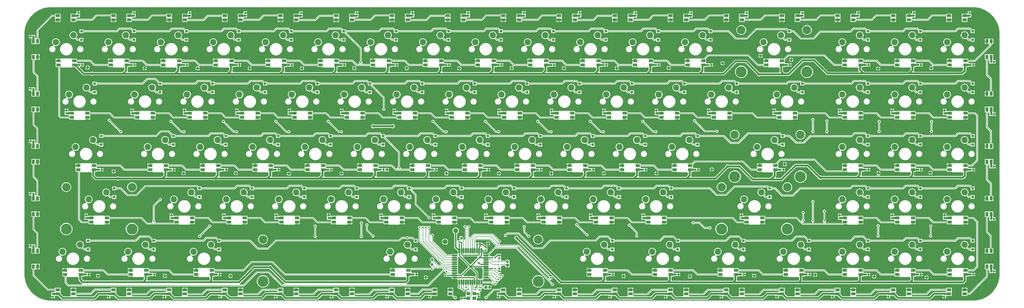
<source format=gbl>
G04*
G04 #@! TF.GenerationSoftware,Altium Limited,Altium Designer,20.1.14 (287)*
G04*
G04 Layer_Physical_Order=2*
G04 Layer_Color=16711680*
%FSLAX25Y25*%
%MOIN*%
G70*
G04*
G04 #@! TF.SameCoordinates,F18565B3-5AEE-427A-983D-E8141EFD77F9*
G04*
G04*
G04 #@! TF.FilePolarity,Positive*
G04*
G01*
G75*
%ADD10C,0.00500*%
%ADD11C,0.01000*%
%ADD22C,0.02900*%
%ADD23C,0.02500*%
%ADD24C,0.12000*%
%ADD25C,0.15700*%
%ADD26C,0.07000*%
%ADD27C,0.03937*%
%ADD28R,0.03937X0.03937*%
%ADD29R,0.03937X0.03937*%
%ADD30C,0.02400*%
%ADD31C,0.04000*%
%ADD32C,0.03000*%
%ADD33R,0.05512X0.04724*%
%ADD34R,0.05906X0.03937*%
%ADD35R,0.02835X0.02992*%
%ADD36R,0.03937X0.05906*%
%ADD37R,0.02992X0.02835*%
%ADD38R,0.03740X0.03543*%
%ADD39R,0.02047X0.02047*%
%ADD40R,0.02047X0.02047*%
%ADD41O,0.02362X0.08071*%
%ADD42O,0.08071X0.02362*%
%ADD43R,0.02165X0.02165*%
%ADD44R,0.01772X0.01772*%
%ADD45R,0.02677X0.02520*%
%ADD46R,0.02520X0.02677*%
%ADD47C,0.01500*%
%ADD48C,0.02756*%
%ADD49C,0.02559*%
%ADD50C,0.02000*%
%ADD51C,0.00750*%
%ADD52R,0.05512X0.03150*%
%ADD53C,0.09000*%
G36*
X675151Y79346D02*
X674694Y78060D01*
X674683Y78046D01*
X674409D01*
X673922Y77949D01*
X673508Y77673D01*
X663807Y67972D01*
X658563D01*
X657809Y67822D01*
X657684Y67830D01*
X656801Y68713D01*
X656781Y68744D01*
X656948Y69587D01*
Y70657D01*
X660236D01*
X660919Y70793D01*
X661498Y71179D01*
X661917Y71598D01*
X663441D01*
Y74748D01*
Y76272D01*
X661417D01*
Y77272D01*
X663441D01*
Y78795D01*
X661917D01*
X657561Y83151D01*
X656982Y83538D01*
X656299Y83674D01*
X655213D01*
Y84307D01*
X653217D01*
Y81890D01*
X652216D01*
Y84307D01*
X646550D01*
Y86721D01*
X647531Y87702D01*
X666795D01*
X675151Y79346D01*
D02*
G37*
G36*
X649510Y63057D02*
X638976Y52523D01*
X628442Y63057D01*
X628981Y64357D01*
X648972D01*
X649510Y63057D01*
D02*
G37*
G36*
X587701Y47248D02*
X588189Y47151D01*
X599555D01*
X600053Y45950D01*
X578266Y24163D01*
X547973D01*
X547728Y25440D01*
X548472Y25937D01*
X551229Y28693D01*
X551726Y29437D01*
X551900Y30315D01*
Y35521D01*
X554426D01*
Y35521D01*
X555294Y36072D01*
X561148D01*
Y38489D01*
Y40907D01*
X555294D01*
X554426Y41847D01*
Y45182D01*
X582458D01*
X582666Y44871D01*
X583394Y44384D01*
X584252Y44214D01*
X585110Y44384D01*
X585838Y44871D01*
X586324Y45598D01*
X586495Y46457D01*
X586474Y46561D01*
X586523Y46619D01*
X587657Y47277D01*
X587701Y47248D01*
D02*
G37*
G36*
X636453Y50000D02*
X625639Y39186D01*
X622545D01*
X621601Y40486D01*
X621614Y40551D01*
X621444Y41402D01*
X620962Y42124D01*
Y42128D01*
X621444Y42850D01*
X621614Y43701D01*
X621444Y44552D01*
X620962Y45273D01*
Y45278D01*
X621444Y45999D01*
X621614Y46850D01*
X621444Y47701D01*
X620962Y48423D01*
Y48428D01*
X621444Y49149D01*
X621614Y50000D01*
X621444Y50851D01*
X620962Y51573D01*
Y51577D01*
X621444Y52299D01*
X621614Y53150D01*
X621444Y54001D01*
X620962Y54722D01*
Y54727D01*
X621444Y55448D01*
X621614Y56299D01*
X621444Y57150D01*
X620962Y57872D01*
Y57876D01*
X621444Y58598D01*
X621614Y59449D01*
X621444Y60300D01*
X620962Y61021D01*
Y61026D01*
X621444Y61747D01*
X621614Y62598D01*
X621514Y63101D01*
X622658Y63795D01*
X636453Y50000D01*
D02*
G37*
G36*
X212928Y37681D02*
X213342Y37405D01*
X213829Y37308D01*
X242830D01*
Y35520D01*
X250185D01*
X250393Y35209D01*
X250724Y34988D01*
X251114Y34910D01*
X264893D01*
X264910Y34913D01*
X265940Y34318D01*
X266210Y34043D01*
Y31265D01*
X264798Y29853D01*
X177725D01*
X176704Y31102D01*
Y35520D01*
X179427D01*
Y35520D01*
X180295Y36071D01*
X186150D01*
Y38489D01*
Y40906D01*
X180295D01*
X179427Y41846D01*
Y43214D01*
X207396D01*
X212928Y37681D01*
D02*
G37*
G36*
X119177D02*
X119591Y37405D01*
X120079Y37308D01*
X149081D01*
Y35520D01*
X156435D01*
X156643Y35208D01*
X156974Y34987D01*
X157364Y34910D01*
X171144D01*
X172056Y33991D01*
X172115Y33878D01*
Y32053D01*
X170031Y29969D01*
X169954Y29853D01*
X85202D01*
X83003Y32053D01*
Y35520D01*
X85677D01*
Y35520D01*
X86545Y36071D01*
X92399D01*
Y38488D01*
Y40905D01*
X86545D01*
X85677Y41846D01*
Y43214D01*
X113645D01*
X119177Y37681D01*
D02*
G37*
G36*
X646641Y39812D02*
Y35674D01*
X645341Y35135D01*
X644963Y35514D01*
X644384Y35900D01*
X643701Y36036D01*
X629375D01*
X628836Y37336D01*
X638976Y47477D01*
X646641Y39812D01*
D02*
G37*
G36*
X751881Y34112D02*
X751824Y33313D01*
X750485Y32813D01*
X706411Y76888D01*
X706876Y78261D01*
X707624Y78369D01*
X751881Y34112D01*
D02*
G37*
G36*
X656352Y46916D02*
X656339Y46850D01*
X656508Y45999D01*
X656990Y45278D01*
Y45273D01*
X656508Y44552D01*
X656339Y43701D01*
X656508Y42850D01*
X656990Y42128D01*
Y42124D01*
X656508Y41402D01*
X656339Y40551D01*
X656508Y39700D01*
X656990Y38979D01*
Y38974D01*
X656508Y38253D01*
X656339Y37402D01*
X656508Y36551D01*
X656990Y35829D01*
Y35824D01*
X656508Y35103D01*
X656339Y34252D01*
X656507Y33409D01*
X656486Y33379D01*
X655598Y32490D01*
X655567Y32470D01*
X654724Y32637D01*
X653873Y32468D01*
X653152Y31986D01*
X653147D01*
X652426Y32468D01*
X651575Y32637D01*
X651510Y32624D01*
X650210Y33569D01*
Y40551D01*
X650210Y40551D01*
X650074Y41234D01*
X649687Y41813D01*
X649687Y41813D01*
X644485Y47015D01*
X644982Y48216D01*
X655408D01*
X656352Y46916D01*
D02*
G37*
G36*
X667189Y32583D02*
X670952Y28820D01*
X670539Y27395D01*
X670483Y27382D01*
X669799Y28067D01*
X669385Y28343D01*
X668898Y28440D01*
X656948D01*
Y30413D01*
X656781Y31256D01*
X656801Y31287D01*
X657690Y32175D01*
X657720Y32196D01*
X658563Y32028D01*
X664272D01*
X665123Y32197D01*
X665844Y32680D01*
X667189Y32583D01*
D02*
G37*
G36*
X1357867Y421232D02*
X1360893Y421116D01*
X1363884Y420759D01*
X1366838Y420173D01*
X1369736Y419356D01*
X1372559Y418313D01*
X1375294Y417055D01*
X1377920Y415582D01*
X1380425Y413910D01*
X1382787Y412046D01*
X1385004Y409998D01*
X1387047Y407790D01*
X1388907Y405423D01*
X1390584Y402918D01*
X1392060Y400291D01*
X1393318Y397562D01*
X1394361Y394733D01*
X1395170Y391835D01*
X1395769Y388882D01*
X1396117Y385892D01*
X1396241Y382858D01*
Y39399D01*
X1396117Y36366D01*
X1395769Y33376D01*
X1395170Y30421D01*
X1394361Y27524D01*
X1393318Y24702D01*
X1392060Y21966D01*
X1390584Y19340D01*
X1388908Y16834D01*
X1387047Y14471D01*
X1385004Y12257D01*
X1382787Y10212D01*
X1380424Y8346D01*
X1377920Y6676D01*
X1375293Y5202D01*
X1372559Y3944D01*
X1369736Y2903D01*
X1366837Y2084D01*
X1363885Y1497D01*
X1360892Y1143D01*
X1357866Y1021D01*
X649879Y1024D01*
X648638Y1165D01*
X648638Y3528D01*
X648665Y4817D01*
X650425D01*
Y7155D01*
X650925D01*
Y7655D01*
X653185D01*
Y8281D01*
Y12958D01*
X653185D01*
X653191Y14256D01*
X654839D01*
Y18578D01*
X658567D01*
Y17110D01*
X664504D01*
Y17110D01*
X665723Y17184D01*
X665804Y17181D01*
X666035Y17150D01*
Y20079D01*
Y23007D01*
X665804Y22977D01*
X665723Y22973D01*
X664504Y23047D01*
Y23047D01*
X658567D01*
Y21382D01*
X655885D01*
X655603Y22584D01*
X655615Y22640D01*
X655794Y22796D01*
X656297Y23132D01*
X656779Y23854D01*
X656948Y24705D01*
Y25891D01*
X668370D01*
X669965Y24296D01*
X670378Y24019D01*
X670866Y23922D01*
X672615D01*
X672823Y23611D01*
X673551Y23124D01*
X674409Y22954D01*
X675268Y23124D01*
X675996Y23611D01*
X676482Y24339D01*
X676652Y25197D01*
X676772Y26103D01*
X677630Y26274D01*
X678358Y26760D01*
X678844Y27488D01*
X678879Y27663D01*
X679528Y28859D01*
X680386Y29030D01*
X681114Y29516D01*
X681600Y30244D01*
X681771Y31102D01*
X682967Y31751D01*
X683142Y31786D01*
X683870Y32272D01*
X684356Y33000D01*
X684527Y33858D01*
X684646Y34765D01*
X685504Y34936D01*
X686232Y35422D01*
X686718Y36149D01*
X686889Y37008D01*
X686718Y37866D01*
X686232Y38594D01*
X685504Y39080D01*
X684646Y39251D01*
X683787Y39080D01*
X683060Y38594D01*
X682900Y38355D01*
X681627Y38285D01*
X680539Y39374D01*
X681036Y40575D01*
X682732D01*
Y42571D01*
X680315D01*
Y43571D01*
X682732D01*
Y44354D01*
Y49346D01*
X682732D01*
X683143Y50476D01*
X684563D01*
Y51088D01*
X689157D01*
Y49000D01*
X695094D01*
Y54937D01*
X695094D01*
X695020Y56156D01*
X695024Y56237D01*
X695120Y56968D01*
X695018Y57743D01*
X694719Y58466D01*
X694243Y59086D01*
X693623Y59562D01*
X692901Y59861D01*
X692126Y59963D01*
X691351Y59861D01*
X690629Y59562D01*
X690009Y59086D01*
X689533Y58466D01*
X689384Y58105D01*
X684563D01*
Y58579D01*
X683695D01*
X682732Y59394D01*
Y63173D01*
Y65169D01*
X680315D01*
Y65669D01*
X679815D01*
Y68165D01*
X677898D01*
Y68165D01*
X676918Y67393D01*
X676370Y67284D01*
X675792Y66897D01*
X675791Y66897D01*
X673516Y64622D01*
X668843D01*
Y64383D01*
X667427D01*
X666482Y65683D01*
X666496Y65748D01*
X666326Y66599D01*
X666211Y66771D01*
X674937Y75497D01*
X704197D01*
X754588Y25105D01*
X754450Y24409D01*
X754621Y23551D01*
X755107Y22823D01*
X755834Y22337D01*
X756693Y22166D01*
X757551Y22337D01*
X758279Y22823D01*
X758765Y23551D01*
X758936Y24409D01*
X758765Y25268D01*
X758279Y25996D01*
X757551Y26482D01*
X756693Y26653D01*
X756654Y26645D01*
X753106Y30193D01*
X753812Y31325D01*
X754331Y31222D01*
X755189Y31392D01*
X755917Y31879D01*
X756403Y32606D01*
X756574Y33465D01*
X756403Y34323D01*
X755917Y35051D01*
X755189Y35537D01*
X754331Y35708D01*
X753963Y35635D01*
X708775Y80822D01*
X708362Y81099D01*
X707874Y81196D01*
X681697D01*
X681378Y81563D01*
X680869Y82496D01*
X680983Y83071D01*
X681567Y84148D01*
X682295Y84634D01*
X682781Y85362D01*
X682952Y86221D01*
X682781Y87079D01*
X682295Y87807D01*
X681567Y88293D01*
X680709Y88464D01*
X680341Y88390D01*
X671767Y96964D01*
X671354Y97241D01*
X670866Y97338D01*
X644488D01*
X644000Y97241D01*
X643587Y96964D01*
X638401Y91778D01*
X637115Y92235D01*
X637101Y92246D01*
Y104862D01*
X637866Y105014D01*
X638594Y105500D01*
X639080Y106228D01*
X639251Y107087D01*
X639080Y107945D01*
X638594Y108673D01*
X637866Y109159D01*
X637008Y109330D01*
X636150Y109159D01*
X635422Y108673D01*
X634936Y107945D01*
X634915Y107840D01*
X633589D01*
X633568Y107945D01*
X633082Y108673D01*
X632354Y109159D01*
X631496Y109330D01*
X630638Y109159D01*
X629910Y108673D01*
X629424Y107945D01*
X629253Y107087D01*
X629424Y106228D01*
X629910Y105500D01*
X630638Y105014D01*
X631403Y104862D01*
Y88703D01*
X631389Y88691D01*
X630103Y88235D01*
X628808Y89530D01*
X628907Y89768D01*
X629010Y90551D01*
X628907Y91334D01*
X628605Y92064D01*
X628124Y92691D01*
X627497Y93172D01*
X626767Y93474D01*
X625984Y93577D01*
X625201Y93474D01*
X624471Y93172D01*
X623845Y92691D01*
X623364Y92064D01*
X623062Y91334D01*
X622958Y90551D01*
X623062Y89768D01*
X623364Y89038D01*
X623845Y88411D01*
X623908Y88363D01*
X623467Y87063D01*
X621205D01*
X620149Y87654D01*
Y97155D01*
X620380Y97250D01*
X621320Y97972D01*
X622041Y98912D01*
X622494Y100006D01*
X622649Y101181D01*
X622494Y102356D01*
X622041Y103451D01*
X621320Y104391D01*
X620380Y105112D01*
X619285Y105565D01*
X618110Y105720D01*
X616935Y105565D01*
X615841Y105112D01*
X614901Y104391D01*
X614180Y103451D01*
X613726Y102356D01*
X613571Y101181D01*
X613726Y100006D01*
X614180Y98912D01*
X614901Y97972D01*
X615841Y97250D01*
X616071Y97155D01*
Y77559D01*
X616226Y76779D01*
X616668Y76117D01*
X621004Y71781D01*
Y69587D01*
X621172Y68744D01*
X621152Y68713D01*
X620268Y67830D01*
X620144Y67822D01*
X619390Y67972D01*
X613681D01*
X612830Y67803D01*
X612109Y67321D01*
X611909Y67023D01*
X605737D01*
X585920Y86840D01*
Y92694D01*
X586232Y92902D01*
X586718Y93630D01*
X586889Y94488D01*
X586718Y95347D01*
X586232Y96074D01*
X585504Y96561D01*
X584646Y96731D01*
X583787Y96561D01*
X583060Y96074D01*
X582573Y95347D01*
X582496Y94957D01*
X581196Y95085D01*
Y104111D01*
X581507Y104319D01*
X581994Y105047D01*
X582164Y105905D01*
X581994Y106764D01*
X581507Y107492D01*
X580780Y107978D01*
X579921Y108149D01*
X579063Y107978D01*
X578335Y107492D01*
X577177D01*
X576449Y107978D01*
X575591Y108149D01*
X574732Y107978D01*
X574004Y107492D01*
X572846D01*
X572118Y107978D01*
X571260Y108149D01*
X570401Y107978D01*
X569674Y107492D01*
X568121D01*
X567394Y107978D01*
X566535Y108149D01*
X565677Y107978D01*
X564949Y107492D01*
X564463Y106764D01*
X564292Y105905D01*
X564463Y105047D01*
X564949Y104319D01*
X565261Y104111D01*
Y85827D01*
X565358Y85339D01*
X565634Y84926D01*
X597198Y53362D01*
X596659Y52062D01*
X593835D01*
X591059Y54838D01*
X587076Y58821D01*
X587175Y59059D01*
X587278Y59842D01*
X587175Y60626D01*
X586872Y61356D01*
X586392Y61982D01*
X585765Y62463D01*
X585035Y62765D01*
X584252Y62868D01*
X583469Y62765D01*
X582739Y62463D01*
X582112Y61982D01*
X581632Y61356D01*
X581329Y60626D01*
X581226Y59842D01*
X581329Y59059D01*
X581632Y58330D01*
X582112Y57703D01*
X582739Y57222D01*
X583340Y56973D01*
X583469Y56600D01*
Y55998D01*
X583340Y55625D01*
X582739Y55376D01*
X582112Y54896D01*
X581632Y54269D01*
X581329Y53539D01*
X581226Y52756D01*
X581329Y51973D01*
X581632Y51243D01*
X582112Y50616D01*
X582739Y50135D01*
X583410Y49858D01*
X583456Y49745D01*
X583394Y48529D01*
X582666Y48043D01*
X582458Y47731D01*
X553543D01*
X553056Y47634D01*
X552650Y47363D01*
X547072D01*
X546863Y47675D01*
X546533Y47896D01*
X546142Y47973D01*
X532363D01*
X531973Y47896D01*
X531642Y47675D01*
X531434Y47363D01*
X528532D01*
Y44395D01*
X528032D01*
Y43895D01*
X524079D01*
Y41426D01*
Y39857D01*
X374150D01*
X356807Y57200D01*
X356393Y57477D01*
X355906Y57574D01*
X325984D01*
X325497Y57477D01*
X325083Y57200D01*
X313645Y45763D01*
X273177D01*
Y47363D01*
X265823D01*
X265614Y47674D01*
X265284Y47895D01*
X264893Y47973D01*
X251114D01*
X250724Y47895D01*
X250393Y47674D01*
X250185Y47363D01*
X247283D01*
Y44394D01*
X246783D01*
Y43894D01*
X242830D01*
Y41426D01*
Y39857D01*
X214357D01*
X208825Y45389D01*
X208412Y45666D01*
X207924Y45763D01*
X179427D01*
Y47363D01*
X172073D01*
X171865Y47674D01*
X171534Y47895D01*
X171144Y47973D01*
X157364D01*
X156974Y47895D01*
X156643Y47674D01*
X156435Y47363D01*
X153533D01*
Y44394D01*
X153033D01*
Y43894D01*
X149081D01*
Y41425D01*
Y39857D01*
X120607D01*
X115074Y45389D01*
X114661Y45666D01*
X114173Y45763D01*
X85677D01*
Y47362D01*
X78322D01*
X78114Y47674D01*
X77783Y47895D01*
X77393Y47972D01*
X63614D01*
X63223Y47895D01*
X62893Y47674D01*
X62685Y47362D01*
X59783D01*
Y44394D01*
X59283D01*
Y43894D01*
X55330D01*
Y41425D01*
Y35520D01*
X58962D01*
Y26378D01*
X59059Y25890D01*
X59335Y25477D01*
X62878Y21933D01*
X63292Y21657D01*
X63779Y21560D01*
X314567D01*
X315055Y21657D01*
X315468Y21933D01*
X333993Y40458D01*
X350259D01*
X368730Y21987D01*
X369144Y21711D01*
X369631Y21614D01*
X578794D01*
X579282Y21711D01*
X579695Y21987D01*
X601289Y43581D01*
X602487Y42940D01*
X602481Y42913D01*
X602652Y42055D01*
X603138Y41327D01*
X603866Y40841D01*
X604448Y40725D01*
X604320Y39425D01*
X603650D01*
Y37402D01*
Y35378D01*
X608323D01*
Y35617D01*
X610526D01*
X611154Y34752D01*
X616535D01*
Y34252D01*
X617035D01*
Y32028D01*
X619390D01*
X620233Y32196D01*
X620263Y32175D01*
X621146Y31292D01*
X621155Y31168D01*
X621004Y30413D01*
Y24705D01*
X621174Y23854D01*
X621656Y23132D01*
X621148Y21908D01*
X620762Y21331D01*
X620592Y20472D01*
X620762Y19614D01*
X621248Y18886D01*
X621976Y18400D01*
X622835Y18229D01*
X622897Y18242D01*
X624281Y17950D01*
X624767Y17223D01*
X625495Y16736D01*
X626353Y16566D01*
X627229Y16402D01*
X627399Y15543D01*
X627886Y14816D01*
X628613Y14330D01*
X629472Y14159D01*
X630330Y14330D01*
X631058Y14816D01*
X631544Y15543D01*
X631715Y16402D01*
X631657Y16691D01*
X632508Y17596D01*
X633452Y17181D01*
X633592Y17091D01*
X633733Y16386D01*
X634069Y15883D01*
X633813Y15057D01*
X633493Y14583D01*
X632465D01*
Y7858D01*
Y6591D01*
X627508D01*
Y4331D01*
X627008D01*
Y3831D01*
X624669D01*
Y2324D01*
X624058Y1024D01*
X39401Y1026D01*
X36368Y1143D01*
X33377Y1497D01*
X30423Y2084D01*
X27527Y2903D01*
X24699Y3944D01*
X21968Y5202D01*
X19341Y6676D01*
X16836Y8347D01*
X14469Y10212D01*
X12260Y12257D01*
X10214Y14472D01*
X8349Y16834D01*
X6679Y19339D01*
X5204Y21965D01*
X3947Y24702D01*
X2905Y27525D01*
X2086Y30421D01*
X1500Y33375D01*
X1146Y36367D01*
X1023Y39399D01*
X1029Y382859D01*
X1146Y385892D01*
X1500Y388883D01*
X2086Y391836D01*
X2906Y394731D01*
X3947Y397562D01*
X5204Y400292D01*
X6679Y402919D01*
X8349Y405424D01*
X10214Y407789D01*
X12260Y409999D01*
X14469Y412047D01*
X16836Y413910D01*
X19341Y415582D01*
X21968Y417055D01*
X24700Y418313D01*
X27527Y419356D01*
X30423Y420173D01*
X33378Y420759D01*
X36369Y421116D01*
X39401Y421236D01*
X1357867Y421232D01*
D02*
G37*
G36*
X372721Y37681D02*
X373134Y37405D01*
X373622Y37308D01*
X524079D01*
Y35521D01*
X531434D01*
X531642Y35209D01*
X531973Y34988D01*
X532363Y34911D01*
X546142D01*
X547118Y34205D01*
X547312Y33946D01*
Y31265D01*
X545900Y29853D01*
X374966Y29853D01*
X355749Y49070D01*
X355679Y49602D01*
X355376Y50332D01*
X354895Y50959D01*
X354269Y51439D01*
X353539Y51742D01*
X352756Y51845D01*
X351973Y51742D01*
X351243Y51439D01*
X350817Y51113D01*
X329528D01*
X328650Y50938D01*
X327905Y50441D01*
X318097Y40633D01*
X318083Y40612D01*
X318063Y40598D01*
X307317Y29853D01*
X271177D01*
X270798Y30315D01*
Y35520D01*
X273177D01*
Y35520D01*
X274045Y36071D01*
X279899D01*
Y38489D01*
Y40906D01*
X274045D01*
X273177Y41846D01*
Y43214D01*
X314173D01*
X314661Y43311D01*
X315074Y43587D01*
X326512Y55025D01*
X355378D01*
X372721Y37681D01*
D02*
G37*
G36*
X351243Y46198D02*
X351973Y45896D01*
X352504Y45826D01*
X372394Y25937D01*
X373138Y25440D01*
X372893Y24163D01*
X370159D01*
X351689Y42633D01*
X351689Y42634D01*
X351275Y42910D01*
X350787Y43007D01*
X333465D01*
X332977Y42910D01*
X332563Y42634D01*
X314039Y24109D01*
X309120D01*
X308993Y25409D01*
X309146Y25440D01*
X309890Y25937D01*
X321307Y37354D01*
X321321Y37375D01*
X321341Y37388D01*
X330478Y46525D01*
X350817D01*
X351243Y46198D01*
D02*
G37*
G36*
X62893Y35208D02*
X63223Y34987D01*
X63614Y34909D01*
X77393D01*
X78321Y34051D01*
X78415Y33888D01*
Y31102D01*
X78589Y30224D01*
X79087Y29480D01*
X82630Y25937D01*
X83374Y25440D01*
X83527Y25409D01*
X83399Y24109D01*
X64307D01*
X61511Y26906D01*
Y35265D01*
X62811Y35331D01*
X62893Y35208D01*
D02*
G37*
%LPC*%
G36*
X664873Y85963D02*
Y83503D01*
X667333D01*
X667296Y83786D01*
X666994Y84515D01*
X666513Y85142D01*
X665886Y85623D01*
X665157Y85925D01*
X664873Y85963D01*
D02*
G37*
G36*
X663873D02*
X663590Y85925D01*
X662860Y85623D01*
X662234Y85142D01*
X661753Y84515D01*
X661450Y83786D01*
X661413Y83503D01*
X663873D01*
Y85963D01*
D02*
G37*
G36*
X667333Y82503D02*
X664873D01*
Y80042D01*
X665157Y80080D01*
X665886Y80382D01*
X666513Y80863D01*
X666994Y81489D01*
X667296Y82219D01*
X667333Y82503D01*
D02*
G37*
G36*
X663873D02*
X661413D01*
X661450Y82219D01*
X661753Y81489D01*
X662234Y80863D01*
X662860Y80382D01*
X663590Y80080D01*
X663873Y80042D01*
Y82503D01*
D02*
G37*
G36*
X564144Y40907D02*
X562148D01*
Y38989D01*
X564144D01*
Y40907D01*
D02*
G37*
G36*
Y37989D02*
X562148D01*
Y36072D01*
X564144D01*
Y37989D01*
D02*
G37*
G36*
X575953Y37415D02*
Y34955D01*
X578413D01*
X578376Y35238D01*
X578074Y35968D01*
X577593Y36595D01*
X576966Y37075D01*
X576237Y37378D01*
X575953Y37415D01*
D02*
G37*
G36*
X574953D02*
X574670Y37378D01*
X573941Y37075D01*
X573314Y36595D01*
X572833Y35968D01*
X572531Y35238D01*
X572493Y34955D01*
X574953D01*
Y37415D01*
D02*
G37*
G36*
X578413Y33955D02*
X575953D01*
Y31495D01*
X576237Y31532D01*
X576966Y31834D01*
X577593Y32315D01*
X578074Y32942D01*
X578376Y33672D01*
X578413Y33955D01*
D02*
G37*
G36*
X574953D02*
X572493D01*
X572531Y33672D01*
X572833Y32942D01*
X573314Y32315D01*
X573941Y31834D01*
X574670Y31532D01*
X574953Y31495D01*
Y33955D01*
D02*
G37*
G36*
X189146Y40906D02*
X187150D01*
Y38989D01*
X189146D01*
Y40906D01*
D02*
G37*
G36*
X202531Y39528D02*
Y37068D01*
X204991D01*
X204953Y37351D01*
X204651Y38081D01*
X204170Y38708D01*
X203543Y39189D01*
X202814Y39491D01*
X202531Y39528D01*
D02*
G37*
G36*
X201531D02*
X201247Y39491D01*
X200518Y39189D01*
X199891Y38708D01*
X199410Y38081D01*
X199108Y37351D01*
X199071Y37068D01*
X201531D01*
Y39528D01*
D02*
G37*
G36*
X189146Y37988D02*
X187150D01*
Y36071D01*
X189146D01*
Y37988D01*
D02*
G37*
G36*
X204991Y36068D02*
X202531D01*
Y33608D01*
X202814Y33645D01*
X203543Y33948D01*
X204170Y34428D01*
X204651Y35055D01*
X204953Y35785D01*
X204991Y36068D01*
D02*
G37*
G36*
X201531D02*
X199071D01*
X199108Y35785D01*
X199410Y35055D01*
X199891Y34428D01*
X200518Y33948D01*
X201247Y33645D01*
X201531Y33608D01*
Y36068D01*
D02*
G37*
G36*
X95395Y40905D02*
X93399D01*
Y38988D01*
X95395D01*
Y40905D01*
D02*
G37*
G36*
X106825Y39615D02*
Y37155D01*
X109285D01*
X109248Y37438D01*
X108946Y38168D01*
X108465Y38794D01*
X107838Y39275D01*
X107108Y39577D01*
X106825Y39615D01*
D02*
G37*
G36*
X105825D02*
X105542Y39577D01*
X104812Y39275D01*
X104186Y38794D01*
X103705Y38168D01*
X103402Y37438D01*
X103365Y37155D01*
X105825D01*
Y39615D01*
D02*
G37*
G36*
X95395Y37988D02*
X93399D01*
Y36071D01*
X95395D01*
Y37988D01*
D02*
G37*
G36*
X109285Y36155D02*
X106825D01*
Y33695D01*
X107108Y33732D01*
X107838Y34034D01*
X108465Y34515D01*
X108946Y35142D01*
X109248Y35871D01*
X109285Y36155D01*
D02*
G37*
G36*
X105825D02*
X103365D01*
X103402Y35871D01*
X103705Y35142D01*
X104186Y34515D01*
X104812Y34034D01*
X105542Y33732D01*
X105825Y33695D01*
Y36155D01*
D02*
G37*
G36*
X1355518Y415409D02*
X1353601D01*
Y413413D01*
X1355518D01*
Y415409D01*
D02*
G37*
G36*
X1275830D02*
X1273913D01*
Y413413D01*
X1275830D01*
Y415409D01*
D02*
G37*
G36*
X1196143D02*
X1194226D01*
Y413413D01*
X1196143D01*
Y415409D01*
D02*
G37*
G36*
X1116455D02*
X1114538D01*
Y413413D01*
X1116455D01*
Y415409D01*
D02*
G37*
G36*
X1036768D02*
X1034851D01*
Y413413D01*
X1036768D01*
Y415409D01*
D02*
G37*
G36*
X957080D02*
X955163D01*
Y413413D01*
X957080D01*
Y415409D01*
D02*
G37*
G36*
X877393D02*
X875476D01*
Y413413D01*
X877393D01*
Y415409D01*
D02*
G37*
G36*
X797705D02*
X795788D01*
Y413413D01*
X797705D01*
Y415409D01*
D02*
G37*
G36*
X718018D02*
X716101D01*
Y413413D01*
X718018D01*
Y415409D01*
D02*
G37*
G36*
X638330D02*
X636413D01*
Y413413D01*
X638330D01*
Y415409D01*
D02*
G37*
G36*
X558643D02*
X556726D01*
Y413413D01*
X558643D01*
Y415409D01*
D02*
G37*
G36*
X478955D02*
X477038D01*
Y413413D01*
X478955D01*
Y415409D01*
D02*
G37*
G36*
X399268D02*
X397351D01*
Y413413D01*
X399268D01*
Y415409D01*
D02*
G37*
G36*
X319580D02*
X317663D01*
Y413413D01*
X319580D01*
Y415409D01*
D02*
G37*
G36*
X239893D02*
X237976D01*
Y413413D01*
X239893D01*
Y415409D01*
D02*
G37*
G36*
X160205D02*
X158288D01*
Y413413D01*
X160205D01*
Y415409D01*
D02*
G37*
G36*
X80518D02*
X78601D01*
Y413413D01*
X80518D01*
Y415409D01*
D02*
G37*
G36*
X1352600D02*
X1350683D01*
Y413084D01*
X1350173Y411995D01*
X1345672D01*
X1345236Y412053D01*
X1344800Y411995D01*
X1342268D01*
Y409463D01*
X1342210Y409027D01*
X1342268Y408591D01*
Y406058D01*
Y400153D01*
X1350173D01*
Y405469D01*
X1350683Y406558D01*
X1355518D01*
Y410416D01*
Y412413D01*
X1353100D01*
Y412913D01*
X1352600D01*
Y415409D01*
D02*
G37*
G36*
X1272913D02*
X1270996D01*
Y413084D01*
X1270486Y411995D01*
X1266221D01*
X1265549Y412084D01*
X1264876Y411995D01*
X1262580D01*
Y409494D01*
X1262523Y409058D01*
X1262580Y408622D01*
Y406058D01*
Y400153D01*
X1270486D01*
Y401875D01*
X1293307D01*
X1293795Y401972D01*
X1294208Y402248D01*
X1299991Y408031D01*
X1319827D01*
Y406058D01*
Y403621D01*
X1323780D01*
X1327732D01*
Y406058D01*
Y411995D01*
X1319827D01*
Y410580D01*
X1299463D01*
X1298975Y410483D01*
X1298562Y410207D01*
X1292779Y404424D01*
X1271122D01*
X1270750Y405360D01*
X1271469Y406558D01*
X1275830D01*
Y410416D01*
Y412413D01*
X1273413D01*
Y412913D01*
X1272913D01*
Y415409D01*
D02*
G37*
G36*
X1193225D02*
X1191308D01*
Y413084D01*
X1190798Y411995D01*
X1186297D01*
X1185861Y412053D01*
X1185425Y411995D01*
X1182893D01*
Y409463D01*
X1182835Y409027D01*
X1182893Y408591D01*
Y406058D01*
Y400153D01*
X1190798D01*
Y401875D01*
X1213386D01*
X1213874Y401972D01*
X1214287Y402248D01*
X1220070Y408031D01*
X1240139D01*
Y406058D01*
Y403621D01*
X1244092D01*
X1248045D01*
Y406058D01*
Y411995D01*
X1240139D01*
Y410580D01*
X1219542D01*
X1219054Y410483D01*
X1218641Y410207D01*
X1212858Y404424D01*
X1191435D01*
X1191062Y405360D01*
X1191782Y406558D01*
X1196143D01*
Y410416D01*
Y412413D01*
X1193725D01*
Y412913D01*
X1193225D01*
Y415409D01*
D02*
G37*
G36*
X1113538D02*
X1111621D01*
Y413084D01*
X1111111Y411995D01*
X1106846D01*
X1106174Y412084D01*
X1105501Y411995D01*
X1103205D01*
Y409494D01*
X1103148Y409058D01*
X1103205Y408622D01*
Y406058D01*
Y400153D01*
X1111111D01*
Y401875D01*
X1133858D01*
X1134346Y401972D01*
X1134760Y402248D01*
X1140542Y408031D01*
X1160452D01*
Y406058D01*
Y403621D01*
X1164404D01*
X1168357D01*
Y406058D01*
Y411995D01*
X1160452D01*
Y410580D01*
X1140014D01*
X1139526Y410483D01*
X1139113Y410207D01*
X1133330Y404424D01*
X1111747D01*
X1111375Y405360D01*
X1112094Y406558D01*
X1116455D01*
Y410416D01*
Y412413D01*
X1114038D01*
Y412913D01*
X1113538D01*
Y415409D01*
D02*
G37*
G36*
X1033850D02*
X1031933D01*
Y413084D01*
X1031423Y411995D01*
X1027159D01*
X1026486Y412084D01*
X1025814Y411995D01*
X1023518D01*
Y409494D01*
X1023460Y409058D01*
X1023518Y408622D01*
Y406058D01*
Y400153D01*
X1031423D01*
Y401875D01*
X1054331D01*
X1054818Y401972D01*
X1055232Y402248D01*
X1061014Y408031D01*
X1080764D01*
Y406058D01*
Y403621D01*
X1084717D01*
X1088670D01*
Y406058D01*
Y411995D01*
X1080764D01*
Y410580D01*
X1060487D01*
X1059999Y410483D01*
X1059585Y410207D01*
X1053803Y404424D01*
X1032060D01*
X1031687Y405360D01*
X1032407Y406558D01*
X1036768D01*
Y410416D01*
Y412413D01*
X1034350D01*
Y412913D01*
X1033850D01*
Y415409D01*
D02*
G37*
G36*
X954163D02*
X952246D01*
Y413084D01*
X951736Y411995D01*
X947174D01*
X946502Y412084D01*
X945829Y411995D01*
X943830D01*
Y410448D01*
X943579Y409841D01*
X943476Y409058D01*
X943579Y408275D01*
X943830Y407668D01*
Y406058D01*
Y400153D01*
X951736D01*
Y401875D01*
X974409D01*
X974897Y401972D01*
X975311Y402248D01*
X981093Y408031D01*
X1001077D01*
Y406058D01*
Y403621D01*
X1005029D01*
X1008982D01*
Y406058D01*
Y411995D01*
X1001077D01*
Y410580D01*
X980565D01*
X980078Y410483D01*
X979664Y410207D01*
X973882Y404424D01*
X952372D01*
X952000Y405360D01*
X952719Y406558D01*
X957080D01*
Y410416D01*
Y412413D01*
X954663D01*
Y412913D01*
X954163D01*
Y415409D01*
D02*
G37*
G36*
X874475D02*
X872558D01*
Y413084D01*
X872048Y411995D01*
X867547D01*
X867111Y412053D01*
X866675Y411995D01*
X864143D01*
Y409463D01*
X864085Y409027D01*
X864143Y408591D01*
Y406058D01*
Y400153D01*
X872048D01*
Y401875D01*
X894488D01*
X894976Y401972D01*
X895389Y402248D01*
X901172Y408031D01*
X921389D01*
Y406058D01*
Y403621D01*
X925342D01*
X929295D01*
Y406058D01*
Y411995D01*
X921389D01*
Y410580D01*
X900644D01*
X900156Y410483D01*
X899743Y410207D01*
X893960Y404424D01*
X872685D01*
X872312Y405360D01*
X873032Y406558D01*
X877393D01*
Y410416D01*
Y412413D01*
X874975D01*
Y412913D01*
X874475D01*
Y415409D01*
D02*
G37*
G36*
X794788D02*
X792871D01*
Y413084D01*
X792361Y411995D01*
X787799D01*
X787127Y412084D01*
X786454Y411995D01*
X784455D01*
Y410448D01*
X784204Y409841D01*
X784101Y409058D01*
X784204Y408275D01*
X784455Y407668D01*
Y406058D01*
Y400153D01*
X792361D01*
Y401481D01*
X814961D01*
X815448Y401578D01*
X815862Y401855D01*
X821644Y407637D01*
X841702D01*
Y406058D01*
Y403621D01*
X845654D01*
X849607D01*
Y406058D01*
Y411995D01*
X841702D01*
Y410186D01*
X821117D01*
X820629Y410089D01*
X820215Y409813D01*
X814433Y404030D01*
X792361D01*
Y405469D01*
X792871Y406558D01*
X797705D01*
Y410416D01*
Y412413D01*
X795288D01*
Y412913D01*
X794788D01*
Y415409D01*
D02*
G37*
G36*
X715100D02*
X713183D01*
Y413084D01*
X712673Y411995D01*
X708172D01*
X707736Y412053D01*
X707300Y411995D01*
X704768D01*
Y409463D01*
X704710Y409027D01*
X704768Y408591D01*
Y406058D01*
Y400153D01*
X712673D01*
Y401875D01*
X735433D01*
X735921Y401972D01*
X736334Y402248D01*
X742117Y408031D01*
X762014D01*
Y406058D01*
Y403621D01*
X765967D01*
X769920D01*
Y406058D01*
Y411995D01*
X762014D01*
Y410580D01*
X741589D01*
X741101Y410483D01*
X740688Y410207D01*
X734905Y404424D01*
X713310D01*
X712937Y405360D01*
X713657Y406558D01*
X718018D01*
Y410416D01*
Y412413D01*
X715600D01*
Y412913D01*
X715100D01*
Y415409D01*
D02*
G37*
G36*
X635413D02*
X633496D01*
Y413084D01*
X632986Y411995D01*
X628721D01*
X628049Y412084D01*
X627376Y411995D01*
X625080D01*
Y409494D01*
X625023Y409058D01*
X625080Y408622D01*
Y406058D01*
Y400153D01*
X632986D01*
Y401875D01*
X655512D01*
X656000Y401972D01*
X656413Y402248D01*
X662196Y408031D01*
X682327D01*
Y406058D01*
Y403621D01*
X686280D01*
X690232D01*
Y406058D01*
Y411995D01*
X682327D01*
Y410580D01*
X661668D01*
X661180Y410483D01*
X660767Y410207D01*
X654984Y404424D01*
X633622D01*
X633250Y405360D01*
X633969Y406558D01*
X638330D01*
Y410416D01*
Y412413D01*
X635913D01*
Y412913D01*
X635413D01*
Y415409D01*
D02*
G37*
G36*
X555725D02*
X553808D01*
Y413084D01*
X553298Y411995D01*
X549034D01*
X548361Y412084D01*
X547689Y411995D01*
X545393D01*
Y409494D01*
X545335Y409058D01*
X545393Y408622D01*
Y406058D01*
Y400153D01*
X553298D01*
Y401481D01*
X575984D01*
X576472Y401578D01*
X576886Y401855D01*
X582668Y407637D01*
X602639D01*
Y406058D01*
Y403621D01*
X606592D01*
X610545D01*
Y406058D01*
Y411995D01*
X602639D01*
Y410186D01*
X582140D01*
X581652Y410089D01*
X581239Y409813D01*
X575456Y404030D01*
X553298D01*
Y405469D01*
X553808Y406558D01*
X558643D01*
Y410416D01*
Y412413D01*
X556225D01*
Y412913D01*
X555725D01*
Y415409D01*
D02*
G37*
G36*
X476038D02*
X474121D01*
Y413084D01*
X473611Y411995D01*
X469110D01*
X468674Y412053D01*
X468238Y411995D01*
X465705D01*
Y409463D01*
X465648Y409027D01*
X465705Y408591D01*
Y406058D01*
Y400153D01*
X473611D01*
Y401875D01*
X496457D01*
X496944Y401972D01*
X497358Y402248D01*
X503140Y408031D01*
X522952D01*
Y406058D01*
Y403621D01*
X526904D01*
X530857D01*
Y406058D01*
Y411995D01*
X522952D01*
Y410580D01*
X502613D01*
X502125Y410483D01*
X501711Y410207D01*
X495929Y404424D01*
X474247D01*
X473875Y405360D01*
X474594Y406558D01*
X478955D01*
Y410416D01*
Y412413D01*
X476538D01*
Y412913D01*
X476038D01*
Y415409D01*
D02*
G37*
G36*
X396351D02*
X394433D01*
Y413084D01*
X393923Y411995D01*
X389422D01*
X388986Y412053D01*
X388550Y411995D01*
X386018D01*
Y409463D01*
X385960Y409027D01*
X386018Y408591D01*
Y406058D01*
Y400153D01*
X393923D01*
Y401481D01*
X416929D01*
X417417Y401578D01*
X417830Y401855D01*
X423613Y407637D01*
X443264D01*
Y406058D01*
Y403621D01*
X447217D01*
X451170D01*
Y406058D01*
Y411995D01*
X443264D01*
Y410186D01*
X423085D01*
X422597Y410089D01*
X422184Y409813D01*
X416401Y404030D01*
X393923D01*
Y405469D01*
X394433Y406558D01*
X399268D01*
Y410416D01*
Y412413D01*
X396850D01*
Y412913D01*
X396351D01*
Y415409D01*
D02*
G37*
G36*
X316663D02*
X314746D01*
Y413084D01*
X314236Y411995D01*
X309674D01*
X309002Y412084D01*
X308329Y411995D01*
X306330D01*
Y410448D01*
X306079Y409841D01*
X305976Y409058D01*
X306079Y408275D01*
X306330Y407668D01*
Y406058D01*
Y400153D01*
X314236D01*
Y401875D01*
X337008D01*
X337496Y401972D01*
X337909Y402248D01*
X343692Y408031D01*
X363577D01*
Y406058D01*
Y403621D01*
X367530D01*
X371482D01*
Y406058D01*
Y411995D01*
X363577D01*
Y410580D01*
X343164D01*
X342676Y410483D01*
X342263Y410207D01*
X336480Y404424D01*
X314872D01*
X314500Y405360D01*
X315219Y406558D01*
X319580D01*
Y410416D01*
Y412413D01*
X317163D01*
Y412913D01*
X316663D01*
Y415409D01*
D02*
G37*
G36*
X236976D02*
X235058D01*
Y413084D01*
X234548Y411995D01*
X230047D01*
X229611Y412053D01*
X229175Y411995D01*
X226643D01*
Y409463D01*
X226585Y409027D01*
X226643Y408591D01*
Y406058D01*
Y400153D01*
X234548D01*
Y401481D01*
X257087D01*
X257574Y401578D01*
X257988Y401855D01*
X263770Y407637D01*
X283889D01*
Y406058D01*
Y403621D01*
X287842D01*
X291795D01*
Y406058D01*
Y411995D01*
X283889D01*
Y410186D01*
X263243D01*
X262755Y410089D01*
X262341Y409813D01*
X256559Y404030D01*
X234548D01*
Y405469D01*
X235058Y406558D01*
X239893D01*
Y410416D01*
Y412413D01*
X237475D01*
Y412913D01*
X236976D01*
Y415409D01*
D02*
G37*
G36*
X157288D02*
X155371D01*
Y413084D01*
X154861Y411995D01*
X150596D01*
X149924Y412084D01*
X149251Y411995D01*
X146955D01*
Y409494D01*
X146898Y409058D01*
X146955Y408622D01*
Y406058D01*
Y400153D01*
X154861D01*
Y401875D01*
X177559D01*
X178047Y401972D01*
X178460Y402248D01*
X184243Y408031D01*
X204202D01*
Y406058D01*
Y403621D01*
X208155D01*
X212107D01*
Y406058D01*
Y411995D01*
X204202D01*
Y410580D01*
X183715D01*
X183227Y410483D01*
X182814Y410207D01*
X177031Y404424D01*
X155497D01*
X155125Y405360D01*
X155844Y406558D01*
X160205D01*
Y410416D01*
Y412413D01*
X157788D01*
Y412913D01*
X157288D01*
Y415409D01*
D02*
G37*
G36*
X77601D02*
X75683D01*
Y413084D01*
X75173Y411995D01*
X70672D01*
X70236Y412053D01*
X69800Y411995D01*
X67268D01*
Y409463D01*
X67210Y409027D01*
X67268Y408591D01*
Y406058D01*
Y400153D01*
X75173D01*
Y401875D01*
X97638D01*
X98125Y401972D01*
X98539Y402248D01*
X104322Y408031D01*
X124514D01*
Y406058D01*
Y403621D01*
X128467D01*
X132420D01*
Y406058D01*
Y411995D01*
X124514D01*
Y410580D01*
X103794D01*
X103306Y410483D01*
X102892Y410207D01*
X97110Y404424D01*
X75810D01*
X75437Y405360D01*
X76157Y406558D01*
X80518D01*
Y410416D01*
Y412413D01*
X78101D01*
Y412913D01*
X77601D01*
Y415409D01*
D02*
G37*
G36*
X52732Y411995D02*
X44827D01*
Y410330D01*
X40213D01*
X39726Y410233D01*
X39312Y409956D01*
X18978Y389622D01*
X18701Y389208D01*
X18604Y388720D01*
Y376910D01*
X17626Y376534D01*
X16442Y377248D01*
Y381649D01*
X10588D01*
Y379232D01*
X10087D01*
Y378731D01*
X7592D01*
Y376814D01*
X9916D01*
X11005Y376304D01*
Y371803D01*
X10947Y371367D01*
X11005Y370931D01*
Y368399D01*
X13537D01*
X13973Y368341D01*
X14409Y368399D01*
X22847D01*
Y376304D01*
X21153D01*
Y388193D01*
X40741Y407781D01*
X44827D01*
Y406058D01*
Y403621D01*
X48779D01*
X52732D01*
Y406058D01*
Y411995D01*
D02*
G37*
G36*
X1327732Y402621D02*
X1324280D01*
Y400153D01*
X1327732D01*
Y402621D01*
D02*
G37*
G36*
X1323280D02*
X1319827D01*
Y400153D01*
X1323280D01*
Y402621D01*
D02*
G37*
G36*
X1248045D02*
X1244592D01*
Y400153D01*
X1248045D01*
Y402621D01*
D02*
G37*
G36*
X1243592D02*
X1240139D01*
Y400153D01*
X1243592D01*
Y402621D01*
D02*
G37*
G36*
X1168357D02*
X1164904D01*
Y400153D01*
X1168357D01*
Y402621D01*
D02*
G37*
G36*
X1163904D02*
X1160452D01*
Y400153D01*
X1163904D01*
Y402621D01*
D02*
G37*
G36*
X1088670D02*
X1085217D01*
Y400153D01*
X1088670D01*
Y402621D01*
D02*
G37*
G36*
X1084217D02*
X1080764D01*
Y400153D01*
X1084217D01*
Y402621D01*
D02*
G37*
G36*
X1008982D02*
X1005529D01*
Y400153D01*
X1008982D01*
Y402621D01*
D02*
G37*
G36*
X1004529D02*
X1001077D01*
Y400153D01*
X1004529D01*
Y402621D01*
D02*
G37*
G36*
X929295D02*
X925842D01*
Y400153D01*
X929295D01*
Y402621D01*
D02*
G37*
G36*
X924842D02*
X921389D01*
Y400153D01*
X924842D01*
Y402621D01*
D02*
G37*
G36*
X849607D02*
X846154D01*
Y400153D01*
X849607D01*
Y402621D01*
D02*
G37*
G36*
X845154D02*
X841702D01*
Y400153D01*
X845154D01*
Y402621D01*
D02*
G37*
G36*
X769920D02*
X766467D01*
Y400153D01*
X769920D01*
Y402621D01*
D02*
G37*
G36*
X765467D02*
X762014D01*
Y400153D01*
X765467D01*
Y402621D01*
D02*
G37*
G36*
X690232D02*
X686780D01*
Y400153D01*
X690232D01*
Y402621D01*
D02*
G37*
G36*
X685780D02*
X682327D01*
Y400153D01*
X685780D01*
Y402621D01*
D02*
G37*
G36*
X610545D02*
X607092D01*
Y400153D01*
X610545D01*
Y402621D01*
D02*
G37*
G36*
X606092D02*
X602639D01*
Y400153D01*
X606092D01*
Y402621D01*
D02*
G37*
G36*
X530857D02*
X527404D01*
Y400153D01*
X530857D01*
Y402621D01*
D02*
G37*
G36*
X526404D02*
X522952D01*
Y400153D01*
X526404D01*
Y402621D01*
D02*
G37*
G36*
X451170D02*
X447717D01*
Y400153D01*
X451170D01*
Y402621D01*
D02*
G37*
G36*
X446717D02*
X443264D01*
Y400153D01*
X446717D01*
Y402621D01*
D02*
G37*
G36*
X371482D02*
X368029D01*
Y400153D01*
X371482D01*
Y402621D01*
D02*
G37*
G36*
X367030D02*
X363577D01*
Y400153D01*
X367030D01*
Y402621D01*
D02*
G37*
G36*
X291795D02*
X288342D01*
Y400153D01*
X291795D01*
Y402621D01*
D02*
G37*
G36*
X287342D02*
X283889D01*
Y400153D01*
X287342D01*
Y402621D01*
D02*
G37*
G36*
X212107D02*
X208654D01*
Y400153D01*
X212107D01*
Y402621D01*
D02*
G37*
G36*
X207655D02*
X204202D01*
Y400153D01*
X207655D01*
Y402621D01*
D02*
G37*
G36*
X132420D02*
X128967D01*
Y400153D01*
X132420D01*
Y402621D01*
D02*
G37*
G36*
X127967D02*
X124514D01*
Y400153D01*
X127967D01*
Y402621D01*
D02*
G37*
G36*
X52732D02*
X49279D01*
Y400153D01*
X52732D01*
Y402621D01*
D02*
G37*
G36*
X48280D02*
X44827D01*
Y400153D01*
X48280D01*
Y402621D01*
D02*
G37*
G36*
X1120633Y395662D02*
X1119260Y395527D01*
X1117941Y395127D01*
X1116725Y394477D01*
X1115659Y393602D01*
X1114784Y392536D01*
X1114134Y391320D01*
X1113734Y390001D01*
X1113599Y388629D01*
X1113734Y387256D01*
X1114134Y385937D01*
X1114784Y384721D01*
X1115659Y383655D01*
X1116725Y382780D01*
X1117941Y382130D01*
X1119260Y381730D01*
X1120633Y381595D01*
X1122005Y381730D01*
X1123324Y382130D01*
X1124540Y382780D01*
X1125606Y383655D01*
X1126481Y384721D01*
X1127131Y385937D01*
X1127531Y387256D01*
X1127666Y388629D01*
X1127531Y390001D01*
X1127131Y391320D01*
X1126481Y392536D01*
X1125606Y393602D01*
X1124540Y394477D01*
X1123324Y395127D01*
X1122005Y395527D01*
X1120633Y395662D01*
D02*
G37*
G36*
X1026633D02*
X1025260Y395527D01*
X1023941Y395127D01*
X1022725Y394477D01*
X1021659Y393602D01*
X1020784Y392536D01*
X1020134Y391320D01*
X1019734Y390001D01*
X1019599Y388629D01*
X1019734Y387256D01*
X1020134Y385937D01*
X1020784Y384721D01*
X1021659Y383655D01*
X1022725Y382780D01*
X1023941Y382130D01*
X1025260Y381730D01*
X1026633Y381595D01*
X1028005Y381730D01*
X1029324Y382130D01*
X1030540Y382780D01*
X1031606Y383655D01*
X1032481Y384721D01*
X1033131Y385937D01*
X1033531Y387256D01*
X1033666Y388629D01*
X1033531Y390001D01*
X1033131Y391320D01*
X1032481Y392536D01*
X1031606Y393602D01*
X1030540Y394477D01*
X1029324Y395127D01*
X1028005Y395527D01*
X1026633Y395662D01*
D02*
G37*
G36*
X9588Y381649D02*
X7592D01*
Y379731D01*
X9588D01*
Y381649D01*
D02*
G37*
G36*
X1203943Y391826D02*
X1187008D01*
X1186520Y391729D01*
X1186107Y391452D01*
X1182149Y387495D01*
X1139764D01*
X1139276Y387398D01*
X1138863Y387122D01*
X1129393Y377652D01*
X1112733D01*
X1102631Y387754D01*
X1102217Y388031D01*
X1101729Y388128D01*
X1098110D01*
Y389625D01*
X1094172D01*
X1093132Y390665D01*
X1092718Y390941D01*
X1092231Y391038D01*
X1047638D01*
X1047150Y390941D01*
X1046737Y390665D01*
X1033724Y377652D01*
X1019425D01*
X1009324Y387754D01*
X1008910Y388031D01*
X1008422Y388128D01*
X985610D01*
Y389625D01*
X981672D01*
X979847Y391450D01*
X979434Y391726D01*
X978946Y391823D01*
X961618D01*
X961131Y391726D01*
X960717Y391450D01*
X957395Y388128D01*
X910610D01*
Y389625D01*
X906575D01*
X904752Y391447D01*
X904338Y391724D01*
X903851Y391821D01*
X886523D01*
X886035Y391724D01*
X885621Y391447D01*
X882299Y388125D01*
X835610D01*
Y389625D01*
X831672D01*
X829847Y391450D01*
X829434Y391726D01*
X828946Y391823D01*
X811618D01*
X811131Y391726D01*
X810717Y391450D01*
X807395Y388128D01*
X760610D01*
Y389625D01*
X756672D01*
X754847Y391450D01*
X754434Y391726D01*
X753946Y391823D01*
X736618D01*
X736131Y391726D01*
X735717Y391450D01*
X732395Y388128D01*
X685610D01*
Y389625D01*
X681672D01*
X679847Y391450D01*
X679434Y391726D01*
X678946Y391823D01*
X661618D01*
X661131Y391726D01*
X660717Y391450D01*
X657395Y388128D01*
X610610D01*
Y389625D01*
X606567D01*
X604744Y391447D01*
X604331Y391724D01*
X603843Y391821D01*
X586515D01*
X586027Y391724D01*
X585614Y391447D01*
X582291Y388125D01*
X535606D01*
Y389629D01*
X531661D01*
X529840Y391450D01*
X529426Y391726D01*
X528938Y391823D01*
X511610D01*
X511123Y391726D01*
X510709Y391450D01*
X507387Y388128D01*
X460602D01*
Y389625D01*
X456671D01*
X454846Y391450D01*
X454433Y391726D01*
X453945Y391823D01*
X436617D01*
X436129Y391726D01*
X435716Y391450D01*
X432394Y388128D01*
X385609D01*
Y389625D01*
X381475D01*
X379655Y391445D01*
X379242Y391721D01*
X378754Y391818D01*
X361426D01*
X360938Y391721D01*
X360525Y391445D01*
X357203Y388123D01*
X310609D01*
Y389625D01*
X306573D01*
X304751Y391447D01*
X304337Y391724D01*
X303850Y391821D01*
X286522D01*
X286034Y391724D01*
X285620Y391447D01*
X282298Y388125D01*
X235609D01*
Y389625D01*
X231671D01*
X229846Y391450D01*
X229433Y391726D01*
X228945Y391823D01*
X211617D01*
X211129Y391726D01*
X210716Y391450D01*
X207394Y388128D01*
X160609D01*
Y389625D01*
X156671D01*
X154843Y391452D01*
X154430Y391729D01*
X153942Y391826D01*
X136614D01*
X136126Y391729D01*
X135713Y391452D01*
X132391Y388130D01*
X85606D01*
Y389627D01*
X79866D01*
Y384084D01*
X85606D01*
Y385581D01*
X132919D01*
X133406Y385678D01*
X133820Y385954D01*
X137142Y389277D01*
X153414D01*
X154868Y387822D01*
Y384082D01*
X160609D01*
Y385579D01*
X207922D01*
X208409Y385676D01*
X208823Y385952D01*
X212145Y389274D01*
X228417D01*
X229869Y387823D01*
Y384082D01*
X235609D01*
Y385576D01*
X282826D01*
X283314Y385673D01*
X283727Y385949D01*
X287049Y389272D01*
X303322D01*
X304869Y387725D01*
Y384082D01*
X310609D01*
Y385574D01*
X357731D01*
X358218Y385671D01*
X358632Y385947D01*
X361954Y389269D01*
X378226D01*
X379869Y387627D01*
Y384082D01*
X385609D01*
Y385579D01*
X432922D01*
X433409Y385676D01*
X433823Y385952D01*
X437145Y389274D01*
X453417D01*
X454862Y387829D01*
Y384082D01*
X458701D01*
X481009Y361774D01*
Y343920D01*
X480697Y343712D01*
X480211Y342984D01*
X480040Y342126D01*
X480211Y341268D01*
X480346Y341065D01*
X479695Y339765D01*
X476998D01*
X471374Y345389D01*
X470960Y345666D01*
X470472Y345763D01*
X451298D01*
Y347365D01*
X443944D01*
X443735Y347676D01*
X443405Y347897D01*
X443014Y347975D01*
X429235D01*
X428845Y347897D01*
X428514Y347676D01*
X428306Y347365D01*
X425404D01*
Y344396D01*
X424904D01*
Y343896D01*
X420952D01*
Y341428D01*
Y339765D01*
X402195D01*
X396570Y345389D01*
X396157Y345666D01*
X395669Y345763D01*
X376305D01*
Y347365D01*
X368950D01*
X368742Y347676D01*
X368411Y347897D01*
X368021Y347975D01*
X354242D01*
X353852Y347897D01*
X353521Y347676D01*
X353312Y347365D01*
X350411D01*
Y344396D01*
X349911D01*
Y343896D01*
X345958D01*
Y341428D01*
Y339765D01*
X326998D01*
X321374Y345389D01*
X320960Y345666D01*
X320472Y345763D01*
X301305D01*
Y347365D01*
X293950D01*
X293742Y347676D01*
X293411Y347897D01*
X293021Y347975D01*
X279242D01*
X278852Y347897D01*
X278521Y347676D01*
X278312Y347365D01*
X275411D01*
Y344396D01*
X274911D01*
Y343896D01*
X270958D01*
Y341428D01*
Y339765D01*
X251801D01*
X246177Y345389D01*
X245763Y345666D01*
X245276Y345763D01*
X226305D01*
Y347365D01*
X218950D01*
X218742Y347676D01*
X218411Y347897D01*
X218021Y347975D01*
X204242D01*
X203851Y347897D01*
X203521Y347676D01*
X203312Y347365D01*
X200411D01*
Y344396D01*
X199911D01*
Y343896D01*
X195958D01*
Y341428D01*
Y339765D01*
X176998D01*
X171374Y345389D01*
X170960Y345666D01*
X170473Y345763D01*
X151305D01*
Y347365D01*
X143950D01*
X143742Y347676D01*
X143411Y347897D01*
X143021Y347975D01*
X129242D01*
X128851Y347897D01*
X128521Y347676D01*
X128313Y347365D01*
X125411D01*
Y344396D01*
X124911D01*
Y343896D01*
X120958D01*
Y341428D01*
Y339765D01*
X101801D01*
X96177Y345389D01*
X95763Y345666D01*
X95276Y345763D01*
X76302D01*
Y347367D01*
X68947D01*
X68739Y347679D01*
X68408Y347900D01*
X68018Y347977D01*
X54239D01*
X53849Y347900D01*
X53518Y347679D01*
X53310Y347367D01*
X50408D01*
Y344399D01*
X49908D01*
Y343899D01*
X45955D01*
Y341430D01*
Y335525D01*
X49513D01*
Y265748D01*
X49610Y265260D01*
X49886Y264847D01*
X52248Y262485D01*
X52662Y262208D01*
X53150Y262111D01*
X64705D01*
Y260519D01*
X72060D01*
X72268Y260208D01*
X72598Y259987D01*
X72989Y259909D01*
X86768D01*
X87158Y259987D01*
X87489Y260208D01*
X87697Y260519D01*
X90599D01*
Y263488D01*
X91099D01*
Y263988D01*
X95052D01*
Y266425D01*
Y268017D01*
X122701D01*
X128233Y262485D01*
X128646Y262208D01*
X129134Y262111D01*
X158458D01*
Y260522D01*
X165813D01*
X166021Y260211D01*
X166351Y259990D01*
X166742Y259912D01*
X180521D01*
X180911Y259990D01*
X181242Y260211D01*
X181450Y260522D01*
X184352D01*
Y263491D01*
X184852D01*
Y263991D01*
X188805D01*
Y266428D01*
Y268017D01*
X207445D01*
X212977Y262485D01*
X213391Y262208D01*
X213878Y262111D01*
X233458D01*
Y260522D01*
X240812D01*
X241021Y260211D01*
X241352Y259990D01*
X241742Y259912D01*
X255521D01*
X255911Y259990D01*
X256242Y260211D01*
X256450Y260522D01*
X259352D01*
Y263491D01*
X259852D01*
Y263991D01*
X263805D01*
Y266428D01*
Y268017D01*
X282445D01*
X287977Y262485D01*
X288391Y262208D01*
X288878Y262111D01*
X308458D01*
Y260522D01*
X315812D01*
X316021Y260211D01*
X316352Y259990D01*
X316742Y259912D01*
X330521D01*
X330911Y259990D01*
X331242Y260211D01*
X331450Y260522D01*
X334352D01*
Y263491D01*
X334852D01*
Y263991D01*
X338805D01*
Y266428D01*
Y268017D01*
X357445D01*
X362977Y262485D01*
X363391Y262208D01*
X363878Y262111D01*
X383459D01*
Y260523D01*
X390813D01*
X391021Y260211D01*
X391352Y259990D01*
X391742Y259913D01*
X405522D01*
X405912Y259990D01*
X406243Y260211D01*
X406451Y260523D01*
X409352D01*
Y263491D01*
X409853D01*
Y263991D01*
X413805D01*
Y266428D01*
Y268017D01*
X432446D01*
X437978Y262485D01*
X438392Y262208D01*
X438879Y262111D01*
X458459D01*
Y260522D01*
X465814D01*
X466022Y260211D01*
X466353Y259990D01*
X466743Y259912D01*
X480522D01*
X480912Y259990D01*
X481243Y260211D01*
X481451Y260522D01*
X484353D01*
Y263491D01*
X484853D01*
Y263991D01*
X488806D01*
Y266428D01*
Y268017D01*
X507446D01*
X512978Y262485D01*
X513392Y262208D01*
X513879Y262111D01*
X533459D01*
Y260522D01*
X540814D01*
X541022Y260211D01*
X541353Y259990D01*
X541743Y259912D01*
X555522D01*
X555912Y259990D01*
X556243Y260211D01*
X556451Y260522D01*
X559353D01*
Y263491D01*
X559853D01*
Y263991D01*
X563806D01*
Y266428D01*
Y268017D01*
X582446D01*
X587978Y262485D01*
X588392Y262208D01*
X588879Y262111D01*
X608459D01*
Y260522D01*
X615814D01*
X616022Y260211D01*
X616353Y259990D01*
X616743Y259912D01*
X630522D01*
X630912Y259990D01*
X631243Y260211D01*
X631451Y260522D01*
X634353D01*
Y263491D01*
X634853D01*
Y263991D01*
X638806D01*
Y266428D01*
Y268017D01*
X657446D01*
X662978Y262485D01*
X663392Y262208D01*
X663879Y262111D01*
X683459D01*
Y260522D01*
X690814D01*
X691022Y260211D01*
X691353Y259990D01*
X691743Y259912D01*
X705522D01*
X705912Y259990D01*
X706243Y260211D01*
X706451Y260522D01*
X709353D01*
Y263491D01*
X709853D01*
Y263991D01*
X713806D01*
Y266428D01*
Y268017D01*
X732446D01*
X737978Y262485D01*
X738392Y262208D01*
X738879Y262111D01*
X758459D01*
Y260522D01*
X765814D01*
X766022Y260211D01*
X766353Y259990D01*
X766743Y259912D01*
X780522D01*
X780912Y259990D01*
X781243Y260211D01*
X781451Y260522D01*
X784353D01*
Y263491D01*
X784853D01*
Y263991D01*
X788806D01*
Y266428D01*
Y268017D01*
X807446D01*
X812978Y262485D01*
X813392Y262208D01*
X813879Y262111D01*
X833459D01*
Y260522D01*
X840814D01*
X841022Y260211D01*
X841353Y259990D01*
X841743Y259912D01*
X855522D01*
X855912Y259990D01*
X856243Y260211D01*
X856451Y260522D01*
X859353D01*
Y263491D01*
X859853D01*
Y263991D01*
X863806D01*
Y266428D01*
Y268017D01*
X882446D01*
X887978Y262485D01*
X888392Y262208D01*
X888879Y262111D01*
X908459D01*
Y260522D01*
X915814D01*
X916022Y260211D01*
X916353Y259990D01*
X916743Y259912D01*
X930522D01*
X930912Y259990D01*
X931243Y260211D01*
X931451Y260522D01*
X934353D01*
Y263491D01*
X934853D01*
Y263991D01*
X938806D01*
Y266428D01*
Y268017D01*
X957446D01*
X962978Y262485D01*
X963392Y262208D01*
X963879Y262111D01*
X983459D01*
Y260522D01*
X990814D01*
X991022Y260211D01*
X991353Y259990D01*
X991743Y259912D01*
X1005522D01*
X1005912Y259990D01*
X1006243Y260211D01*
X1006451Y260522D01*
X1009353D01*
Y263491D01*
X1009853D01*
Y263991D01*
X1013806D01*
Y266428D01*
Y268017D01*
X1042385D01*
X1047918Y262485D01*
X1048331Y262208D01*
X1048819Y262111D01*
X1077205D01*
Y260520D01*
X1084560D01*
X1084768Y260209D01*
X1085099Y259988D01*
X1085489Y259910D01*
X1099268D01*
X1099659Y259988D01*
X1099989Y260209D01*
X1100198Y260520D01*
X1103099D01*
Y263489D01*
X1103599D01*
Y263989D01*
X1107552D01*
Y266426D01*
Y268017D01*
X1146323D01*
X1151855Y262485D01*
X1152268Y262208D01*
X1152756Y262111D01*
X1170959D01*
Y260522D01*
X1178314D01*
X1178522Y260211D01*
X1178853Y259990D01*
X1179243Y259912D01*
X1193022D01*
X1193412Y259990D01*
X1193743Y260211D01*
X1193951Y260522D01*
X1196853D01*
Y263491D01*
X1197353D01*
Y263991D01*
X1201306D01*
Y266428D01*
Y268017D01*
X1219946D01*
X1225478Y262485D01*
X1225892Y262208D01*
X1226379Y262111D01*
X1245959D01*
Y260522D01*
X1253314D01*
X1253522Y260211D01*
X1253853Y259990D01*
X1254243Y259912D01*
X1268022D01*
X1268412Y259990D01*
X1268743Y260211D01*
X1268951Y260522D01*
X1271853D01*
Y263491D01*
X1272353D01*
Y263991D01*
X1276306D01*
Y266428D01*
Y268017D01*
X1294946D01*
X1300478Y262485D01*
X1300892Y262208D01*
X1301379Y262111D01*
X1320959D01*
Y260522D01*
X1328314D01*
X1328522Y260211D01*
X1328853Y259990D01*
X1329243Y259912D01*
X1343022D01*
X1343412Y259990D01*
X1343743Y260211D01*
X1343951Y260522D01*
X1346853D01*
Y263491D01*
X1347353D01*
Y263991D01*
X1351306D01*
Y266428D01*
Y268017D01*
X1360496D01*
X1362899Y265614D01*
Y202496D01*
X1356165Y195763D01*
X1351306D01*
Y197365D01*
X1343951D01*
X1343743Y197676D01*
X1343412Y197897D01*
X1343022Y197975D01*
X1329243D01*
X1328853Y197897D01*
X1328522Y197676D01*
X1328314Y197365D01*
X1325412D01*
Y194396D01*
X1324912D01*
Y193896D01*
X1320959D01*
Y191428D01*
Y189857D01*
X1301711D01*
X1296178Y195389D01*
X1295765Y195666D01*
X1295277Y195763D01*
X1276306D01*
Y197365D01*
X1268951D01*
X1268743Y197676D01*
X1268412Y197897D01*
X1268022Y197975D01*
X1254243D01*
X1253853Y197897D01*
X1253522Y197676D01*
X1253314Y197365D01*
X1250412D01*
Y194396D01*
X1249912D01*
Y193896D01*
X1245959D01*
Y191428D01*
Y189857D01*
X1226711D01*
X1221178Y195389D01*
X1220765Y195666D01*
X1220277Y195763D01*
X1201306D01*
Y197365D01*
X1193951D01*
X1193743Y197676D01*
X1193412Y197897D01*
X1193022Y197975D01*
X1179243D01*
X1178853Y197897D01*
X1178522Y197676D01*
X1178314Y197365D01*
X1175412D01*
Y194396D01*
X1174912D01*
Y193896D01*
X1170959D01*
Y191428D01*
Y187600D01*
X1148848D01*
X1132791Y203657D01*
X1132378Y203933D01*
X1131890Y204030D01*
X1082677D01*
X1082189Y203933D01*
X1081776Y203657D01*
X1075482Y197363D01*
X1072071D01*
X1071863Y197674D01*
X1071533Y197895D01*
X1071142Y197973D01*
X1057363D01*
X1056973Y197895D01*
X1056642Y197674D01*
X1056434Y197363D01*
X1053532D01*
Y194394D01*
X1053032D01*
Y193894D01*
X1049079D01*
Y191426D01*
Y189857D01*
X1041079D01*
X1029641Y201295D01*
X1029228Y201571D01*
X1028740Y201668D01*
X960236D01*
X959748Y201571D01*
X959335Y201295D01*
X955403Y197363D01*
X950198D01*
X949989Y197674D01*
X949659Y197895D01*
X949268Y197973D01*
X935489D01*
X935099Y197895D01*
X934768Y197674D01*
X934560Y197363D01*
X931658D01*
Y194394D01*
X931158D01*
Y193894D01*
X927205D01*
Y191426D01*
Y189857D01*
X907955D01*
X902423Y195389D01*
X902009Y195666D01*
X901521Y195763D01*
X882552D01*
Y197363D01*
X875198D01*
X874989Y197674D01*
X874659Y197895D01*
X874268Y197973D01*
X860489D01*
X860099Y197895D01*
X859768Y197674D01*
X859560Y197363D01*
X856658D01*
Y194394D01*
X856158D01*
Y193894D01*
X852205D01*
Y191426D01*
Y189857D01*
X832955D01*
X827423Y195389D01*
X827009Y195666D01*
X826521Y195763D01*
X807552D01*
Y197363D01*
X800198D01*
X799989Y197674D01*
X799659Y197895D01*
X799268Y197973D01*
X785489D01*
X785099Y197895D01*
X784768Y197674D01*
X784560Y197363D01*
X781658D01*
Y194394D01*
X781158D01*
Y193894D01*
X777205D01*
Y191426D01*
Y189857D01*
X757955D01*
X752423Y195389D01*
X752009Y195666D01*
X751521Y195763D01*
X732552D01*
Y197363D01*
X725198D01*
X724989Y197674D01*
X724659Y197895D01*
X724268Y197973D01*
X710489D01*
X710099Y197895D01*
X709768Y197674D01*
X709560Y197363D01*
X706658D01*
Y194394D01*
X706158D01*
Y193894D01*
X702205D01*
Y191426D01*
Y189857D01*
X682955D01*
X677423Y195389D01*
X677009Y195666D01*
X676521Y195763D01*
X657552D01*
Y197363D01*
X650198D01*
X649989Y197674D01*
X649659Y197895D01*
X649268Y197973D01*
X635489D01*
X635099Y197895D01*
X634768Y197674D01*
X634560Y197363D01*
X631658D01*
Y194394D01*
X631158D01*
Y193894D01*
X627205D01*
Y191426D01*
Y189857D01*
X607955D01*
X602423Y195389D01*
X602009Y195666D01*
X601521Y195763D01*
X582552D01*
Y197363D01*
X575198D01*
X574989Y197674D01*
X574659Y197895D01*
X574268Y197973D01*
X560489D01*
X560099Y197895D01*
X559768Y197674D01*
X559560Y197363D01*
X556658D01*
Y194394D01*
X556158D01*
Y193894D01*
X552205D01*
Y191426D01*
Y189857D01*
X540108D01*
X539215Y191157D01*
X539251Y191339D01*
X539080Y192197D01*
X538594Y192925D01*
X538282Y193133D01*
Y213829D01*
X538185Y214317D01*
X537909Y214730D01*
X518267Y234372D01*
X518764Y235573D01*
X564172D01*
X564659Y235670D01*
X565073Y235947D01*
X568395Y239269D01*
X584667D01*
X586116Y237820D01*
Y234080D01*
X591856D01*
Y235573D01*
X639165D01*
X639653Y235670D01*
X640066Y235947D01*
X643388Y239269D01*
X659661D01*
X661116Y237814D01*
Y234080D01*
X666856D01*
Y235571D01*
X714069D01*
X714557Y235668D01*
X714971Y235944D01*
X718293Y239266D01*
X734565D01*
X736116Y237716D01*
Y234080D01*
X741856D01*
Y235573D01*
X789173D01*
X789661Y235670D01*
X790074Y235947D01*
X793396Y239269D01*
X809668D01*
X811116Y237822D01*
Y234080D01*
X816856D01*
Y235573D01*
X864173D01*
X864661Y235670D01*
X865074Y235947D01*
X868396Y239269D01*
X884668D01*
X886116Y237822D01*
Y234080D01*
X891856D01*
Y235573D01*
X939173D01*
X939661Y235670D01*
X940074Y235947D01*
X943396Y239269D01*
X959668D01*
X961116Y237822D01*
Y234080D01*
X966856D01*
Y235577D01*
X1001204D01*
X1010910Y225870D01*
X1011323Y225594D01*
X1011811Y225497D01*
X1022441D01*
X1022929Y225594D01*
X1023342Y225870D01*
X1036748Y239277D01*
X1081534D01*
X1082990Y237820D01*
Y234080D01*
X1088730D01*
Y235577D01*
X1095298D01*
X1104611Y226264D01*
X1105024Y225988D01*
X1105512Y225891D01*
X1115748D01*
X1116236Y225988D01*
X1116649Y226264D01*
X1125725Y235340D01*
X1184252D01*
X1184740Y235437D01*
X1185153Y235713D01*
X1189111Y239670D01*
X1203022D01*
X1204870Y237822D01*
Y234082D01*
X1210610D01*
Y235579D01*
X1257923D01*
X1258410Y235676D01*
X1258824Y235952D01*
X1262146Y239274D01*
X1278418D01*
X1279870Y237823D01*
Y234082D01*
X1285610D01*
Y235576D01*
X1332827D01*
X1333315Y235673D01*
X1333728Y235949D01*
X1337051Y239272D01*
X1353323D01*
X1354870Y237725D01*
Y234082D01*
X1360610D01*
Y239625D01*
X1356575D01*
X1354752Y241447D01*
X1354338Y241724D01*
X1353851Y241821D01*
X1336523D01*
X1336035Y241724D01*
X1335621Y241447D01*
X1332299Y238125D01*
X1285610D01*
Y239625D01*
X1281672D01*
X1279847Y241450D01*
X1279434Y241726D01*
X1278946Y241823D01*
X1261618D01*
X1261131Y241726D01*
X1260717Y241450D01*
X1257395Y238128D01*
X1210610D01*
Y239625D01*
X1206672D01*
X1204451Y241846D01*
X1204037Y242122D01*
X1203550Y242219D01*
X1188583D01*
X1188095Y242122D01*
X1187681Y241846D01*
X1183724Y237889D01*
X1125197D01*
X1124709Y237792D01*
X1124296Y237515D01*
X1115220Y228440D01*
X1106040D01*
X1096727Y237752D01*
X1096314Y238029D01*
X1095826Y238126D01*
X1088730D01*
Y239623D01*
X1084792D01*
X1082963Y241452D01*
X1082549Y241729D01*
X1082061Y241826D01*
X1036220D01*
X1035733Y241729D01*
X1035319Y241452D01*
X1021913Y228046D01*
X1012339D01*
X1002633Y237752D01*
X1002219Y238029D01*
X1001731Y238126D01*
X966856D01*
Y239623D01*
X962919D01*
X961098Y241445D01*
X960684Y241721D01*
X960196Y241818D01*
X942868D01*
X942381Y241721D01*
X941967Y241445D01*
X938645Y238122D01*
X891856D01*
Y239623D01*
X887919D01*
X886098Y241445D01*
X885684Y241721D01*
X885196Y241818D01*
X867868D01*
X867381Y241721D01*
X866967Y241445D01*
X863645Y238122D01*
X816856D01*
Y239623D01*
X812919D01*
X811098Y241445D01*
X810684Y241721D01*
X810196Y241818D01*
X792868D01*
X792381Y241721D01*
X791967Y241445D01*
X788645Y238122D01*
X741856D01*
Y239623D01*
X737814D01*
X735994Y241442D01*
X735581Y241718D01*
X735093Y241815D01*
X717765D01*
X717277Y241718D01*
X716864Y241442D01*
X713542Y238120D01*
X666856D01*
Y239623D01*
X662912D01*
X661090Y241445D01*
X660676Y241721D01*
X660188Y241818D01*
X642861D01*
X642373Y241721D01*
X641959Y241445D01*
X638637Y238122D01*
X591856D01*
Y239623D01*
X587918D01*
X586096Y241445D01*
X585683Y241721D01*
X585195Y241818D01*
X567867D01*
X567380Y241721D01*
X566966Y241445D01*
X563644Y238122D01*
X516856D01*
Y239623D01*
X512722D01*
X510905Y241440D01*
X510492Y241716D01*
X510004Y241813D01*
X492676D01*
X492188Y241716D01*
X491775Y241440D01*
X488453Y238117D01*
X441856D01*
Y239622D01*
X437821D01*
X436001Y241442D01*
X435587Y241718D01*
X435100Y241815D01*
X417772D01*
X417284Y241718D01*
X416870Y241442D01*
X413548Y238120D01*
X366856D01*
Y239622D01*
X362919D01*
X361096Y241445D01*
X360683Y241721D01*
X360195Y241818D01*
X342867D01*
X342379Y241721D01*
X341966Y241445D01*
X338644Y238122D01*
X291856D01*
Y239622D01*
X287919D01*
X286093Y241447D01*
X285680Y241723D01*
X285192Y241820D01*
X267864D01*
X267377Y241723D01*
X266963Y241447D01*
X263641Y238125D01*
X216856D01*
Y239622D01*
X212918D01*
X208332Y244208D01*
X207918Y244485D01*
X207431Y244582D01*
X196063D01*
X195575Y244485D01*
X195162Y244208D01*
X189078Y238124D01*
X113731D01*
Y239622D01*
X107991D01*
Y234078D01*
X113731D01*
Y235576D01*
X189606D01*
X190094Y235672D01*
X190507Y235949D01*
X196591Y242033D01*
X206903D01*
X211116Y237820D01*
Y234079D01*
X216856D01*
Y235576D01*
X264169D01*
X264656Y235673D01*
X265070Y235949D01*
X268392Y239271D01*
X284664D01*
X286116Y237820D01*
Y234079D01*
X291856D01*
Y235573D01*
X339172D01*
X339659Y235670D01*
X340073Y235947D01*
X343395Y239269D01*
X359667D01*
X361116Y237820D01*
Y234079D01*
X366856D01*
Y235571D01*
X414076D01*
X414564Y235668D01*
X414977Y235944D01*
X418300Y239266D01*
X434572D01*
X436116Y237722D01*
Y234079D01*
X441856D01*
Y235568D01*
X488981D01*
X489468Y235665D01*
X489882Y235942D01*
X493204Y239264D01*
X509476D01*
X511116Y237624D01*
Y234080D01*
X514955D01*
X535733Y213301D01*
Y193133D01*
X535422Y192925D01*
X534936Y192197D01*
X534765Y191339D01*
X534790Y191214D01*
X534019Y190166D01*
X532728Y190084D01*
X527423Y195389D01*
X527009Y195666D01*
X526521Y195763D01*
X507552D01*
Y197363D01*
X500198D01*
X499989Y197674D01*
X499659Y197895D01*
X499268Y197973D01*
X485489D01*
X485099Y197895D01*
X484768Y197674D01*
X484560Y197363D01*
X481658D01*
Y194394D01*
X481158D01*
Y193894D01*
X477205D01*
Y191426D01*
Y189857D01*
X457955D01*
X452423Y195389D01*
X452009Y195666D01*
X451521Y195763D01*
X432552D01*
Y197362D01*
X425198D01*
X424990Y197674D01*
X424659Y197895D01*
X424269Y197973D01*
X410489D01*
X410099Y197895D01*
X409768Y197674D01*
X409560Y197362D01*
X406659D01*
Y194394D01*
X406159D01*
Y193894D01*
X402206D01*
Y191425D01*
Y189857D01*
X382954D01*
X377422Y195389D01*
X377008Y195666D01*
X376520Y195763D01*
X357552D01*
Y197362D01*
X350198D01*
X349989Y197673D01*
X349659Y197895D01*
X349268Y197972D01*
X335489D01*
X335099Y197895D01*
X334768Y197673D01*
X334560Y197362D01*
X331658D01*
Y194394D01*
X331158D01*
Y193894D01*
X327205D01*
Y191425D01*
Y189857D01*
X307954D01*
X302422Y195389D01*
X302008Y195666D01*
X301520Y195763D01*
X282552D01*
Y197362D01*
X275198D01*
X274989Y197673D01*
X274659Y197895D01*
X274268Y197972D01*
X260489D01*
X260099Y197895D01*
X259768Y197673D01*
X259560Y197362D01*
X256658D01*
Y194394D01*
X256158D01*
Y193894D01*
X252205D01*
Y191425D01*
Y189857D01*
X232954D01*
X227422Y195389D01*
X227008Y195666D01*
X226520Y195763D01*
X207552D01*
Y197362D01*
X200198D01*
X199989Y197673D01*
X199659Y197895D01*
X199268Y197972D01*
X185489D01*
X185099Y197895D01*
X184768Y197673D01*
X184560Y197362D01*
X181658D01*
Y194394D01*
X181158D01*
Y193894D01*
X177205D01*
Y191425D01*
Y189857D01*
X144622D01*
X139090Y195389D01*
X138677Y195666D01*
X138189Y195763D01*
X104427D01*
Y197362D01*
X97072D01*
X96864Y197673D01*
X96533Y197894D01*
X96143Y197972D01*
X82364D01*
X81973Y197894D01*
X81643Y197673D01*
X81435Y197362D01*
X78533D01*
Y194393D01*
X78033D01*
Y193893D01*
X74080D01*
Y191425D01*
Y185519D01*
X77859D01*
Y117323D01*
X77956Y116835D01*
X78233Y116422D01*
X82170Y112485D01*
X82583Y112208D01*
X83071Y112111D01*
X92830D01*
Y110520D01*
X100185D01*
X100393Y110208D01*
X100724Y109987D01*
X101114Y109909D01*
X114893D01*
X115283Y109987D01*
X115614Y110208D01*
X115822Y110520D01*
X118724D01*
Y113488D01*
X119224D01*
Y113988D01*
X123177D01*
Y116425D01*
Y118017D01*
X167976D01*
X175571Y110422D01*
X175985Y110145D01*
X176472Y110048D01*
X215509D01*
X215996Y110145D01*
X216410Y110422D01*
X216508Y110520D01*
X222060D01*
X222268Y110208D01*
X222599Y109987D01*
X222989Y109910D01*
X236768D01*
X237159Y109987D01*
X237489Y110208D01*
X237698Y110520D01*
X240599D01*
Y113488D01*
X241099D01*
Y113988D01*
X245052D01*
Y116425D01*
Y118017D01*
X263690D01*
X269222Y112485D01*
X269636Y112208D01*
X270123Y112111D01*
X289705D01*
Y110520D01*
X297060D01*
X297268Y110208D01*
X297599Y109987D01*
X297989Y109910D01*
X311768D01*
X312159Y109987D01*
X312489Y110208D01*
X312698Y110520D01*
X315599D01*
Y113488D01*
X316099D01*
Y113988D01*
X320052D01*
Y116425D01*
Y118017D01*
X338690D01*
X344222Y112485D01*
X344636Y112208D01*
X345123Y112111D01*
X364706D01*
Y110520D01*
X372060D01*
X372268Y110209D01*
X372599Y109988D01*
X372989Y109910D01*
X386769D01*
X387159Y109988D01*
X387490Y110209D01*
X387698Y110520D01*
X390599D01*
Y113489D01*
X391100D01*
Y113989D01*
X395052D01*
Y116426D01*
Y118017D01*
X413691D01*
X419223Y112485D01*
X419636Y112208D01*
X420124Y112111D01*
X439705D01*
Y110521D01*
X447060D01*
X447268Y110209D01*
X447599Y109988D01*
X447989Y109911D01*
X461768D01*
X462159Y109988D01*
X462489Y110209D01*
X462698Y110521D01*
X465599D01*
Y113489D01*
X466099D01*
Y113989D01*
X470052D01*
Y116426D01*
Y118017D01*
X488691D01*
X494223Y112485D01*
X494636Y112208D01*
X495124Y112111D01*
X514705D01*
Y110521D01*
X522060D01*
X522268Y110209D01*
X522599Y109988D01*
X522989Y109911D01*
X536768D01*
X537159Y109988D01*
X537489Y110209D01*
X537698Y110521D01*
X540599D01*
Y113489D01*
X541099D01*
Y113989D01*
X545052D01*
Y116426D01*
Y118017D01*
X563691D01*
X569223Y112485D01*
X569636Y112208D01*
X570124Y112111D01*
X589705D01*
Y110521D01*
X597060D01*
X597268Y110209D01*
X597599Y109988D01*
X597989Y109911D01*
X611768D01*
X612159Y109988D01*
X612489Y110209D01*
X612698Y110521D01*
X615599D01*
Y113489D01*
X616099D01*
Y113989D01*
X620052D01*
Y116426D01*
Y118017D01*
X638691D01*
X644223Y112485D01*
X644636Y112208D01*
X645124Y112111D01*
X664705D01*
Y110521D01*
X672060D01*
X672268Y110209D01*
X672599Y109988D01*
X672989Y109911D01*
X686768D01*
X687159Y109988D01*
X687489Y110209D01*
X687698Y110521D01*
X690599D01*
Y113489D01*
X691099D01*
Y113989D01*
X695052D01*
Y116426D01*
Y118017D01*
X713691D01*
X719223Y112485D01*
X719636Y112208D01*
X720124Y112111D01*
X739705D01*
Y110521D01*
X747060D01*
X747268Y110209D01*
X747599Y109988D01*
X747989Y109911D01*
X761768D01*
X762159Y109988D01*
X762489Y110209D01*
X762698Y110521D01*
X765599D01*
Y113489D01*
X766099D01*
Y113989D01*
X770052D01*
Y116426D01*
Y118017D01*
X788691D01*
X794223Y112485D01*
X794636Y112208D01*
X795124Y112111D01*
X814705D01*
Y110521D01*
X822060D01*
X822268Y110209D01*
X822599Y109988D01*
X822989Y109911D01*
X836768D01*
X837159Y109988D01*
X837489Y110209D01*
X837698Y110521D01*
X840599D01*
Y113489D01*
X841099D01*
Y113989D01*
X845052D01*
Y116426D01*
Y118017D01*
X863691D01*
X869223Y112485D01*
X869636Y112208D01*
X870124Y112111D01*
X889705D01*
Y110521D01*
X897060D01*
X897268Y110209D01*
X897599Y109988D01*
X897989Y109911D01*
X911768D01*
X912159Y109988D01*
X912489Y110209D01*
X912698Y110521D01*
X915599D01*
Y113489D01*
X916099D01*
Y113989D01*
X920052D01*
Y116426D01*
Y118017D01*
X1014039D01*
X1019571Y112485D01*
X1019985Y112208D01*
X1020472Y112111D01*
X1030331D01*
Y110521D01*
X1037686D01*
X1037894Y110209D01*
X1038225Y109988D01*
X1038615Y109911D01*
X1052394D01*
X1052785Y109988D01*
X1053115Y110209D01*
X1053323Y110521D01*
X1056225D01*
Y113489D01*
X1056725D01*
Y113989D01*
X1060678D01*
Y116426D01*
Y118017D01*
X1105378D01*
X1113272Y110122D01*
X1113686Y109846D01*
X1114173Y109749D01*
X1171460D01*
X1171948Y109846D01*
X1172362Y110122D01*
X1172762Y110523D01*
X1178314D01*
X1178522Y110211D01*
X1178853Y109990D01*
X1179243Y109912D01*
X1193022D01*
X1193412Y109990D01*
X1193743Y110211D01*
X1193951Y110523D01*
X1196853D01*
Y113491D01*
X1197353D01*
Y113991D01*
X1201306D01*
Y116428D01*
Y118017D01*
X1219946D01*
X1225479Y112485D01*
X1225892Y112208D01*
X1226380Y112111D01*
X1245959D01*
Y110523D01*
X1253314D01*
X1253522Y110211D01*
X1253853Y109990D01*
X1254243Y109912D01*
X1268022D01*
X1268412Y109990D01*
X1268743Y110211D01*
X1268951Y110523D01*
X1271853D01*
Y113491D01*
X1272353D01*
Y113991D01*
X1276306D01*
Y116428D01*
Y118017D01*
X1294946D01*
X1300479Y112485D01*
X1300892Y112208D01*
X1301380Y112111D01*
X1320959D01*
Y110523D01*
X1328314D01*
X1328522Y110211D01*
X1328853Y109990D01*
X1329243Y109913D01*
X1343022D01*
X1343412Y109990D01*
X1343743Y110211D01*
X1343951Y110523D01*
X1346853D01*
Y113491D01*
X1347353D01*
Y113991D01*
X1351306D01*
Y116428D01*
Y118017D01*
X1358134D01*
X1362899Y113252D01*
Y50134D01*
X1358527Y45763D01*
X1351306D01*
Y47365D01*
X1343951D01*
X1343743Y47677D01*
X1343412Y47898D01*
X1343022Y47975D01*
X1329243D01*
X1328853Y47898D01*
X1328522Y47677D01*
X1328314Y47365D01*
X1325412D01*
Y44397D01*
X1324912D01*
Y43897D01*
X1320959D01*
Y41428D01*
Y39857D01*
X1302284D01*
X1296752Y45389D01*
X1296338Y45666D01*
X1295851Y45763D01*
X1276306D01*
Y47365D01*
X1268951D01*
X1268743Y47677D01*
X1268412Y47898D01*
X1268022Y47975D01*
X1254243D01*
X1253853Y47898D01*
X1253522Y47677D01*
X1253314Y47365D01*
X1250412D01*
Y44397D01*
X1249912D01*
Y43897D01*
X1245959D01*
Y41428D01*
Y39857D01*
X1226711D01*
X1221179Y45389D01*
X1220765Y45666D01*
X1220278Y45763D01*
X1201306D01*
Y47365D01*
X1193951D01*
X1193743Y47677D01*
X1193412Y47898D01*
X1193022Y47975D01*
X1179243D01*
X1178853Y47898D01*
X1178522Y47677D01*
X1178314Y47365D01*
X1175412D01*
Y44397D01*
X1174912D01*
Y43897D01*
X1170959D01*
Y41428D01*
Y39857D01*
X1151857D01*
X1146325Y45389D01*
X1145911Y45666D01*
X1145424Y45763D01*
X1116926D01*
Y47363D01*
X1109571D01*
X1109363Y47675D01*
X1109033Y47896D01*
X1108642Y47973D01*
X1094863D01*
X1094473Y47896D01*
X1094142Y47675D01*
X1093934Y47363D01*
X1091032D01*
Y44395D01*
X1090532D01*
Y43895D01*
X1086579D01*
Y41426D01*
Y39857D01*
X1058109D01*
X1052577Y45389D01*
X1052163Y45666D01*
X1051676Y45763D01*
X1023178D01*
Y47363D01*
X1015823D01*
X1015615Y47675D01*
X1015285Y47896D01*
X1014894Y47973D01*
X1001115D01*
X1000725Y47896D01*
X1000394Y47675D01*
X1000186Y47363D01*
X997284D01*
Y44395D01*
X996784D01*
Y43895D01*
X992831D01*
Y41426D01*
Y39857D01*
X964357D01*
X958825Y45389D01*
X958411Y45666D01*
X957924Y45763D01*
X929426D01*
Y47363D01*
X922071D01*
X921863Y47675D01*
X921533Y47896D01*
X921142Y47973D01*
X907363D01*
X906973Y47896D01*
X906642Y47675D01*
X906434Y47363D01*
X903532D01*
Y44395D01*
X903032D01*
Y43895D01*
X899079D01*
Y41426D01*
Y39857D01*
X870609D01*
X865077Y45389D01*
X864663Y45666D01*
X864176Y45763D01*
X835678D01*
Y47363D01*
X828323D01*
X828115Y47675D01*
X827785Y47896D01*
X827394Y47973D01*
X813615D01*
X813225Y47896D01*
X812894Y47675D01*
X812686Y47363D01*
X809784D01*
Y44395D01*
X809284D01*
Y43895D01*
X805331D01*
Y41426D01*
Y35521D01*
X812686D01*
X812894Y35209D01*
X813225Y34988D01*
X813615Y34911D01*
X827394D01*
X828329Y34088D01*
X828445Y33895D01*
Y32083D01*
X825821Y29459D01*
X769848D01*
X708111Y91196D01*
X708041Y91728D01*
X707739Y92458D01*
X707258Y93085D01*
X706631Y93565D01*
X705901Y93868D01*
X705118Y93971D01*
X704335Y93868D01*
X703605Y93565D01*
X702979Y93085D01*
X702498Y92458D01*
X702195Y91728D01*
X702092Y90945D01*
X702195Y90162D01*
X702498Y89432D01*
X702979Y88805D01*
X703605Y88324D01*
X704335Y88022D01*
X704867Y87952D01*
X767275Y25543D01*
X768020Y25046D01*
X768898Y24871D01*
X1343701D01*
X1344579Y25046D01*
X1345323Y25543D01*
X1348079Y28299D01*
X1348576Y29043D01*
X1348751Y29921D01*
Y35523D01*
X1351306D01*
Y35523D01*
X1352174Y36074D01*
X1358028D01*
Y38491D01*
Y40909D01*
X1352174D01*
X1351306Y41849D01*
Y43214D01*
X1359055D01*
X1359543Y43311D01*
X1359956Y43587D01*
X1365074Y48705D01*
X1365351Y49119D01*
X1365448Y49606D01*
Y113779D01*
X1365351Y114267D01*
X1365074Y114681D01*
X1359563Y120193D01*
X1359149Y120469D01*
X1358661Y120566D01*
X1351306D01*
Y122365D01*
X1343951D01*
X1343743Y122677D01*
X1343412Y122898D01*
X1343022Y122975D01*
X1329243D01*
X1328853Y122898D01*
X1328522Y122677D01*
X1328314Y122365D01*
X1320959D01*
X1320489Y122843D01*
X1317632D01*
X1315215D01*
Y120847D01*
Y116989D01*
X1320050D01*
X1320959Y116065D01*
Y114660D01*
X1301908D01*
X1296376Y120193D01*
X1295962Y120469D01*
X1295474Y120566D01*
X1276306D01*
Y122365D01*
X1268951D01*
X1268743Y122677D01*
X1268412Y122898D01*
X1268022Y122975D01*
X1254243D01*
X1253853Y122898D01*
X1253522Y122677D01*
X1253314Y122365D01*
X1245959D01*
X1245489Y122843D01*
X1242632D01*
X1240215D01*
Y120847D01*
Y116989D01*
X1245050D01*
X1245959Y116065D01*
Y114660D01*
X1226908D01*
X1221376Y120193D01*
X1220962Y120469D01*
X1220474Y120566D01*
X1201306D01*
Y122365D01*
X1193951D01*
X1193743Y122677D01*
X1193412Y122898D01*
X1193022Y122975D01*
X1179243D01*
X1178853Y122898D01*
X1178522Y122677D01*
X1178314Y122365D01*
X1170959D01*
X1170489Y122843D01*
X1167632D01*
X1165215D01*
Y120847D01*
Y116989D01*
X1170050D01*
X1170959Y116065D01*
Y112325D01*
X1170932Y112298D01*
X1147395D01*
X1147001Y113598D01*
X1147255Y113768D01*
X1147742Y114496D01*
X1147912Y115354D01*
X1147742Y116213D01*
X1147255Y116940D01*
X1146944Y117149D01*
Y127339D01*
X1147255Y127548D01*
X1147742Y128276D01*
X1147912Y129134D01*
X1147742Y129992D01*
X1147255Y130720D01*
X1146528Y131206D01*
X1145669Y131377D01*
X1144811Y131206D01*
X1144083Y130720D01*
X1143597Y129992D01*
X1143426Y129134D01*
X1143597Y128276D01*
X1144083Y127548D01*
X1144395Y127339D01*
Y117149D01*
X1144083Y116940D01*
X1143597Y116213D01*
X1143426Y115354D01*
X1143597Y114496D01*
X1144083Y113768D01*
X1144338Y113598D01*
X1143943Y112298D01*
X1129730D01*
X1129602Y113598D01*
X1129992Y113676D01*
X1130720Y114162D01*
X1131206Y114890D01*
X1131377Y115748D01*
X1131206Y116606D01*
X1130720Y117334D01*
X1130408Y117542D01*
Y141119D01*
X1130720Y141327D01*
X1131206Y142055D01*
X1131377Y142913D01*
X1131206Y143772D01*
X1130720Y144500D01*
X1129992Y144986D01*
X1129134Y145157D01*
X1128275Y144986D01*
X1127548Y144500D01*
X1127061Y143772D01*
X1126891Y142913D01*
X1127061Y142055D01*
X1127548Y141327D01*
X1127859Y141119D01*
Y117542D01*
X1127548Y117334D01*
X1127061Y116606D01*
X1126891Y115748D01*
X1127061Y114890D01*
X1127548Y114162D01*
X1128275Y113676D01*
X1128665Y113598D01*
X1128537Y112298D01*
X1115305D01*
X1115104Y112624D01*
X1115170Y112963D01*
X1115792Y113986D01*
X1116213Y114069D01*
X1116940Y114556D01*
X1117427Y115283D01*
X1117597Y116142D01*
X1117427Y117000D01*
X1116940Y117728D01*
X1116629Y117936D01*
Y125437D01*
X1116842Y125579D01*
X1117328Y126307D01*
X1117499Y127165D01*
X1117328Y128024D01*
X1116842Y128752D01*
X1116114Y129238D01*
X1115256Y129408D01*
X1114398Y129238D01*
X1113670Y128752D01*
X1113184Y128024D01*
X1113013Y127165D01*
X1113184Y126307D01*
X1113670Y125579D01*
X1114080Y125305D01*
Y117936D01*
X1113768Y117728D01*
X1113282Y117000D01*
X1113111Y116142D01*
X1113214Y115623D01*
X1112082Y114917D01*
X1106807Y120193D01*
X1106393Y120469D01*
X1105906Y120566D01*
X1060678D01*
Y122363D01*
X1053323D01*
X1053115Y122675D01*
X1052785Y122896D01*
X1052394Y122973D01*
X1038615D01*
X1038225Y122896D01*
X1037894Y122675D01*
X1037686Y122363D01*
X1030331D01*
X1029861Y122841D01*
X1027004D01*
X1024587D01*
Y120845D01*
Y116987D01*
X1029422D01*
X1030331Y116063D01*
Y114660D01*
X1021000D01*
X1015468Y120193D01*
X1015055Y120469D01*
X1014567Y120566D01*
X920052D01*
Y122363D01*
X912698D01*
X912489Y122675D01*
X912159Y122896D01*
X911768Y122973D01*
X897989D01*
X897599Y122896D01*
X897268Y122675D01*
X897060Y122363D01*
X889705D01*
X889235Y122841D01*
X886378D01*
X883961D01*
Y120845D01*
Y116987D01*
X888796D01*
X889705Y116063D01*
Y114660D01*
X870652D01*
X865120Y120193D01*
X864706Y120469D01*
X864219Y120566D01*
X845052D01*
Y122363D01*
X837698D01*
X837489Y122675D01*
X837159Y122896D01*
X836768Y122973D01*
X822989D01*
X822599Y122896D01*
X822268Y122675D01*
X822060Y122363D01*
X814705D01*
X814235Y122841D01*
X811378D01*
X808961D01*
Y120845D01*
Y116987D01*
X813796D01*
X814705Y116063D01*
Y114660D01*
X795652D01*
X790120Y120193D01*
X789706Y120469D01*
X789219Y120566D01*
X770052D01*
Y122363D01*
X762698D01*
X762489Y122675D01*
X762159Y122896D01*
X761768Y122973D01*
X747989D01*
X747599Y122896D01*
X747268Y122675D01*
X747060Y122363D01*
X739705D01*
X739235Y122841D01*
X736378D01*
X733961D01*
Y120845D01*
Y116987D01*
X738796D01*
X739705Y116063D01*
Y114660D01*
X720652D01*
X715120Y120193D01*
X714706Y120469D01*
X714219Y120566D01*
X695052D01*
Y122363D01*
X687698D01*
X687489Y122675D01*
X687159Y122896D01*
X686768Y122973D01*
X672989D01*
X672599Y122896D01*
X672268Y122675D01*
X672060Y122363D01*
X664705D01*
X664235Y122841D01*
X661378D01*
X658961D01*
Y120845D01*
Y116987D01*
X663796D01*
X664705Y116063D01*
Y114660D01*
X645652D01*
X640120Y120193D01*
X639706Y120469D01*
X639219Y120566D01*
X620052D01*
Y122363D01*
X612698D01*
X612489Y122675D01*
X612159Y122896D01*
X611768Y122973D01*
X597989D01*
X597599Y122896D01*
X597268Y122675D01*
X597060Y122363D01*
X589705D01*
X589235Y122841D01*
X586378D01*
X583961D01*
Y120845D01*
Y116987D01*
X588796D01*
X589705Y116063D01*
Y114660D01*
X570652D01*
X565120Y120193D01*
X564706Y120469D01*
X564219Y120566D01*
X545052D01*
Y122363D01*
X537698D01*
X537489Y122675D01*
X537159Y122896D01*
X536768Y122973D01*
X522989D01*
X522599Y122896D01*
X522268Y122675D01*
X522060Y122363D01*
X514705D01*
X514235Y122841D01*
X511378D01*
X508961D01*
Y120845D01*
Y116987D01*
X513796D01*
X514705Y116063D01*
Y114660D01*
X495652D01*
X490120Y120193D01*
X489706Y120469D01*
X489219Y120566D01*
X470052D01*
Y122363D01*
X462698D01*
X462489Y122675D01*
X462159Y122896D01*
X461768Y122973D01*
X447989D01*
X447599Y122896D01*
X447268Y122675D01*
X447060Y122363D01*
X439705D01*
X439235Y122841D01*
X436378D01*
X433961D01*
Y120845D01*
Y116987D01*
X438796D01*
X439705Y116063D01*
Y114660D01*
X420652D01*
X415120Y120193D01*
X414706Y120469D01*
X414219Y120566D01*
X395052D01*
Y122363D01*
X387698D01*
X387490Y122674D01*
X387159Y122895D01*
X386769Y122973D01*
X372989D01*
X372599Y122895D01*
X372268Y122674D01*
X372060Y122363D01*
X364706D01*
X364235Y122840D01*
X361379D01*
X358962D01*
Y120844D01*
Y116986D01*
X363796D01*
X364706Y116063D01*
Y114660D01*
X345651D01*
X340119Y120193D01*
X339705Y120469D01*
X339218Y120566D01*
X320052D01*
Y122362D01*
X312698D01*
X312489Y122674D01*
X312159Y122895D01*
X311768Y122973D01*
X297989D01*
X297599Y122895D01*
X297268Y122674D01*
X297060Y122362D01*
X289705D01*
X289235Y122840D01*
X286379D01*
X283961D01*
Y120844D01*
Y116986D01*
X288796D01*
X289705Y116062D01*
Y114660D01*
X270651D01*
X265119Y120193D01*
X264705Y120469D01*
X264218Y120566D01*
X245052D01*
Y122362D01*
X237698D01*
X237489Y122674D01*
X237159Y122895D01*
X236768Y122973D01*
X222989D01*
X222599Y122895D01*
X222268Y122674D01*
X222060Y122362D01*
X214705D01*
X214235Y122840D01*
X211379D01*
X208961D01*
Y120844D01*
Y116986D01*
X213796D01*
X214705Y116062D01*
Y112598D01*
X188805D01*
X188156Y113898D01*
X188293Y114102D01*
X188464Y114961D01*
X188293Y115819D01*
X187807Y116547D01*
X187495Y116755D01*
Y136480D01*
X194908Y143893D01*
X195276Y143820D01*
X196134Y143991D01*
X196862Y144477D01*
X197348Y145205D01*
X197519Y146063D01*
X197348Y146921D01*
X196862Y147649D01*
X196134Y148135D01*
X195276Y148306D01*
X194417Y148135D01*
X193690Y147649D01*
X193203Y146921D01*
X193033Y146063D01*
X193106Y145695D01*
X185319Y137909D01*
X185043Y137496D01*
X184946Y137008D01*
Y116755D01*
X184634Y116547D01*
X184148Y115819D01*
X183977Y114961D01*
X184148Y114102D01*
X184285Y113898D01*
X183635Y112598D01*
X177000D01*
X169405Y120193D01*
X168992Y120469D01*
X168504Y120566D01*
X123177D01*
Y122362D01*
X115822D01*
X115614Y122673D01*
X115283Y122895D01*
X114893Y122972D01*
X101114D01*
X100724Y122895D01*
X100393Y122673D01*
X100185Y122362D01*
X92830D01*
X92360Y122840D01*
X89503D01*
X87086D01*
Y120844D01*
Y116985D01*
X91921D01*
X92830Y116062D01*
Y114660D01*
X83599D01*
X80408Y117851D01*
Y184715D01*
X81341Y185087D01*
X81708Y185164D01*
X81973Y184987D01*
X82364Y184909D01*
X96143D01*
X97119Y184203D01*
X97312Y183943D01*
Y179921D01*
X97487Y179043D01*
X97984Y178299D01*
X101921Y174362D01*
X102665Y173865D01*
X103543Y173690D01*
X133101D01*
X133526Y173364D01*
X134256Y173062D01*
X135039Y172958D01*
X135822Y173062D01*
X136552Y173364D01*
X136978Y173690D01*
X989764D01*
X990642Y173865D01*
X991386Y174362D01*
X1007338Y190314D01*
X1007870Y190384D01*
X1008600Y190687D01*
X1009025Y191013D01*
X1023065D01*
X1041291Y172787D01*
X1042035Y172290D01*
X1042913Y172115D01*
X1084252D01*
X1085130Y172290D01*
X1085874Y172787D01*
X1105281Y192194D01*
X1120703D01*
X1137071Y175826D01*
X1137143Y175652D01*
X1137624Y175026D01*
X1138251Y174545D01*
X1138981Y174243D01*
X1139764Y174139D01*
X1140547Y174243D01*
X1141277Y174545D01*
X1141702Y174871D01*
X1343701D01*
X1344579Y175046D01*
X1345323Y175543D01*
X1348079Y178299D01*
X1348576Y179043D01*
X1348751Y179921D01*
Y185522D01*
X1351306D01*
Y185522D01*
X1352174Y186073D01*
X1358028D01*
Y188491D01*
Y190908D01*
X1352174D01*
X1351306Y191849D01*
Y193214D01*
X1356693D01*
X1357181Y193311D01*
X1357594Y193587D01*
X1365074Y201067D01*
X1365351Y201481D01*
X1365448Y201969D01*
Y266142D01*
X1365351Y266630D01*
X1365074Y267043D01*
X1361925Y270193D01*
X1361511Y270469D01*
X1361024Y270566D01*
X1351306D01*
Y272365D01*
X1343951D01*
X1343743Y272676D01*
X1343412Y272897D01*
X1343022Y272975D01*
X1329243D01*
X1328853Y272897D01*
X1328522Y272676D01*
X1328314Y272365D01*
X1320959D01*
X1320489Y272842D01*
X1317632D01*
X1315215D01*
Y270846D01*
Y266988D01*
X1320050D01*
X1320959Y266065D01*
Y264660D01*
X1301908D01*
X1296375Y270193D01*
X1295962Y270469D01*
X1295474Y270566D01*
X1276306D01*
Y272365D01*
X1268951D01*
X1268743Y272676D01*
X1268412Y272897D01*
X1268022Y272975D01*
X1254243D01*
X1253853Y272897D01*
X1253522Y272676D01*
X1253314Y272365D01*
X1245959D01*
X1245489Y272843D01*
X1242632D01*
X1240215D01*
Y270846D01*
Y266988D01*
X1245050D01*
X1245959Y266065D01*
Y264660D01*
X1226908D01*
X1221375Y270193D01*
X1220962Y270469D01*
X1220474Y270566D01*
X1201306D01*
Y272365D01*
X1193951D01*
X1193743Y272676D01*
X1193412Y272897D01*
X1193022Y272975D01*
X1179243D01*
X1178853Y272897D01*
X1178522Y272676D01*
X1178314Y272365D01*
X1170959D01*
X1170489Y272843D01*
X1167632D01*
X1165215D01*
Y270846D01*
Y266988D01*
X1170050D01*
X1170959Y266065D01*
Y264660D01*
X1153284D01*
X1147752Y270193D01*
X1147338Y270469D01*
X1146850Y270566D01*
X1107552D01*
Y272363D01*
X1100198D01*
X1099989Y272674D01*
X1099659Y272895D01*
X1099268Y272973D01*
X1085489D01*
X1085099Y272895D01*
X1084768Y272674D01*
X1084560Y272363D01*
X1077205D01*
X1076735Y272840D01*
X1073878D01*
X1071461D01*
Y270844D01*
Y266986D01*
X1076296D01*
X1077205Y266063D01*
Y264660D01*
X1049347D01*
X1043815Y270193D01*
X1043401Y270469D01*
X1042913Y270566D01*
X1013806D01*
Y272365D01*
X1006451D01*
X1006243Y272676D01*
X1005912Y272897D01*
X1005522Y272975D01*
X991743D01*
X991353Y272897D01*
X991022Y272676D01*
X990814Y272365D01*
X983459D01*
X982989Y272843D01*
X980132D01*
X977715D01*
Y270846D01*
Y266988D01*
X982550D01*
X983459Y266065D01*
Y264660D01*
X964408D01*
X958875Y270193D01*
X958462Y270469D01*
X957974Y270566D01*
X938806D01*
Y272365D01*
X931451D01*
X931243Y272676D01*
X930912Y272897D01*
X930522Y272975D01*
X916743D01*
X916353Y272897D01*
X916022Y272676D01*
X915814Y272365D01*
X908459D01*
X907989Y272843D01*
X905132D01*
X902715D01*
Y270846D01*
Y266988D01*
X907550D01*
X908459Y266065D01*
Y264660D01*
X889408D01*
X883875Y270193D01*
X883462Y270469D01*
X882974Y270566D01*
X863806D01*
Y272365D01*
X856451D01*
X856243Y272676D01*
X855912Y272897D01*
X855522Y272975D01*
X841743D01*
X841353Y272897D01*
X841022Y272676D01*
X840814Y272365D01*
X833459D01*
X832989Y272843D01*
X830132D01*
X827715D01*
Y270846D01*
Y266988D01*
X832550D01*
X833459Y266065D01*
Y264660D01*
X814407D01*
X808875Y270193D01*
X808462Y270469D01*
X807974Y270566D01*
X788806D01*
Y272365D01*
X781451D01*
X781243Y272676D01*
X780912Y272897D01*
X780522Y272975D01*
X766743D01*
X766353Y272897D01*
X766022Y272676D01*
X765814Y272365D01*
X758459D01*
X757989Y272843D01*
X755132D01*
X752715D01*
Y270846D01*
Y266988D01*
X757550D01*
X758459Y266065D01*
Y264660D01*
X739407D01*
X733875Y270193D01*
X733462Y270469D01*
X732974Y270566D01*
X713806D01*
Y272365D01*
X706451D01*
X706243Y272676D01*
X705912Y272897D01*
X705522Y272975D01*
X691743D01*
X691353Y272897D01*
X691022Y272676D01*
X690814Y272365D01*
X683459D01*
X682989Y272843D01*
X680132D01*
X677715D01*
Y270846D01*
Y266988D01*
X682550D01*
X683459Y266065D01*
Y264660D01*
X664407D01*
X658875Y270193D01*
X658462Y270469D01*
X657974Y270566D01*
X638806D01*
Y272365D01*
X631451D01*
X631243Y272676D01*
X630912Y272897D01*
X630522Y272975D01*
X616743D01*
X616353Y272897D01*
X616022Y272676D01*
X615814Y272365D01*
X608459D01*
X607989Y272843D01*
X605132D01*
X602715D01*
Y270846D01*
Y266988D01*
X607550D01*
X608459Y266065D01*
Y264660D01*
X589407D01*
X583875Y270193D01*
X583462Y270469D01*
X582974Y270566D01*
X563806D01*
Y272365D01*
X556451D01*
X556243Y272676D01*
X555912Y272897D01*
X555522Y272975D01*
X541743D01*
X541353Y272897D01*
X541022Y272676D01*
X540814Y272365D01*
X533459D01*
X532989Y272843D01*
X530132D01*
X527715D01*
Y270846D01*
Y266988D01*
X532550D01*
X533459Y266065D01*
Y264660D01*
X514407D01*
X508875Y270193D01*
X508462Y270469D01*
X507974Y270566D01*
X488806D01*
Y272365D01*
X481451D01*
X481243Y272676D01*
X480912Y272897D01*
X480522Y272975D01*
X466743D01*
X466353Y272897D01*
X466022Y272676D01*
X465814Y272365D01*
X458459D01*
X457989Y272843D01*
X455132D01*
X452715D01*
Y270846D01*
Y266988D01*
X457550D01*
X458459Y266065D01*
Y264660D01*
X439407D01*
X433875Y270193D01*
X433462Y270469D01*
X432974Y270566D01*
X413805D01*
Y272365D01*
X406451D01*
X406243Y272677D01*
X405912Y272898D01*
X405522Y272975D01*
X391742D01*
X391352Y272898D01*
X391021Y272677D01*
X390813Y272365D01*
X383459D01*
X382988Y272843D01*
X380132D01*
X377714D01*
Y270847D01*
Y266989D01*
X382549D01*
X383459Y266066D01*
Y264660D01*
X364406D01*
X358874Y270193D01*
X358461Y270469D01*
X357973Y270566D01*
X338805D01*
Y272365D01*
X331450D01*
X331242Y272676D01*
X330911Y272897D01*
X330521Y272975D01*
X316742D01*
X316352Y272897D01*
X316021Y272676D01*
X315812Y272365D01*
X308458D01*
X307987Y272843D01*
X305131D01*
X302714D01*
Y270846D01*
Y266988D01*
X307548D01*
X308458Y266065D01*
Y264660D01*
X289406D01*
X283874Y270193D01*
X283461Y270469D01*
X282973Y270566D01*
X263805D01*
Y272365D01*
X256450D01*
X256242Y272676D01*
X255911Y272897D01*
X255521Y272975D01*
X241742D01*
X241352Y272897D01*
X241021Y272676D01*
X240812Y272365D01*
X233458D01*
X232987Y272843D01*
X230131D01*
X227714D01*
Y270846D01*
Y266988D01*
X232548D01*
X233458Y266065D01*
Y264660D01*
X214406D01*
X208874Y270193D01*
X208461Y270469D01*
X207973Y270566D01*
X188805D01*
Y272365D01*
X181450D01*
X181242Y272676D01*
X180911Y272897D01*
X180521Y272975D01*
X166742D01*
X166351Y272897D01*
X166021Y272676D01*
X165813Y272365D01*
X158458D01*
X157987Y272843D01*
X155131D01*
X152714D01*
Y270846D01*
Y266988D01*
X157548D01*
X158458Y266065D01*
Y264660D01*
X129662D01*
X124130Y270193D01*
X123716Y270469D01*
X123228Y270566D01*
X95052D01*
Y272362D01*
X87697D01*
X87489Y272673D01*
X87158Y272894D01*
X86768Y272972D01*
X72989D01*
X72598Y272894D01*
X72268Y272673D01*
X72060Y272362D01*
X64705D01*
X64235Y272839D01*
X61378D01*
X58961D01*
Y270844D01*
Y266985D01*
X63796D01*
X64705Y266062D01*
Y264660D01*
X53677D01*
X52062Y266276D01*
Y335525D01*
X53310D01*
X53518Y335213D01*
X53849Y334992D01*
X54239Y334915D01*
X68018D01*
X68408Y334992D01*
X68739Y335213D01*
X68947Y335525D01*
X73042D01*
X84205Y324362D01*
X84949Y323865D01*
X85827Y323690D01*
X96093D01*
X96519Y323364D01*
X97248Y323061D01*
X98032Y322958D01*
X98815Y323061D01*
X99544Y323364D01*
X99970Y323690D01*
X1001181D01*
X1002059Y323865D01*
X1002803Y324362D01*
X1019848Y341407D01*
X1032514D01*
X1048976Y324945D01*
X1049046Y324414D01*
X1049348Y323684D01*
X1049829Y323057D01*
X1050456Y322576D01*
X1051185Y322274D01*
X1051968Y322171D01*
X1052752Y322274D01*
X1053481Y322576D01*
X1053907Y322903D01*
X1094488D01*
X1095366Y323077D01*
X1096110Y323575D01*
X1115517Y342982D01*
X1130152D01*
X1148378Y324756D01*
X1149122Y324258D01*
X1150000Y324084D01*
X1342520D01*
X1343398Y324258D01*
X1344142Y324756D01*
X1348079Y328693D01*
X1348576Y329437D01*
X1348751Y330315D01*
Y335522D01*
X1351306D01*
Y335522D01*
X1352174Y336073D01*
X1358028D01*
Y338491D01*
Y340908D01*
X1352220D01*
X1351333Y341860D01*
X1351413Y343122D01*
X1357388D01*
X1357851Y343214D01*
X1361024D01*
X1361511Y343311D01*
X1361925Y343587D01*
X1384928Y366590D01*
X1385204Y367004D01*
X1385301Y367491D01*
Y368396D01*
X1386995D01*
Y376302D01*
X1378621D01*
Y372349D01*
Y368396D01*
X1381291D01*
X1381829Y367096D01*
X1360496Y345763D01*
X1357480D01*
X1357018Y345671D01*
X1351306D01*
Y347365D01*
X1343951D01*
X1343743Y347676D01*
X1343412Y347897D01*
X1343022Y347975D01*
X1329243D01*
X1328853Y347897D01*
X1328522Y347676D01*
X1328314Y347365D01*
X1325412D01*
Y344396D01*
X1324912D01*
Y343896D01*
X1320959D01*
Y341428D01*
Y339765D01*
X1301801D01*
X1296177Y345389D01*
X1295763Y345666D01*
X1295276Y345763D01*
X1276303D01*
Y347368D01*
X1268949D01*
X1268740Y347679D01*
X1268410Y347900D01*
X1268020Y347978D01*
X1254240D01*
X1253850Y347900D01*
X1253519Y347679D01*
X1253311Y347368D01*
X1250409D01*
Y344399D01*
X1249909D01*
Y343899D01*
X1245957D01*
Y341430D01*
Y339765D01*
X1226998D01*
X1221374Y345389D01*
X1220960Y345666D01*
X1220473Y345763D01*
X1201306D01*
Y347365D01*
X1193951D01*
X1193743Y347676D01*
X1193412Y347897D01*
X1193022Y347975D01*
X1179243D01*
X1178853Y347897D01*
X1178522Y347676D01*
X1178314Y347365D01*
X1175412D01*
Y344396D01*
X1174912D01*
Y343896D01*
X1170959D01*
Y341428D01*
Y339857D01*
X1159977D01*
X1146570Y353263D01*
X1146157Y353540D01*
X1145669Y353637D01*
X1093802D01*
X1093314Y353540D01*
X1092900Y353263D01*
X1087002Y347365D01*
X1081451D01*
X1081243Y347676D01*
X1080912Y347897D01*
X1080522Y347975D01*
X1066743D01*
X1066353Y347897D01*
X1066022Y347676D01*
X1065814Y347365D01*
X1062912D01*
Y344396D01*
X1062412D01*
Y343896D01*
X1058459D01*
Y341428D01*
Y339857D01*
X1050922D01*
X1037515Y353263D01*
X1037102Y353540D01*
X1036614Y353637D01*
X979134D01*
X978646Y353540D01*
X978233Y353263D01*
X972334Y347365D01*
X968951D01*
X968743Y347676D01*
X968412Y347897D01*
X968022Y347975D01*
X954243D01*
X953853Y347897D01*
X953522Y347676D01*
X953314Y347365D01*
X950412D01*
Y344396D01*
X949912D01*
Y343896D01*
X945959D01*
Y341428D01*
Y339765D01*
X926998D01*
X921374Y345389D01*
X920960Y345666D01*
X920473Y345763D01*
X901306D01*
Y347365D01*
X893951D01*
X893743Y347676D01*
X893412Y347897D01*
X893022Y347975D01*
X879243D01*
X878853Y347897D01*
X878522Y347676D01*
X878314Y347365D01*
X875412D01*
Y344396D01*
X874912D01*
Y343896D01*
X870959D01*
Y341428D01*
Y339765D01*
X851801D01*
X846177Y345389D01*
X845763Y345666D01*
X845276Y345763D01*
X826306D01*
Y347365D01*
X818951D01*
X818743Y347676D01*
X818412Y347897D01*
X818022Y347975D01*
X804243D01*
X803853Y347897D01*
X803522Y347676D01*
X803314Y347365D01*
X800412D01*
Y344396D01*
X799912D01*
Y343896D01*
X795959D01*
Y341428D01*
Y339765D01*
X776998D01*
X771374Y345389D01*
X770960Y345666D01*
X770472Y345763D01*
X751306D01*
Y347365D01*
X743951D01*
X743743Y347676D01*
X743412Y347897D01*
X743022Y347975D01*
X729243D01*
X728853Y347897D01*
X728522Y347676D01*
X728314Y347365D01*
X725412D01*
Y344396D01*
X724912D01*
Y343896D01*
X720959D01*
Y341428D01*
Y339765D01*
X701801D01*
X696177Y345389D01*
X695763Y345666D01*
X695276Y345763D01*
X676306D01*
Y347365D01*
X668951D01*
X668743Y347676D01*
X668412Y347897D01*
X668022Y347975D01*
X654243D01*
X653853Y347897D01*
X653522Y347676D01*
X653314Y347365D01*
X650412D01*
Y344396D01*
X649912D01*
Y343896D01*
X645959D01*
Y341428D01*
Y339765D01*
X626998D01*
X621374Y345389D01*
X620960Y345666D01*
X620472Y345763D01*
X601306D01*
Y347365D01*
X593951D01*
X593743Y347676D01*
X593412Y347897D01*
X593022Y347975D01*
X579243D01*
X578853Y347897D01*
X578522Y347676D01*
X578314Y347365D01*
X575412D01*
Y344396D01*
X574912D01*
Y343896D01*
X570959D01*
Y341428D01*
Y339765D01*
X552195D01*
X546570Y345389D01*
X546157Y345666D01*
X545669Y345763D01*
X526302D01*
Y347369D01*
X518948D01*
X518739Y347680D01*
X518409Y347901D01*
X518018Y347979D01*
X504239D01*
X503849Y347901D01*
X503518Y347680D01*
X503310Y347369D01*
X500408D01*
Y344400D01*
X499908D01*
Y343900D01*
X495955D01*
Y341432D01*
Y339765D01*
X484872D01*
X484221Y341065D01*
X484356Y341268D01*
X484527Y342126D01*
X484356Y342984D01*
X483870Y343712D01*
X483558Y343920D01*
Y362302D01*
X483461Y362789D01*
X483185Y363203D01*
X462010Y384378D01*
X462507Y385579D01*
X507915D01*
X508403Y385676D01*
X508816Y385952D01*
X512138Y389274D01*
X528410D01*
X529866Y387819D01*
Y384085D01*
X535606D01*
Y385576D01*
X582819D01*
X583307Y385673D01*
X583720Y385949D01*
X587043Y389272D01*
X603315D01*
X604870Y387717D01*
Y384082D01*
X610610D01*
Y385579D01*
X657923D01*
X658410Y385676D01*
X658824Y385952D01*
X662146Y389274D01*
X678418D01*
X679870Y387823D01*
Y384082D01*
X685610D01*
Y385579D01*
X732923D01*
X733410Y385676D01*
X733824Y385952D01*
X737146Y389274D01*
X753418D01*
X754870Y387823D01*
Y384082D01*
X760610D01*
Y385579D01*
X807923D01*
X808410Y385676D01*
X808824Y385952D01*
X812146Y389274D01*
X828418D01*
X829870Y387823D01*
Y384082D01*
X835610D01*
Y385576D01*
X882827D01*
X883315Y385673D01*
X883728Y385949D01*
X887051Y389272D01*
X903323D01*
X904870Y387725D01*
Y384082D01*
X910610D01*
Y385579D01*
X957923D01*
X958410Y385676D01*
X958824Y385952D01*
X962146Y389274D01*
X978418D01*
X979870Y387823D01*
Y384082D01*
X985610D01*
Y385579D01*
X1007895D01*
X1017996Y375477D01*
X1018410Y375201D01*
X1018898Y375103D01*
X1034252D01*
X1034740Y375201D01*
X1035153Y375477D01*
X1048166Y388489D01*
X1091703D01*
X1092370Y387822D01*
Y384082D01*
X1098110D01*
Y385579D01*
X1101202D01*
X1111304Y375477D01*
X1111717Y375201D01*
X1112205Y375103D01*
X1129921D01*
X1130409Y375201D01*
X1130822Y375477D01*
X1140292Y384946D01*
X1182677D01*
X1183165Y385043D01*
X1183578Y385319D01*
X1187536Y389277D01*
X1203415D01*
X1204870Y387822D01*
Y384082D01*
X1210610D01*
Y385579D01*
X1257923D01*
X1258410Y385676D01*
X1258824Y385952D01*
X1262146Y389274D01*
X1278418D01*
X1279867Y387826D01*
Y384084D01*
X1285607D01*
Y385576D01*
X1332827D01*
X1333315Y385673D01*
X1333728Y385949D01*
X1337051Y389272D01*
X1353323D01*
X1354870Y387725D01*
Y384082D01*
X1360610D01*
Y389625D01*
X1356575D01*
X1354752Y391447D01*
X1354338Y391724D01*
X1353851Y391821D01*
X1336523D01*
X1336035Y391724D01*
X1335621Y391447D01*
X1332299Y388125D01*
X1285607D01*
Y389628D01*
X1281670D01*
X1279847Y391450D01*
X1279434Y391726D01*
X1278946Y391823D01*
X1261618D01*
X1261131Y391726D01*
X1260717Y391450D01*
X1257395Y388128D01*
X1210610D01*
Y389625D01*
X1206672D01*
X1204844Y391452D01*
X1204431Y391729D01*
X1203943Y391826D01*
D02*
G37*
G36*
X1377621Y376302D02*
X1375153D01*
Y372849D01*
X1377621D01*
Y376302D01*
D02*
G37*
G36*
X521129Y386680D02*
X519693Y386491D01*
X518355Y385937D01*
X517206Y385055D01*
X516324Y383906D01*
X515770Y382568D01*
X515581Y381132D01*
X515770Y379697D01*
X516324Y378359D01*
X517206Y377210D01*
X518355Y376328D01*
X519693Y375774D01*
X521129Y375585D01*
X522564Y375774D01*
X523382Y376112D01*
X525940Y373553D01*
X526354Y373277D01*
X526842Y373180D01*
X529866D01*
Y371684D01*
X535606D01*
Y377227D01*
X529866D01*
Y375729D01*
X527369D01*
X525415Y377684D01*
X525933Y378359D01*
X526487Y379697D01*
X526676Y381132D01*
X526487Y382568D01*
X525933Y383906D01*
X525051Y385055D01*
X523902Y385937D01*
X522564Y386491D01*
X521129Y386680D01*
D02*
G37*
G36*
X1271130Y386679D02*
X1269694Y386490D01*
X1268356Y385935D01*
X1267207Y385054D01*
X1266326Y383905D01*
X1265771Y382567D01*
X1265582Y381131D01*
X1265771Y379696D01*
X1266326Y378358D01*
X1267207Y377209D01*
X1268356Y376327D01*
X1269694Y375773D01*
X1271130Y375584D01*
X1272566Y375773D01*
X1273383Y376111D01*
X1275942Y373552D01*
X1276355Y373276D01*
X1276843Y373179D01*
X1279867D01*
Y371683D01*
X1285607D01*
Y377226D01*
X1279867D01*
Y375728D01*
X1277371D01*
X1275416Y377682D01*
X1275934Y378358D01*
X1276488Y379696D01*
X1276677Y381131D01*
X1276488Y382567D01*
X1275934Y383905D01*
X1275053Y385054D01*
X1273903Y385935D01*
X1272566Y386490D01*
X1271130Y386679D01*
D02*
G37*
G36*
X71128Y386679D02*
X69693Y386489D01*
X68355Y385935D01*
X67206Y385054D01*
X66324Y383905D01*
X65770Y382567D01*
X65581Y381131D01*
X65770Y379695D01*
X66324Y378357D01*
X67206Y377208D01*
X68355Y376327D01*
X69693Y375773D01*
X71128Y375584D01*
X72564Y375773D01*
X73381Y376111D01*
X75940Y373552D01*
X76354Y373276D01*
X76841Y373179D01*
X79866D01*
Y371682D01*
X85606D01*
Y377226D01*
X79866D01*
Y375728D01*
X77369D01*
X75415Y377682D01*
X75933Y378357D01*
X76487Y379695D01*
X76676Y381131D01*
X76487Y382567D01*
X75933Y383905D01*
X75051Y385054D01*
X73902Y385935D01*
X72564Y386489D01*
X71128Y386679D01*
D02*
G37*
G36*
X1346133Y386676D02*
X1344697Y386487D01*
X1343359Y385933D01*
X1342210Y385051D01*
X1341328Y383902D01*
X1340774Y382564D01*
X1340585Y381129D01*
X1340774Y379693D01*
X1341328Y378355D01*
X1342210Y377206D01*
X1343359Y376324D01*
X1344697Y375770D01*
X1346133Y375581D01*
X1347568Y375770D01*
X1348385Y376109D01*
X1350944Y373550D01*
X1351358Y373273D01*
X1351845Y373176D01*
X1354870D01*
Y371680D01*
X1360610D01*
Y377223D01*
X1354870D01*
Y375725D01*
X1352373D01*
X1350419Y377680D01*
X1350937Y378355D01*
X1351491Y379693D01*
X1351680Y381129D01*
X1351491Y382564D01*
X1350937Y383902D01*
X1350055Y385051D01*
X1348906Y385933D01*
X1347568Y386487D01*
X1346133Y386676D01*
D02*
G37*
G36*
X1196133D02*
X1194697Y386487D01*
X1193359Y385933D01*
X1192210Y385051D01*
X1191328Y383902D01*
X1190774Y382564D01*
X1190585Y381129D01*
X1190774Y379693D01*
X1191328Y378355D01*
X1192210Y377206D01*
X1193359Y376324D01*
X1194697Y375770D01*
X1196133Y375581D01*
X1197568Y375770D01*
X1198385Y376109D01*
X1200944Y373550D01*
X1201358Y373273D01*
X1201845Y373176D01*
X1204870D01*
Y371680D01*
X1210610D01*
Y377223D01*
X1204870D01*
Y375725D01*
X1202373D01*
X1200419Y377680D01*
X1200937Y378355D01*
X1201491Y379693D01*
X1201680Y381129D01*
X1201491Y382564D01*
X1200937Y383902D01*
X1200055Y385051D01*
X1198906Y385933D01*
X1197568Y386487D01*
X1196133Y386676D01*
D02*
G37*
G36*
X1083633D02*
X1082197Y386487D01*
X1080859Y385933D01*
X1079710Y385051D01*
X1078828Y383902D01*
X1078274Y382564D01*
X1078085Y381129D01*
X1078274Y379693D01*
X1078828Y378355D01*
X1079710Y377206D01*
X1080859Y376324D01*
X1082197Y375770D01*
X1083633Y375581D01*
X1085068Y375770D01*
X1085885Y376109D01*
X1088444Y373550D01*
X1088858Y373273D01*
X1089345Y373176D01*
X1092370D01*
Y371680D01*
X1098110D01*
Y377223D01*
X1092370D01*
Y375725D01*
X1089873D01*
X1087919Y377680D01*
X1088437Y378355D01*
X1088991Y379693D01*
X1089180Y381129D01*
X1088991Y382564D01*
X1088437Y383902D01*
X1087555Y385051D01*
X1086406Y385933D01*
X1085068Y386487D01*
X1083633Y386676D01*
D02*
G37*
G36*
X971133D02*
X969697Y386487D01*
X968359Y385933D01*
X967210Y385051D01*
X966328Y383902D01*
X965774Y382564D01*
X965585Y381129D01*
X965774Y379693D01*
X966328Y378355D01*
X967210Y377206D01*
X968359Y376324D01*
X969697Y375770D01*
X971133Y375581D01*
X972568Y375770D01*
X973385Y376109D01*
X975944Y373550D01*
X976358Y373273D01*
X976845Y373176D01*
X979870D01*
Y371680D01*
X985610D01*
Y377223D01*
X979870D01*
Y375725D01*
X977373D01*
X975419Y377680D01*
X975937Y378355D01*
X976491Y379693D01*
X976680Y381129D01*
X976491Y382564D01*
X975937Y383902D01*
X975055Y385051D01*
X973906Y385933D01*
X972568Y386487D01*
X971133Y386676D01*
D02*
G37*
G36*
X896133D02*
X894697Y386487D01*
X893359Y385933D01*
X892210Y385051D01*
X891328Y383902D01*
X890774Y382564D01*
X890585Y381129D01*
X890774Y379693D01*
X891328Y378355D01*
X892210Y377206D01*
X893359Y376324D01*
X894697Y375770D01*
X896133Y375581D01*
X897568Y375770D01*
X898385Y376109D01*
X900944Y373550D01*
X901358Y373273D01*
X901845Y373176D01*
X904870D01*
Y371680D01*
X910610D01*
Y377223D01*
X904870D01*
Y375725D01*
X902373D01*
X900419Y377680D01*
X900937Y378355D01*
X901491Y379693D01*
X901680Y381129D01*
X901491Y382564D01*
X900937Y383902D01*
X900055Y385051D01*
X898906Y385933D01*
X897568Y386487D01*
X896133Y386676D01*
D02*
G37*
G36*
X821133D02*
X819697Y386487D01*
X818359Y385933D01*
X817210Y385051D01*
X816328Y383902D01*
X815774Y382564D01*
X815585Y381129D01*
X815774Y379693D01*
X816328Y378355D01*
X817210Y377206D01*
X818359Y376324D01*
X819697Y375770D01*
X821133Y375581D01*
X822568Y375770D01*
X823385Y376109D01*
X825944Y373550D01*
X826358Y373273D01*
X826845Y373176D01*
X829870D01*
Y371680D01*
X835610D01*
Y377223D01*
X829870D01*
Y375725D01*
X827373D01*
X825419Y377680D01*
X825937Y378355D01*
X826491Y379693D01*
X826680Y381129D01*
X826491Y382564D01*
X825937Y383902D01*
X825055Y385051D01*
X823906Y385933D01*
X822568Y386487D01*
X821133Y386676D01*
D02*
G37*
G36*
X746133D02*
X744697Y386487D01*
X743359Y385933D01*
X742210Y385051D01*
X741328Y383902D01*
X740774Y382564D01*
X740585Y381129D01*
X740774Y379693D01*
X741328Y378355D01*
X742210Y377206D01*
X743359Y376324D01*
X744697Y375770D01*
X746133Y375581D01*
X747568Y375770D01*
X748385Y376109D01*
X750944Y373550D01*
X751358Y373273D01*
X751846Y373176D01*
X754870D01*
Y371680D01*
X760610D01*
Y377223D01*
X754870D01*
Y375725D01*
X752373D01*
X750419Y377680D01*
X750937Y378355D01*
X751491Y379693D01*
X751680Y381129D01*
X751491Y382564D01*
X750937Y383902D01*
X750055Y385051D01*
X748906Y385933D01*
X747568Y386487D01*
X746133Y386676D01*
D02*
G37*
G36*
X671133D02*
X669697Y386487D01*
X668359Y385933D01*
X667210Y385051D01*
X666328Y383902D01*
X665774Y382564D01*
X665585Y381129D01*
X665774Y379693D01*
X666328Y378355D01*
X667210Y377206D01*
X668359Y376324D01*
X669697Y375770D01*
X671133Y375581D01*
X672568Y375770D01*
X673385Y376109D01*
X675944Y373550D01*
X676358Y373273D01*
X676846Y373176D01*
X679870D01*
Y371680D01*
X685610D01*
Y377223D01*
X679870D01*
Y375725D01*
X677373D01*
X675419Y377680D01*
X675937Y378355D01*
X676491Y379693D01*
X676680Y381129D01*
X676491Y382564D01*
X675937Y383902D01*
X675055Y385051D01*
X673906Y385933D01*
X672568Y386487D01*
X671133Y386676D01*
D02*
G37*
G36*
X596133D02*
X594697Y386487D01*
X593359Y385933D01*
X592210Y385051D01*
X591328Y383902D01*
X590774Y382564D01*
X590585Y381129D01*
X590774Y379693D01*
X591328Y378355D01*
X592210Y377206D01*
X593359Y376324D01*
X594697Y375770D01*
X596133Y375581D01*
X597568Y375770D01*
X598385Y376109D01*
X600944Y373550D01*
X601358Y373273D01*
X601846Y373176D01*
X604870D01*
Y371680D01*
X610610D01*
Y377223D01*
X604870D01*
Y375725D01*
X602373D01*
X600419Y377680D01*
X600937Y378355D01*
X601491Y379693D01*
X601680Y381129D01*
X601491Y382564D01*
X600937Y383902D01*
X600055Y385051D01*
X598906Y385933D01*
X597568Y386487D01*
X596133Y386676D01*
D02*
G37*
G36*
X446125D02*
X444689Y386487D01*
X443351Y385933D01*
X442202Y385051D01*
X441321Y383902D01*
X440766Y382564D01*
X440577Y381129D01*
X440766Y379693D01*
X441321Y378355D01*
X442202Y377206D01*
X443351Y376324D01*
X444689Y375770D01*
X446125Y375581D01*
X447561Y375770D01*
X448378Y376109D01*
X450937Y373550D01*
X451350Y373273D01*
X451838Y373176D01*
X454862D01*
Y371680D01*
X460602D01*
Y377223D01*
X454862D01*
Y375725D01*
X452366D01*
X450411Y377680D01*
X450929Y378355D01*
X451483Y379693D01*
X451672Y381129D01*
X451483Y382564D01*
X450929Y383902D01*
X450047Y385051D01*
X448898Y385933D01*
X447561Y386487D01*
X446125Y386676D01*
D02*
G37*
G36*
X371131D02*
X369696Y386487D01*
X368358Y385933D01*
X367209Y385051D01*
X366327Y383902D01*
X365773Y382564D01*
X365584Y381129D01*
X365773Y379693D01*
X366327Y378355D01*
X367209Y377206D01*
X368358Y376324D01*
X369696Y375770D01*
X371131Y375581D01*
X372567Y375770D01*
X373384Y376109D01*
X375943Y373550D01*
X376357Y373273D01*
X376844Y373176D01*
X379869D01*
Y371680D01*
X385609D01*
Y377223D01*
X379869D01*
Y375725D01*
X377372D01*
X375418Y377680D01*
X375936Y378355D01*
X376490Y379693D01*
X376679Y381129D01*
X376490Y382564D01*
X375936Y383902D01*
X375054Y385051D01*
X373905Y385933D01*
X372567Y386487D01*
X371131Y386676D01*
D02*
G37*
G36*
X296131D02*
X294696Y386487D01*
X293358Y385933D01*
X292209Y385051D01*
X291327Y383902D01*
X290773Y382564D01*
X290584Y381129D01*
X290773Y379693D01*
X291327Y378355D01*
X292209Y377206D01*
X293358Y376324D01*
X294696Y375770D01*
X296131Y375581D01*
X297567Y375770D01*
X298384Y376109D01*
X300943Y373550D01*
X301357Y373273D01*
X301844Y373176D01*
X304869D01*
Y371680D01*
X310609D01*
Y377223D01*
X304869D01*
Y375725D01*
X302372D01*
X300418Y377680D01*
X300936Y378355D01*
X301490Y379693D01*
X301679Y381129D01*
X301490Y382564D01*
X300936Y383902D01*
X300054Y385051D01*
X298905Y385933D01*
X297567Y386487D01*
X296131Y386676D01*
D02*
G37*
G36*
X221131D02*
X219696Y386487D01*
X218358Y385933D01*
X217209Y385051D01*
X216327Y383902D01*
X215773Y382564D01*
X215584Y381129D01*
X215773Y379693D01*
X216327Y378355D01*
X217209Y377206D01*
X218358Y376324D01*
X219696Y375770D01*
X221131Y375581D01*
X222567Y375770D01*
X223384Y376109D01*
X225943Y373550D01*
X226357Y373273D01*
X226844Y373176D01*
X229869D01*
Y371680D01*
X235609D01*
Y377223D01*
X229869D01*
Y375725D01*
X227372D01*
X225418Y377680D01*
X225936Y378355D01*
X226490Y379693D01*
X226679Y381129D01*
X226490Y382564D01*
X225936Y383902D01*
X225054Y385051D01*
X223905Y385933D01*
X222567Y386487D01*
X221131Y386676D01*
D02*
G37*
G36*
X146131D02*
X144696Y386487D01*
X143358Y385933D01*
X142209Y385051D01*
X141327Y383902D01*
X140773Y382564D01*
X140584Y381129D01*
X140773Y379693D01*
X141327Y378355D01*
X142209Y377206D01*
X143358Y376324D01*
X144696Y375770D01*
X146131Y375581D01*
X147567Y375770D01*
X148384Y376109D01*
X150943Y373550D01*
X151357Y373273D01*
X151844Y373176D01*
X154868D01*
Y371680D01*
X160609D01*
Y377223D01*
X154868D01*
Y375725D01*
X152372D01*
X150418Y377680D01*
X150936Y378355D01*
X151490Y379693D01*
X151679Y381129D01*
X151490Y382564D01*
X150936Y383902D01*
X150054Y385051D01*
X148905Y385933D01*
X147567Y386487D01*
X146131Y386676D01*
D02*
G37*
G36*
X1377621Y371849D02*
X1375153D01*
Y368396D01*
X1377621D01*
Y371849D01*
D02*
G37*
G36*
X496129Y376680D02*
X494693Y376491D01*
X493355Y375937D01*
X492206Y375055D01*
X491324Y373906D01*
X490770Y372568D01*
X490581Y371132D01*
X490770Y369697D01*
X491324Y368359D01*
X492206Y367210D01*
X492688Y366840D01*
X492740Y366609D01*
X492428Y365401D01*
X492305Y365354D01*
X492305Y365354D01*
X492096Y365395D01*
X491657Y365482D01*
X491557D01*
X491459Y365502D01*
X490799D01*
X490700Y365482D01*
X490600D01*
X489953Y365354D01*
X489860Y365315D01*
X489761Y365296D01*
X489152Y365043D01*
X489068Y364987D01*
X488975Y364949D01*
X488427Y364582D01*
X488356Y364511D01*
X488272Y364456D01*
X487806Y363989D01*
X487750Y363905D01*
X487679Y363834D01*
X487312Y363286D01*
X487274Y363193D01*
X487218Y363109D01*
X486965Y362500D01*
X486946Y362401D01*
X486907Y362309D01*
X486779Y361661D01*
Y361561D01*
X486759Y361462D01*
Y360803D01*
X486779Y360704D01*
Y360604D01*
X486907Y359956D01*
X486946Y359864D01*
X486965Y359765D01*
X487218Y359155D01*
X487274Y359072D01*
X487312Y358979D01*
X487679Y358431D01*
X487750Y358360D01*
X487806Y358276D01*
X488272Y357809D01*
X488356Y357754D01*
X488427Y357683D01*
X488975Y357316D01*
X489068Y357277D01*
X489152Y357222D01*
X489761Y356969D01*
X489860Y356950D01*
X489953Y356911D01*
X490600Y356782D01*
X490700D01*
X490799Y356763D01*
X491459D01*
X491557Y356782D01*
X491657D01*
X492305Y356911D01*
X492397Y356950D01*
X492496Y356969D01*
X493106Y357222D01*
X493189Y357277D01*
X493282Y357316D01*
X493831Y357683D01*
X493902Y357754D01*
X493985Y357809D01*
X494452Y358276D01*
X494508Y358360D01*
X494579Y358431D01*
X494945Y358979D01*
X494984Y359072D01*
X495039Y359155D01*
X495292Y359765D01*
X495311Y359864D01*
X495350Y359956D01*
X495479Y360604D01*
Y360704D01*
X495498Y360803D01*
Y361462D01*
X495479Y361561D01*
Y361661D01*
X495350Y362309D01*
X495311Y362401D01*
X495292Y362500D01*
X495039Y363109D01*
X494984Y363193D01*
X494945Y363286D01*
X494579Y363834D01*
X494508Y363905D01*
X494452Y363989D01*
X493985Y364456D01*
X493902Y364511D01*
X493831Y364582D01*
X493744Y364682D01*
X493649Y364823D01*
X494153Y365525D01*
X494693Y365774D01*
X496129Y365585D01*
X497564Y365774D01*
X498902Y366328D01*
X500051Y367210D01*
X500933Y368359D01*
X501487Y369697D01*
X501676Y371132D01*
X501487Y372568D01*
X500933Y373906D01*
X500051Y375055D01*
X498902Y375937D01*
X497564Y376491D01*
X496129Y376680D01*
D02*
G37*
G36*
X1246130Y376679D02*
X1244694Y376490D01*
X1243356Y375936D01*
X1242207Y375054D01*
X1241326Y373905D01*
X1240771Y372567D01*
X1240582Y371131D01*
X1240771Y369695D01*
X1241326Y368357D01*
X1242207Y367209D01*
X1242689Y366839D01*
X1242741Y366608D01*
X1242429Y365400D01*
X1242306Y365353D01*
X1242306Y365353D01*
X1242097Y365394D01*
X1241659Y365481D01*
X1241558D01*
X1241460Y365501D01*
X1240800D01*
X1240701Y365481D01*
X1240601D01*
X1239954Y365353D01*
X1239861Y365314D01*
X1239762Y365295D01*
X1239153Y365042D01*
X1239069Y364986D01*
X1238976Y364948D01*
X1238428Y364581D01*
X1238357Y364510D01*
X1238273Y364454D01*
X1237807Y363988D01*
X1237751Y363904D01*
X1237680Y363833D01*
X1237313Y363284D01*
X1237275Y363192D01*
X1237219Y363108D01*
X1236967Y362499D01*
X1236947Y362400D01*
X1236909Y362307D01*
X1236780Y361660D01*
Y361560D01*
X1236760Y361461D01*
Y360801D01*
X1236780Y360703D01*
Y360602D01*
X1236909Y359955D01*
X1236947Y359862D01*
X1236967Y359764D01*
X1237219Y359154D01*
X1237275Y359071D01*
X1237313Y358978D01*
X1237680Y358429D01*
X1237751Y358358D01*
X1237807Y358275D01*
X1238273Y357808D01*
X1238357Y357752D01*
X1238428Y357681D01*
X1238976Y357315D01*
X1239069Y357276D01*
X1239153Y357221D01*
X1239762Y356968D01*
X1239861Y356948D01*
X1239954Y356910D01*
X1240601Y356781D01*
X1240701D01*
X1240800Y356762D01*
X1241460D01*
X1241558Y356781D01*
X1241659D01*
X1242306Y356910D01*
X1242399Y356948D01*
X1242497Y356968D01*
X1243107Y357221D01*
X1243190Y357276D01*
X1243283Y357315D01*
X1243832Y357681D01*
X1243903Y357752D01*
X1243986Y357808D01*
X1244453Y358275D01*
X1244509Y358358D01*
X1244580Y358429D01*
X1244946Y358978D01*
X1244985Y359071D01*
X1245041Y359154D01*
X1245293Y359764D01*
X1245313Y359862D01*
X1245351Y359955D01*
X1245480Y360602D01*
Y360703D01*
X1245499Y360801D01*
Y361461D01*
X1245480Y361560D01*
Y361660D01*
X1245351Y362307D01*
X1245313Y362400D01*
X1245293Y362499D01*
X1245041Y363108D01*
X1244985Y363192D01*
X1244946Y363284D01*
X1244580Y363833D01*
X1244509Y363904D01*
X1244453Y363988D01*
X1243986Y364454D01*
X1243903Y364510D01*
X1243832Y364581D01*
X1243745Y364681D01*
X1243651Y364822D01*
X1244155Y365524D01*
X1244694Y365773D01*
X1246130Y365584D01*
X1247566Y365773D01*
X1248903Y366327D01*
X1250053Y367209D01*
X1250934Y368357D01*
X1251488Y369695D01*
X1251677Y371131D01*
X1251488Y372567D01*
X1250934Y373905D01*
X1250053Y375054D01*
X1248903Y375936D01*
X1247566Y376490D01*
X1246130Y376679D01*
D02*
G37*
G36*
X46128Y376678D02*
X44693Y376489D01*
X43355Y375935D01*
X42206Y375054D01*
X41324Y373905D01*
X40770Y372567D01*
X40581Y371131D01*
X40770Y369695D01*
X41324Y368357D01*
X42206Y367208D01*
X42687Y366839D01*
X42740Y366608D01*
X42428Y365399D01*
X42305Y365352D01*
X42305Y365352D01*
X42096Y365394D01*
X41657Y365481D01*
X41557D01*
X41458Y365501D01*
X40799D01*
X40700Y365481D01*
X40600D01*
X39952Y365352D01*
X39860Y365314D01*
X39761Y365294D01*
X39151Y365042D01*
X39068Y364986D01*
X38975Y364948D01*
X38427Y364581D01*
X38355Y364510D01*
X38272Y364454D01*
X37805Y363987D01*
X37750Y363904D01*
X37679Y363833D01*
X37312Y363284D01*
X37274Y363192D01*
X37218Y363108D01*
X36965Y362498D01*
X36946Y362400D01*
X36907Y362307D01*
X36779Y361660D01*
Y361559D01*
X36759Y361461D01*
Y360801D01*
X36779Y360703D01*
Y360602D01*
X36907Y359955D01*
X36946Y359862D01*
X36965Y359764D01*
X37218Y359154D01*
X37274Y359070D01*
X37312Y358978D01*
X37679Y358429D01*
X37750Y358358D01*
X37805Y358275D01*
X38272Y357808D01*
X38355Y357752D01*
X38427Y357681D01*
X38975Y357314D01*
X39068Y357276D01*
X39151Y357220D01*
X39761Y356968D01*
X39860Y356948D01*
X39952Y356910D01*
X40600Y356781D01*
X40700D01*
X40799Y356761D01*
X41458D01*
X41557Y356781D01*
X41657D01*
X42305Y356910D01*
X42397Y356948D01*
X42496Y356968D01*
X43106Y357220D01*
X43189Y357276D01*
X43282Y357314D01*
X43830Y357681D01*
X43902Y357752D01*
X43985Y357808D01*
X44452Y358275D01*
X44507Y358358D01*
X44578Y358429D01*
X44945Y358978D01*
X44983Y359070D01*
X45039Y359154D01*
X45292Y359764D01*
X45311Y359862D01*
X45350Y359955D01*
X45478Y360602D01*
Y360703D01*
X45498Y360801D01*
Y361461D01*
X45478Y361559D01*
Y361660D01*
X45350Y362307D01*
X45311Y362400D01*
X45292Y362498D01*
X45039Y363108D01*
X44983Y363192D01*
X44945Y363284D01*
X44578Y363833D01*
X44507Y363904D01*
X44452Y363987D01*
X43985Y364454D01*
X43901Y364510D01*
X43830Y364581D01*
X43744Y364680D01*
X43649Y364821D01*
X44153Y365523D01*
X44693Y365773D01*
X46128Y365583D01*
X47564Y365773D01*
X48902Y366327D01*
X50051Y367208D01*
X50933Y368357D01*
X51487Y369695D01*
X51676Y371131D01*
X51487Y372567D01*
X50933Y373905D01*
X50051Y375054D01*
X48902Y375935D01*
X47564Y376489D01*
X46128Y376678D01*
D02*
G37*
G36*
X1321133Y376676D02*
X1319697Y376487D01*
X1318359Y375933D01*
X1317210Y375051D01*
X1316328Y373902D01*
X1315774Y372564D01*
X1315585Y371129D01*
X1315774Y369693D01*
X1316328Y368355D01*
X1317210Y367206D01*
X1317692Y366836D01*
X1317744Y366605D01*
X1317432Y365397D01*
X1317309Y365350D01*
X1317309Y365350D01*
X1317100Y365391D01*
X1316661Y365478D01*
X1316561D01*
X1316463Y365498D01*
X1315803D01*
X1315704Y365478D01*
X1315604D01*
X1314956Y365350D01*
X1314864Y365311D01*
X1314765Y365292D01*
X1314156Y365039D01*
X1314072Y364983D01*
X1313979Y364945D01*
X1313431Y364578D01*
X1313360Y364507D01*
X1313276Y364452D01*
X1312809Y363985D01*
X1312754Y363901D01*
X1312683Y363830D01*
X1312316Y363282D01*
X1312278Y363189D01*
X1312222Y363106D01*
X1311969Y362496D01*
X1311950Y362397D01*
X1311911Y362305D01*
X1311783Y361657D01*
Y361557D01*
X1311763Y361458D01*
Y360799D01*
X1311783Y360700D01*
Y360600D01*
X1311911Y359952D01*
X1311950Y359860D01*
X1311969Y359761D01*
X1312222Y359152D01*
X1312278Y359068D01*
X1312316Y358975D01*
X1312683Y358426D01*
X1312754Y358355D01*
X1312809Y358272D01*
X1313276Y357805D01*
X1313360Y357750D01*
X1313431Y357679D01*
X1313979Y357312D01*
X1314072Y357274D01*
X1314156Y357218D01*
X1314765Y356965D01*
X1314864Y356946D01*
X1314956Y356907D01*
X1315604Y356779D01*
X1315704D01*
X1315803Y356759D01*
X1316463D01*
X1316561Y356779D01*
X1316661D01*
X1317309Y356907D01*
X1317401Y356946D01*
X1317500Y356965D01*
X1318110Y357218D01*
X1318193Y357274D01*
X1318286Y357312D01*
X1318834Y357679D01*
X1318906Y357750D01*
X1318989Y357805D01*
X1319456Y358272D01*
X1319511Y358355D01*
X1319582Y358426D01*
X1319949Y358975D01*
X1319987Y359068D01*
X1320043Y359152D01*
X1320296Y359761D01*
X1320315Y359860D01*
X1320354Y359952D01*
X1320483Y360600D01*
Y360700D01*
X1320502Y360799D01*
Y361458D01*
X1320483Y361557D01*
Y361657D01*
X1320354Y362305D01*
X1320315Y362397D01*
X1320296Y362496D01*
X1320043Y363106D01*
X1319987Y363189D01*
X1319949Y363282D01*
X1319582Y363830D01*
X1319511Y363901D01*
X1319456Y363985D01*
X1318989Y364452D01*
X1318906Y364507D01*
X1318834Y364578D01*
X1318748Y364678D01*
X1318653Y364819D01*
X1319157Y365521D01*
X1319697Y365770D01*
X1321133Y365581D01*
X1322568Y365770D01*
X1323906Y366324D01*
X1325055Y367206D01*
X1325937Y368355D01*
X1326491Y369693D01*
X1326680Y371129D01*
X1326491Y372564D01*
X1325937Y373902D01*
X1325055Y375051D01*
X1323906Y375933D01*
X1322568Y376487D01*
X1321133Y376676D01*
D02*
G37*
G36*
X1171133D02*
X1169697Y376487D01*
X1168359Y375933D01*
X1167210Y375051D01*
X1166328Y373902D01*
X1165774Y372564D01*
X1165585Y371129D01*
X1165774Y369693D01*
X1166328Y368355D01*
X1167210Y367206D01*
X1167692Y366836D01*
X1167744Y366605D01*
X1167432Y365397D01*
X1167309Y365350D01*
X1167309Y365350D01*
X1167100Y365391D01*
X1166661Y365478D01*
X1166561D01*
X1166463Y365498D01*
X1165803D01*
X1165704Y365478D01*
X1165604D01*
X1164956Y365350D01*
X1164864Y365311D01*
X1164765Y365292D01*
X1164156Y365039D01*
X1164072Y364983D01*
X1163979Y364945D01*
X1163431Y364578D01*
X1163360Y364507D01*
X1163276Y364452D01*
X1162809Y363985D01*
X1162754Y363901D01*
X1162683Y363830D01*
X1162316Y363282D01*
X1162278Y363189D01*
X1162222Y363106D01*
X1161969Y362496D01*
X1161950Y362397D01*
X1161911Y362305D01*
X1161783Y361657D01*
Y361557D01*
X1161763Y361458D01*
Y360799D01*
X1161783Y360700D01*
Y360600D01*
X1161911Y359952D01*
X1161950Y359860D01*
X1161969Y359761D01*
X1162222Y359152D01*
X1162278Y359068D01*
X1162316Y358975D01*
X1162683Y358426D01*
X1162754Y358355D01*
X1162809Y358272D01*
X1163276Y357805D01*
X1163360Y357750D01*
X1163431Y357679D01*
X1163979Y357312D01*
X1164072Y357274D01*
X1164156Y357218D01*
X1164765Y356965D01*
X1164864Y356946D01*
X1164956Y356907D01*
X1165604Y356779D01*
X1165704D01*
X1165803Y356759D01*
X1166463D01*
X1166561Y356779D01*
X1166661D01*
X1167309Y356907D01*
X1167401Y356946D01*
X1167500Y356965D01*
X1168110Y357218D01*
X1168193Y357274D01*
X1168286Y357312D01*
X1168834Y357679D01*
X1168906Y357750D01*
X1168989Y357805D01*
X1169456Y358272D01*
X1169511Y358355D01*
X1169582Y358426D01*
X1169949Y358975D01*
X1169987Y359068D01*
X1170043Y359152D01*
X1170296Y359761D01*
X1170315Y359860D01*
X1170354Y359952D01*
X1170483Y360600D01*
Y360700D01*
X1170502Y360799D01*
Y361458D01*
X1170483Y361557D01*
Y361657D01*
X1170354Y362305D01*
X1170315Y362397D01*
X1170296Y362496D01*
X1170043Y363106D01*
X1169987Y363189D01*
X1169949Y363282D01*
X1169582Y363830D01*
X1169511Y363901D01*
X1169456Y363985D01*
X1168989Y364452D01*
X1168906Y364507D01*
X1168834Y364578D01*
X1168748Y364678D01*
X1168653Y364819D01*
X1169157Y365521D01*
X1169697Y365770D01*
X1171133Y365581D01*
X1172568Y365770D01*
X1173906Y366324D01*
X1175055Y367206D01*
X1175937Y368355D01*
X1176491Y369693D01*
X1176680Y371129D01*
X1176491Y372564D01*
X1175937Y373902D01*
X1175055Y375051D01*
X1173906Y375933D01*
X1172568Y376487D01*
X1171133Y376676D01*
D02*
G37*
G36*
X1058633D02*
X1057197Y376487D01*
X1055859Y375933D01*
X1054710Y375051D01*
X1053828Y373902D01*
X1053274Y372564D01*
X1053085Y371129D01*
X1053274Y369693D01*
X1053828Y368355D01*
X1054710Y367206D01*
X1055192Y366836D01*
X1055244Y366605D01*
X1054932Y365397D01*
X1054809Y365350D01*
X1054809Y365350D01*
X1054600Y365391D01*
X1054161Y365478D01*
X1054061D01*
X1053963Y365498D01*
X1053303D01*
X1053204Y365478D01*
X1053104D01*
X1052456Y365350D01*
X1052364Y365311D01*
X1052265Y365292D01*
X1051656Y365039D01*
X1051572Y364983D01*
X1051479Y364945D01*
X1050931Y364578D01*
X1050860Y364507D01*
X1050776Y364452D01*
X1050309Y363985D01*
X1050254Y363901D01*
X1050183Y363830D01*
X1049816Y363282D01*
X1049778Y363189D01*
X1049722Y363106D01*
X1049469Y362496D01*
X1049450Y362397D01*
X1049411Y362305D01*
X1049283Y361657D01*
Y361557D01*
X1049263Y361458D01*
Y360799D01*
X1049283Y360700D01*
Y360600D01*
X1049411Y359952D01*
X1049450Y359860D01*
X1049469Y359761D01*
X1049722Y359152D01*
X1049778Y359068D01*
X1049816Y358975D01*
X1050183Y358426D01*
X1050254Y358355D01*
X1050309Y358272D01*
X1050776Y357805D01*
X1050860Y357750D01*
X1050931Y357679D01*
X1051479Y357312D01*
X1051572Y357274D01*
X1051656Y357218D01*
X1052265Y356965D01*
X1052364Y356946D01*
X1052456Y356907D01*
X1053104Y356779D01*
X1053204D01*
X1053303Y356759D01*
X1053963D01*
X1054061Y356779D01*
X1054161D01*
X1054809Y356907D01*
X1054901Y356946D01*
X1055000Y356965D01*
X1055610Y357218D01*
X1055693Y357274D01*
X1055786Y357312D01*
X1056334Y357679D01*
X1056406Y357750D01*
X1056489Y357805D01*
X1056956Y358272D01*
X1057011Y358355D01*
X1057082Y358426D01*
X1057449Y358975D01*
X1057487Y359068D01*
X1057543Y359152D01*
X1057796Y359761D01*
X1057815Y359860D01*
X1057854Y359952D01*
X1057983Y360600D01*
Y360700D01*
X1058002Y360799D01*
Y361458D01*
X1057983Y361557D01*
Y361657D01*
X1057854Y362305D01*
X1057815Y362397D01*
X1057796Y362496D01*
X1057543Y363106D01*
X1057487Y363189D01*
X1057449Y363282D01*
X1057082Y363830D01*
X1057011Y363901D01*
X1056956Y363985D01*
X1056489Y364452D01*
X1056406Y364507D01*
X1056334Y364578D01*
X1056248Y364678D01*
X1056153Y364819D01*
X1056657Y365521D01*
X1057197Y365770D01*
X1058633Y365581D01*
X1060068Y365770D01*
X1061406Y366324D01*
X1062555Y367206D01*
X1063437Y368355D01*
X1063991Y369693D01*
X1064180Y371129D01*
X1063991Y372564D01*
X1063437Y373902D01*
X1062555Y375051D01*
X1061406Y375933D01*
X1060068Y376487D01*
X1058633Y376676D01*
D02*
G37*
G36*
X946133D02*
X944697Y376487D01*
X943359Y375933D01*
X942210Y375051D01*
X941328Y373902D01*
X940774Y372564D01*
X940585Y371129D01*
X940774Y369693D01*
X941328Y368355D01*
X942210Y367206D01*
X942692Y366836D01*
X942744Y366605D01*
X942432Y365397D01*
X942309Y365350D01*
X942309Y365350D01*
X942100Y365391D01*
X941661Y365478D01*
X941561D01*
X941463Y365498D01*
X940803D01*
X940704Y365478D01*
X940604D01*
X939956Y365350D01*
X939864Y365311D01*
X939765Y365292D01*
X939156Y365039D01*
X939072Y364983D01*
X938979Y364945D01*
X938431Y364578D01*
X938360Y364507D01*
X938276Y364452D01*
X937809Y363985D01*
X937754Y363901D01*
X937683Y363830D01*
X937316Y363282D01*
X937278Y363189D01*
X937222Y363106D01*
X936969Y362496D01*
X936950Y362397D01*
X936911Y362305D01*
X936783Y361657D01*
Y361557D01*
X936763Y361458D01*
Y360799D01*
X936783Y360700D01*
Y360600D01*
X936911Y359952D01*
X936950Y359860D01*
X936969Y359761D01*
X937222Y359152D01*
X937278Y359068D01*
X937316Y358975D01*
X937683Y358426D01*
X937754Y358355D01*
X937809Y358272D01*
X938276Y357805D01*
X938360Y357750D01*
X938431Y357679D01*
X938979Y357312D01*
X939072Y357274D01*
X939156Y357218D01*
X939765Y356965D01*
X939864Y356946D01*
X939956Y356907D01*
X940604Y356779D01*
X940704D01*
X940803Y356759D01*
X941463D01*
X941561Y356779D01*
X941661D01*
X942309Y356907D01*
X942401Y356946D01*
X942500Y356965D01*
X943110Y357218D01*
X943193Y357274D01*
X943286Y357312D01*
X943834Y357679D01*
X943906Y357750D01*
X943989Y357805D01*
X944456Y358272D01*
X944511Y358355D01*
X944582Y358426D01*
X944949Y358975D01*
X944987Y359068D01*
X945043Y359152D01*
X945296Y359761D01*
X945315Y359860D01*
X945354Y359952D01*
X945483Y360600D01*
Y360700D01*
X945502Y360799D01*
Y361458D01*
X945483Y361557D01*
Y361657D01*
X945354Y362305D01*
X945315Y362397D01*
X945296Y362496D01*
X945043Y363106D01*
X944987Y363189D01*
X944949Y363282D01*
X944582Y363830D01*
X944511Y363901D01*
X944456Y363985D01*
X943989Y364452D01*
X943906Y364507D01*
X943834Y364578D01*
X943748Y364678D01*
X943653Y364819D01*
X944157Y365521D01*
X944697Y365770D01*
X946133Y365581D01*
X947568Y365770D01*
X948906Y366324D01*
X950055Y367206D01*
X950937Y368355D01*
X951491Y369693D01*
X951680Y371129D01*
X951491Y372564D01*
X950937Y373902D01*
X950055Y375051D01*
X948906Y375933D01*
X947568Y376487D01*
X946133Y376676D01*
D02*
G37*
G36*
X871133D02*
X869697Y376487D01*
X868359Y375933D01*
X867210Y375051D01*
X866328Y373902D01*
X865774Y372564D01*
X865585Y371129D01*
X865774Y369693D01*
X866328Y368355D01*
X867210Y367206D01*
X867692Y366836D01*
X867744Y366605D01*
X867432Y365397D01*
X867309Y365350D01*
X867309Y365350D01*
X867100Y365391D01*
X866661Y365478D01*
X866561D01*
X866463Y365498D01*
X865803D01*
X865704Y365478D01*
X865604D01*
X864956Y365350D01*
X864864Y365311D01*
X864765Y365292D01*
X864156Y365039D01*
X864072Y364983D01*
X863979Y364945D01*
X863431Y364578D01*
X863360Y364507D01*
X863276Y364452D01*
X862809Y363985D01*
X862754Y363901D01*
X862683Y363830D01*
X862316Y363282D01*
X862278Y363189D01*
X862222Y363106D01*
X861969Y362496D01*
X861950Y362397D01*
X861911Y362305D01*
X861783Y361657D01*
Y361557D01*
X861763Y361458D01*
Y360799D01*
X861783Y360700D01*
Y360600D01*
X861911Y359952D01*
X861950Y359860D01*
X861969Y359761D01*
X862222Y359152D01*
X862278Y359068D01*
X862316Y358975D01*
X862683Y358426D01*
X862754Y358355D01*
X862809Y358272D01*
X863276Y357805D01*
X863360Y357750D01*
X863431Y357679D01*
X863979Y357312D01*
X864072Y357274D01*
X864156Y357218D01*
X864765Y356965D01*
X864864Y356946D01*
X864956Y356907D01*
X865604Y356779D01*
X865704D01*
X865803Y356759D01*
X866463D01*
X866561Y356779D01*
X866661D01*
X867309Y356907D01*
X867401Y356946D01*
X867500Y356965D01*
X868110Y357218D01*
X868193Y357274D01*
X868286Y357312D01*
X868834Y357679D01*
X868906Y357750D01*
X868989Y357805D01*
X869456Y358272D01*
X869511Y358355D01*
X869582Y358426D01*
X869949Y358975D01*
X869987Y359068D01*
X870043Y359152D01*
X870296Y359761D01*
X870315Y359860D01*
X870354Y359952D01*
X870483Y360600D01*
Y360700D01*
X870502Y360799D01*
Y361458D01*
X870483Y361557D01*
Y361657D01*
X870354Y362305D01*
X870315Y362397D01*
X870296Y362496D01*
X870043Y363106D01*
X869987Y363189D01*
X869949Y363282D01*
X869582Y363830D01*
X869511Y363901D01*
X869456Y363985D01*
X868989Y364452D01*
X868906Y364507D01*
X868834Y364578D01*
X868748Y364678D01*
X868653Y364819D01*
X869157Y365521D01*
X869697Y365770D01*
X871133Y365581D01*
X872568Y365770D01*
X873906Y366324D01*
X875055Y367206D01*
X875937Y368355D01*
X876491Y369693D01*
X876680Y371129D01*
X876491Y372564D01*
X875937Y373902D01*
X875055Y375051D01*
X873906Y375933D01*
X872568Y376487D01*
X871133Y376676D01*
D02*
G37*
G36*
X796133D02*
X794697Y376487D01*
X793359Y375933D01*
X792210Y375051D01*
X791328Y373902D01*
X790774Y372564D01*
X790585Y371129D01*
X790774Y369693D01*
X791328Y368355D01*
X792210Y367206D01*
X792692Y366836D01*
X792744Y366605D01*
X792432Y365397D01*
X792309Y365350D01*
X792309Y365350D01*
X792100Y365391D01*
X791661Y365478D01*
X791561D01*
X791463Y365498D01*
X790803D01*
X790704Y365478D01*
X790604D01*
X789957Y365350D01*
X789864Y365311D01*
X789765Y365292D01*
X789156Y365039D01*
X789072Y364983D01*
X788979Y364945D01*
X788431Y364578D01*
X788360Y364507D01*
X788276Y364452D01*
X787810Y363985D01*
X787754Y363901D01*
X787683Y363830D01*
X787316Y363282D01*
X787278Y363189D01*
X787222Y363106D01*
X786969Y362496D01*
X786950Y362397D01*
X786911Y362305D01*
X786783Y361657D01*
Y361557D01*
X786763Y361458D01*
Y360799D01*
X786783Y360700D01*
Y360600D01*
X786911Y359952D01*
X786950Y359860D01*
X786969Y359761D01*
X787222Y359152D01*
X787278Y359068D01*
X787316Y358975D01*
X787683Y358426D01*
X787754Y358355D01*
X787810Y358272D01*
X788276Y357805D01*
X788360Y357750D01*
X788431Y357679D01*
X788979Y357312D01*
X789072Y357274D01*
X789156Y357218D01*
X789765Y356965D01*
X789864Y356946D01*
X789957Y356907D01*
X790604Y356779D01*
X790704D01*
X790803Y356759D01*
X791463D01*
X791561Y356779D01*
X791661D01*
X792309Y356907D01*
X792401Y356946D01*
X792500Y356965D01*
X793110Y357218D01*
X793193Y357274D01*
X793286Y357312D01*
X793834Y357679D01*
X793905Y357750D01*
X793989Y357805D01*
X794456Y358272D01*
X794511Y358355D01*
X794582Y358426D01*
X794949Y358975D01*
X794987Y359068D01*
X795043Y359152D01*
X795296Y359761D01*
X795315Y359860D01*
X795354Y359952D01*
X795483Y360600D01*
Y360700D01*
X795502Y360799D01*
Y361458D01*
X795483Y361557D01*
Y361657D01*
X795354Y362305D01*
X795315Y362397D01*
X795296Y362496D01*
X795043Y363106D01*
X794987Y363189D01*
X794949Y363282D01*
X794582Y363830D01*
X794511Y363901D01*
X794456Y363985D01*
X793989Y364452D01*
X793905Y364507D01*
X793834Y364578D01*
X793748Y364678D01*
X793653Y364819D01*
X794157Y365521D01*
X794697Y365770D01*
X796133Y365581D01*
X797568Y365770D01*
X798906Y366324D01*
X800055Y367206D01*
X800937Y368355D01*
X801491Y369693D01*
X801680Y371129D01*
X801491Y372564D01*
X800937Y373902D01*
X800055Y375051D01*
X798906Y375933D01*
X797568Y376487D01*
X796133Y376676D01*
D02*
G37*
G36*
X721133D02*
X719697Y376487D01*
X718359Y375933D01*
X717210Y375051D01*
X716328Y373902D01*
X715774Y372564D01*
X715585Y371129D01*
X715774Y369693D01*
X716328Y368355D01*
X717210Y367206D01*
X717692Y366836D01*
X717744Y366605D01*
X717432Y365397D01*
X717309Y365350D01*
X717309Y365350D01*
X717100Y365391D01*
X716661Y365478D01*
X716561D01*
X716463Y365498D01*
X715803D01*
X715704Y365478D01*
X715604D01*
X714957Y365350D01*
X714864Y365311D01*
X714765Y365292D01*
X714156Y365039D01*
X714072Y364983D01*
X713979Y364945D01*
X713431Y364578D01*
X713360Y364507D01*
X713276Y364452D01*
X712810Y363985D01*
X712754Y363901D01*
X712683Y363830D01*
X712316Y363282D01*
X712278Y363189D01*
X712222Y363106D01*
X711969Y362496D01*
X711950Y362397D01*
X711911Y362305D01*
X711783Y361657D01*
Y361557D01*
X711763Y361458D01*
Y360799D01*
X711783Y360700D01*
Y360600D01*
X711911Y359952D01*
X711950Y359860D01*
X711969Y359761D01*
X712222Y359152D01*
X712278Y359068D01*
X712316Y358975D01*
X712683Y358426D01*
X712754Y358355D01*
X712810Y358272D01*
X713276Y357805D01*
X713360Y357750D01*
X713431Y357679D01*
X713979Y357312D01*
X714072Y357274D01*
X714156Y357218D01*
X714765Y356965D01*
X714864Y356946D01*
X714957Y356907D01*
X715604Y356779D01*
X715704D01*
X715803Y356759D01*
X716463D01*
X716561Y356779D01*
X716661D01*
X717309Y356907D01*
X717401Y356946D01*
X717500Y356965D01*
X718110Y357218D01*
X718193Y357274D01*
X718286Y357312D01*
X718834Y357679D01*
X718905Y357750D01*
X718989Y357805D01*
X719456Y358272D01*
X719511Y358355D01*
X719582Y358426D01*
X719949Y358975D01*
X719987Y359068D01*
X720043Y359152D01*
X720296Y359761D01*
X720315Y359860D01*
X720354Y359952D01*
X720483Y360600D01*
Y360700D01*
X720502Y360799D01*
Y361458D01*
X720483Y361557D01*
Y361657D01*
X720354Y362305D01*
X720315Y362397D01*
X720296Y362496D01*
X720043Y363106D01*
X719987Y363189D01*
X719949Y363282D01*
X719582Y363830D01*
X719511Y363901D01*
X719456Y363985D01*
X718989Y364452D01*
X718905Y364507D01*
X718834Y364578D01*
X718748Y364678D01*
X718653Y364819D01*
X719157Y365521D01*
X719697Y365770D01*
X721133Y365581D01*
X722568Y365770D01*
X723906Y366324D01*
X725055Y367206D01*
X725937Y368355D01*
X726491Y369693D01*
X726680Y371129D01*
X726491Y372564D01*
X725937Y373902D01*
X725055Y375051D01*
X723906Y375933D01*
X722568Y376487D01*
X721133Y376676D01*
D02*
G37*
G36*
X646133D02*
X644697Y376487D01*
X643359Y375933D01*
X642210Y375051D01*
X641328Y373902D01*
X640774Y372564D01*
X640585Y371129D01*
X640774Y369693D01*
X641328Y368355D01*
X642210Y367206D01*
X642692Y366836D01*
X642744Y366605D01*
X642432Y365397D01*
X642309Y365350D01*
X642309Y365350D01*
X642100Y365391D01*
X641661Y365478D01*
X641561D01*
X641463Y365498D01*
X640803D01*
X640704Y365478D01*
X640604D01*
X639957Y365350D01*
X639864Y365311D01*
X639765Y365292D01*
X639156Y365039D01*
X639072Y364983D01*
X638979Y364945D01*
X638431Y364578D01*
X638360Y364507D01*
X638276Y364452D01*
X637810Y363985D01*
X637754Y363901D01*
X637683Y363830D01*
X637316Y363282D01*
X637278Y363189D01*
X637222Y363106D01*
X636969Y362496D01*
X636950Y362397D01*
X636911Y362305D01*
X636783Y361657D01*
Y361557D01*
X636763Y361458D01*
Y360799D01*
X636783Y360700D01*
Y360600D01*
X636911Y359952D01*
X636950Y359860D01*
X636969Y359761D01*
X637222Y359152D01*
X637278Y359068D01*
X637316Y358975D01*
X637683Y358426D01*
X637754Y358355D01*
X637810Y358272D01*
X638276Y357805D01*
X638360Y357750D01*
X638431Y357679D01*
X638979Y357312D01*
X639072Y357274D01*
X639156Y357218D01*
X639765Y356965D01*
X639864Y356946D01*
X639957Y356907D01*
X640604Y356779D01*
X640704D01*
X640803Y356759D01*
X641463D01*
X641561Y356779D01*
X641661D01*
X642309Y356907D01*
X642401Y356946D01*
X642500Y356965D01*
X643110Y357218D01*
X643193Y357274D01*
X643286Y357312D01*
X643834Y357679D01*
X643905Y357750D01*
X643989Y357805D01*
X644456Y358272D01*
X644511Y358355D01*
X644582Y358426D01*
X644949Y358975D01*
X644987Y359068D01*
X645043Y359152D01*
X645296Y359761D01*
X645315Y359860D01*
X645354Y359952D01*
X645483Y360600D01*
Y360700D01*
X645502Y360799D01*
Y361458D01*
X645483Y361557D01*
Y361657D01*
X645354Y362305D01*
X645315Y362397D01*
X645296Y362496D01*
X645043Y363106D01*
X644987Y363189D01*
X644949Y363282D01*
X644582Y363830D01*
X644511Y363901D01*
X644456Y363985D01*
X643989Y364452D01*
X643905Y364507D01*
X643834Y364578D01*
X643748Y364678D01*
X643653Y364819D01*
X644157Y365521D01*
X644697Y365770D01*
X646133Y365581D01*
X647568Y365770D01*
X648906Y366324D01*
X650055Y367206D01*
X650937Y368355D01*
X651491Y369693D01*
X651680Y371129D01*
X651491Y372564D01*
X650937Y373902D01*
X650055Y375051D01*
X648906Y375933D01*
X647568Y376487D01*
X646133Y376676D01*
D02*
G37*
G36*
X571133D02*
X569697Y376487D01*
X568359Y375933D01*
X567210Y375051D01*
X566328Y373902D01*
X565774Y372564D01*
X565585Y371129D01*
X565774Y369693D01*
X566328Y368355D01*
X567210Y367206D01*
X567692Y366836D01*
X567744Y366605D01*
X567432Y365397D01*
X567309Y365350D01*
X567309Y365350D01*
X567100Y365391D01*
X566661Y365478D01*
X566561D01*
X566463Y365498D01*
X565803D01*
X565704Y365478D01*
X565604D01*
X564957Y365350D01*
X564864Y365311D01*
X564765Y365292D01*
X564156Y365039D01*
X564072Y364983D01*
X563979Y364945D01*
X563431Y364578D01*
X563360Y364507D01*
X563276Y364452D01*
X562810Y363985D01*
X562754Y363901D01*
X562683Y363830D01*
X562316Y363282D01*
X562278Y363189D01*
X562222Y363106D01*
X561969Y362496D01*
X561950Y362397D01*
X561911Y362305D01*
X561783Y361657D01*
Y361557D01*
X561763Y361458D01*
Y360799D01*
X561783Y360700D01*
Y360600D01*
X561911Y359952D01*
X561950Y359860D01*
X561969Y359761D01*
X562222Y359152D01*
X562278Y359068D01*
X562316Y358975D01*
X562683Y358426D01*
X562754Y358355D01*
X562810Y358272D01*
X563276Y357805D01*
X563360Y357750D01*
X563431Y357679D01*
X563979Y357312D01*
X564072Y357274D01*
X564156Y357218D01*
X564765Y356965D01*
X564864Y356946D01*
X564957Y356907D01*
X565604Y356779D01*
X565704D01*
X565803Y356759D01*
X566463D01*
X566561Y356779D01*
X566661D01*
X567309Y356907D01*
X567401Y356946D01*
X567500Y356965D01*
X568110Y357218D01*
X568193Y357274D01*
X568286Y357312D01*
X568834Y357679D01*
X568905Y357750D01*
X568989Y357805D01*
X569456Y358272D01*
X569511Y358355D01*
X569582Y358426D01*
X569949Y358975D01*
X569987Y359068D01*
X570043Y359152D01*
X570296Y359761D01*
X570315Y359860D01*
X570354Y359952D01*
X570483Y360600D01*
Y360700D01*
X570502Y360799D01*
Y361458D01*
X570483Y361557D01*
Y361657D01*
X570354Y362305D01*
X570315Y362397D01*
X570296Y362496D01*
X570043Y363106D01*
X569987Y363189D01*
X569949Y363282D01*
X569582Y363830D01*
X569511Y363901D01*
X569456Y363985D01*
X568989Y364452D01*
X568905Y364507D01*
X568834Y364578D01*
X568748Y364678D01*
X568653Y364819D01*
X569157Y365521D01*
X569697Y365770D01*
X571133Y365581D01*
X572568Y365770D01*
X573906Y366324D01*
X575055Y367206D01*
X575937Y368355D01*
X576491Y369693D01*
X576680Y371129D01*
X576491Y372564D01*
X575937Y373902D01*
X575055Y375051D01*
X573906Y375933D01*
X572568Y376487D01*
X571133Y376676D01*
D02*
G37*
G36*
X421125D02*
X419689Y376487D01*
X418351Y375933D01*
X417202Y375051D01*
X416321Y373902D01*
X415766Y372564D01*
X415577Y371129D01*
X415766Y369693D01*
X416321Y368355D01*
X417202Y367206D01*
X417684Y366836D01*
X417736Y366605D01*
X417424Y365397D01*
X417301Y365350D01*
X417301Y365350D01*
X417092Y365391D01*
X416654Y365478D01*
X416553D01*
X416455Y365498D01*
X415795D01*
X415696Y365478D01*
X415596D01*
X414949Y365350D01*
X414856Y365311D01*
X414757Y365292D01*
X414148Y365039D01*
X414064Y364983D01*
X413971Y364945D01*
X413423Y364578D01*
X413352Y364507D01*
X413268Y364452D01*
X412802Y363985D01*
X412746Y363901D01*
X412675Y363830D01*
X412308Y363282D01*
X412270Y363189D01*
X412214Y363106D01*
X411962Y362496D01*
X411942Y362397D01*
X411903Y362305D01*
X411775Y361657D01*
Y361557D01*
X411755Y361458D01*
Y360799D01*
X411775Y360700D01*
Y360600D01*
X411903Y359952D01*
X411942Y359860D01*
X411962Y359761D01*
X412214Y359152D01*
X412270Y359068D01*
X412308Y358975D01*
X412675Y358426D01*
X412746Y358355D01*
X412802Y358272D01*
X413268Y357805D01*
X413352Y357750D01*
X413423Y357679D01*
X413971Y357312D01*
X414064Y357274D01*
X414148Y357218D01*
X414757Y356965D01*
X414856Y356946D01*
X414949Y356907D01*
X415596Y356779D01*
X415696D01*
X415795Y356759D01*
X416455D01*
X416553Y356779D01*
X416653D01*
X417301Y356907D01*
X417393Y356946D01*
X417492Y356965D01*
X418102Y357218D01*
X418185Y357274D01*
X418278Y357312D01*
X418827Y357679D01*
X418898Y357750D01*
X418981Y357805D01*
X419448Y358272D01*
X419504Y358355D01*
X419575Y358426D01*
X419941Y358975D01*
X419980Y359068D01*
X420035Y359152D01*
X420288Y359761D01*
X420307Y359860D01*
X420346Y359952D01*
X420475Y360600D01*
Y360700D01*
X420494Y360799D01*
Y361458D01*
X420475Y361557D01*
Y361657D01*
X420346Y362305D01*
X420307Y362397D01*
X420288Y362496D01*
X420035Y363106D01*
X419980Y363189D01*
X419941Y363282D01*
X419575Y363830D01*
X419504Y363901D01*
X419448Y363985D01*
X418981Y364452D01*
X418898Y364507D01*
X418827Y364578D01*
X418740Y364678D01*
X418646Y364819D01*
X419149Y365521D01*
X419689Y365770D01*
X421125Y365581D01*
X422561Y365770D01*
X423898Y366324D01*
X425047Y367206D01*
X425929Y368355D01*
X426483Y369693D01*
X426672Y371129D01*
X426483Y372564D01*
X425929Y373902D01*
X425047Y375051D01*
X423898Y375933D01*
X422561Y376487D01*
X421125Y376676D01*
D02*
G37*
G36*
X346131D02*
X344696Y376487D01*
X343358Y375933D01*
X342209Y375051D01*
X341327Y373902D01*
X340773Y372564D01*
X340584Y371129D01*
X340773Y369693D01*
X341327Y368355D01*
X342209Y367206D01*
X342690Y366836D01*
X342743Y366605D01*
X342431Y365397D01*
X342307Y365350D01*
X342307Y365350D01*
X342099Y365391D01*
X341660Y365478D01*
X341560D01*
X341461Y365498D01*
X340801D01*
X340703Y365478D01*
X340602D01*
X339955Y365350D01*
X339862Y365311D01*
X339764Y365292D01*
X339154Y365039D01*
X339071Y364983D01*
X338978Y364945D01*
X338429Y364578D01*
X338358Y364507D01*
X338275Y364452D01*
X337808Y363985D01*
X337753Y363901D01*
X337682Y363830D01*
X337315Y363282D01*
X337277Y363189D01*
X337221Y363106D01*
X336968Y362496D01*
X336948Y362397D01*
X336910Y362305D01*
X336781Y361657D01*
Y361557D01*
X336762Y361458D01*
Y360799D01*
X336781Y360700D01*
Y360600D01*
X336910Y359952D01*
X336948Y359860D01*
X336968Y359761D01*
X337221Y359152D01*
X337277Y359068D01*
X337315Y358975D01*
X337682Y358426D01*
X337753Y358355D01*
X337808Y358272D01*
X338275Y357805D01*
X338358Y357750D01*
X338429Y357679D01*
X338978Y357312D01*
X339071Y357274D01*
X339154Y357218D01*
X339764Y356965D01*
X339863Y356946D01*
X339955Y356907D01*
X340602Y356779D01*
X340703D01*
X340801Y356759D01*
X341461D01*
X341560Y356779D01*
X341660D01*
X342307Y356907D01*
X342400Y356946D01*
X342499Y356965D01*
X343108Y357218D01*
X343192Y357274D01*
X343285Y357312D01*
X343833Y357679D01*
X343904Y357750D01*
X343988Y357805D01*
X344455Y358272D01*
X344510Y358355D01*
X344581Y358426D01*
X344948Y358975D01*
X344986Y359068D01*
X345042Y359152D01*
X345295Y359761D01*
X345314Y359860D01*
X345353Y359952D01*
X345481Y360600D01*
Y360700D01*
X345501Y360799D01*
Y361458D01*
X345481Y361557D01*
Y361657D01*
X345353Y362305D01*
X345314Y362397D01*
X345295Y362496D01*
X345042Y363106D01*
X344986Y363189D01*
X344948Y363282D01*
X344581Y363830D01*
X344510Y363901D01*
X344455Y363985D01*
X343988Y364452D01*
X343904Y364507D01*
X343833Y364578D01*
X343746Y364678D01*
X343652Y364819D01*
X344156Y365521D01*
X344696Y365770D01*
X346131Y365581D01*
X347567Y365770D01*
X348905Y366324D01*
X350054Y367206D01*
X350936Y368355D01*
X351490Y369693D01*
X351679Y371129D01*
X351490Y372564D01*
X350936Y373902D01*
X350054Y375051D01*
X348905Y375933D01*
X347567Y376487D01*
X346131Y376676D01*
D02*
G37*
G36*
X271131D02*
X269696Y376487D01*
X268358Y375933D01*
X267209Y375051D01*
X266327Y373902D01*
X265773Y372564D01*
X265584Y371129D01*
X265773Y369693D01*
X266327Y368355D01*
X267209Y367206D01*
X267690Y366836D01*
X267743Y366605D01*
X267431Y365397D01*
X267307Y365350D01*
X267307Y365350D01*
X267099Y365391D01*
X266660Y365478D01*
X266560D01*
X266461Y365498D01*
X265801D01*
X265703Y365478D01*
X265602D01*
X264955Y365350D01*
X264862Y365311D01*
X264764Y365292D01*
X264154Y365039D01*
X264071Y364983D01*
X263978Y364945D01*
X263429Y364578D01*
X263358Y364507D01*
X263275Y364452D01*
X262808Y363985D01*
X262753Y363901D01*
X262682Y363830D01*
X262315Y363282D01*
X262277Y363189D01*
X262221Y363106D01*
X261968Y362496D01*
X261948Y362397D01*
X261910Y362305D01*
X261781Y361657D01*
Y361557D01*
X261762Y361458D01*
Y360799D01*
X261781Y360700D01*
Y360600D01*
X261910Y359952D01*
X261948Y359860D01*
X261968Y359761D01*
X262221Y359152D01*
X262277Y359068D01*
X262315Y358975D01*
X262682Y358426D01*
X262753Y358355D01*
X262808Y358272D01*
X263275Y357805D01*
X263358Y357750D01*
X263429Y357679D01*
X263978Y357312D01*
X264071Y357274D01*
X264154Y357218D01*
X264764Y356965D01*
X264863Y356946D01*
X264955Y356907D01*
X265602Y356779D01*
X265703D01*
X265801Y356759D01*
X266461D01*
X266560Y356779D01*
X266660D01*
X267307Y356907D01*
X267400Y356946D01*
X267499Y356965D01*
X268108Y357218D01*
X268192Y357274D01*
X268285Y357312D01*
X268833Y357679D01*
X268904Y357750D01*
X268988Y357805D01*
X269455Y358272D01*
X269510Y358355D01*
X269581Y358426D01*
X269948Y358975D01*
X269986Y359068D01*
X270042Y359152D01*
X270295Y359761D01*
X270314Y359860D01*
X270353Y359952D01*
X270481Y360600D01*
Y360700D01*
X270501Y360799D01*
Y361458D01*
X270481Y361557D01*
Y361657D01*
X270353Y362305D01*
X270314Y362397D01*
X270295Y362496D01*
X270042Y363106D01*
X269986Y363189D01*
X269948Y363282D01*
X269581Y363830D01*
X269510Y363901D01*
X269455Y363985D01*
X268988Y364452D01*
X268904Y364507D01*
X268833Y364578D01*
X268746Y364678D01*
X268652Y364819D01*
X269156Y365521D01*
X269696Y365770D01*
X271131Y365581D01*
X272567Y365770D01*
X273905Y366324D01*
X275054Y367206D01*
X275936Y368355D01*
X276490Y369693D01*
X276679Y371129D01*
X276490Y372564D01*
X275936Y373902D01*
X275054Y375051D01*
X273905Y375933D01*
X272567Y376487D01*
X271131Y376676D01*
D02*
G37*
G36*
X196131D02*
X194696Y376487D01*
X193358Y375933D01*
X192209Y375051D01*
X191327Y373902D01*
X190773Y372564D01*
X190584Y371129D01*
X190773Y369693D01*
X191327Y368355D01*
X192209Y367206D01*
X192690Y366836D01*
X192743Y366605D01*
X192431Y365397D01*
X192307Y365350D01*
X192307Y365350D01*
X192099Y365391D01*
X191660Y365478D01*
X191560D01*
X191461Y365498D01*
X190801D01*
X190703Y365478D01*
X190603D01*
X189955Y365350D01*
X189863Y365311D01*
X189764Y365292D01*
X189154Y365039D01*
X189071Y364983D01*
X188978Y364945D01*
X188429Y364578D01*
X188358Y364507D01*
X188275Y364452D01*
X187808Y363985D01*
X187752Y363901D01*
X187681Y363830D01*
X187315Y363282D01*
X187276Y363189D01*
X187221Y363106D01*
X186968Y362496D01*
X186949Y362397D01*
X186910Y362305D01*
X186781Y361657D01*
Y361557D01*
X186762Y361458D01*
Y360799D01*
X186781Y360700D01*
Y360600D01*
X186910Y359952D01*
X186949Y359860D01*
X186968Y359761D01*
X187221Y359152D01*
X187276Y359068D01*
X187315Y358975D01*
X187681Y358426D01*
X187752Y358355D01*
X187808Y358272D01*
X188275Y357805D01*
X188358Y357750D01*
X188429Y357679D01*
X188978Y357312D01*
X189071Y357274D01*
X189154Y357218D01*
X189764Y356965D01*
X189863Y356946D01*
X189955Y356907D01*
X190603Y356779D01*
X190703D01*
X190801Y356759D01*
X191461D01*
X191560Y356779D01*
X191660D01*
X192307Y356907D01*
X192400Y356946D01*
X192499Y356965D01*
X193108Y357218D01*
X193192Y357274D01*
X193285Y357312D01*
X193833Y357679D01*
X193904Y357750D01*
X193988Y357805D01*
X194455Y358272D01*
X194510Y358355D01*
X194581Y358426D01*
X194948Y358975D01*
X194986Y359068D01*
X195042Y359152D01*
X195295Y359761D01*
X195314Y359860D01*
X195353Y359952D01*
X195481Y360600D01*
Y360700D01*
X195501Y360799D01*
Y361458D01*
X195481Y361557D01*
Y361657D01*
X195353Y362305D01*
X195314Y362397D01*
X195295Y362496D01*
X195042Y363106D01*
X194986Y363189D01*
X194948Y363282D01*
X194581Y363830D01*
X194510Y363901D01*
X194455Y363985D01*
X193988Y364452D01*
X193904Y364507D01*
X193833Y364578D01*
X193746Y364678D01*
X193652Y364819D01*
X194156Y365521D01*
X194696Y365770D01*
X196131Y365581D01*
X197567Y365770D01*
X198905Y366324D01*
X200054Y367206D01*
X200936Y368355D01*
X201490Y369693D01*
X201679Y371129D01*
X201490Y372564D01*
X200936Y373902D01*
X200054Y375051D01*
X198905Y375933D01*
X197567Y376487D01*
X196131Y376676D01*
D02*
G37*
G36*
X121131D02*
X119696Y376487D01*
X118358Y375933D01*
X117209Y375051D01*
X116327Y373902D01*
X115773Y372564D01*
X115584Y371129D01*
X115773Y369693D01*
X116327Y368355D01*
X117209Y367206D01*
X117690Y366836D01*
X117743Y366605D01*
X117431Y365397D01*
X117307Y365350D01*
X117307Y365350D01*
X117099Y365391D01*
X116660Y365478D01*
X116560D01*
X116461Y365498D01*
X115801D01*
X115703Y365478D01*
X115603D01*
X114955Y365350D01*
X114863Y365311D01*
X114764Y365292D01*
X114154Y365039D01*
X114071Y364983D01*
X113978Y364945D01*
X113429Y364578D01*
X113358Y364507D01*
X113275Y364452D01*
X112808Y363985D01*
X112752Y363901D01*
X112681Y363830D01*
X112315Y363282D01*
X112276Y363189D01*
X112221Y363106D01*
X111968Y362496D01*
X111949Y362397D01*
X111910Y362305D01*
X111781Y361657D01*
Y361557D01*
X111762Y361458D01*
Y360799D01*
X111781Y360700D01*
Y360600D01*
X111910Y359952D01*
X111949Y359860D01*
X111968Y359761D01*
X112221Y359152D01*
X112276Y359068D01*
X112315Y358975D01*
X112681Y358426D01*
X112752Y358355D01*
X112808Y358272D01*
X113275Y357805D01*
X113358Y357750D01*
X113429Y357679D01*
X113978Y357312D01*
X114071Y357274D01*
X114154Y357218D01*
X114764Y356965D01*
X114863Y356946D01*
X114955Y356907D01*
X115603Y356779D01*
X115703D01*
X115801Y356759D01*
X116461D01*
X116560Y356779D01*
X116660D01*
X117307Y356907D01*
X117400Y356946D01*
X117499Y356965D01*
X118108Y357218D01*
X118192Y357274D01*
X118285Y357312D01*
X118833Y357679D01*
X118904Y357750D01*
X118988Y357805D01*
X119455Y358272D01*
X119510Y358355D01*
X119581Y358426D01*
X119948Y358975D01*
X119986Y359068D01*
X120042Y359152D01*
X120295Y359761D01*
X120314Y359860D01*
X120353Y359952D01*
X120481Y360600D01*
Y360700D01*
X120501Y360799D01*
Y361458D01*
X120481Y361557D01*
Y361657D01*
X120353Y362305D01*
X120314Y362397D01*
X120295Y362496D01*
X120042Y363106D01*
X119986Y363189D01*
X119948Y363282D01*
X119581Y363830D01*
X119510Y363901D01*
X119455Y363985D01*
X118988Y364452D01*
X118904Y364507D01*
X118833Y364578D01*
X118746Y364678D01*
X118652Y364819D01*
X119156Y365521D01*
X119696Y365770D01*
X121131Y365581D01*
X122567Y365770D01*
X123905Y366324D01*
X125054Y367206D01*
X125936Y368355D01*
X126490Y369693D01*
X126679Y371129D01*
X126490Y372564D01*
X125936Y373902D01*
X125054Y375051D01*
X123905Y375933D01*
X122567Y376487D01*
X121131Y376676D01*
D02*
G37*
G36*
X531459Y365502D02*
X530799D01*
X530700Y365482D01*
X530600D01*
X529953Y365354D01*
X529860Y365315D01*
X529761Y365296D01*
X529152Y365043D01*
X529068Y364987D01*
X528975Y364949D01*
X528427Y364582D01*
X528356Y364511D01*
X528272Y364456D01*
X527806Y363989D01*
X527750Y363905D01*
X527679Y363834D01*
X527312Y363286D01*
X527274Y363193D01*
X527218Y363109D01*
X526965Y362500D01*
X526946Y362401D01*
X526907Y362309D01*
X526779Y361661D01*
Y361561D01*
X526759Y361462D01*
Y360803D01*
X526779Y360704D01*
Y360604D01*
X526907Y359956D01*
X526946Y359864D01*
X526965Y359765D01*
X527218Y359155D01*
X527274Y359072D01*
X527312Y358979D01*
X527679Y358431D01*
X527750Y358360D01*
X527806Y358276D01*
X528272Y357809D01*
X528356Y357754D01*
X528427Y357683D01*
X528975Y357316D01*
X529068Y357277D01*
X529152Y357222D01*
X529761Y356969D01*
X529860Y356950D01*
X529953Y356911D01*
X530600Y356782D01*
X530700D01*
X530799Y356763D01*
X531459D01*
X531557Y356782D01*
X531658D01*
X532305Y356911D01*
X532398Y356950D01*
X532496Y356969D01*
X533106Y357222D01*
X533189Y357277D01*
X533282Y357316D01*
X533831Y357683D01*
X533902Y357754D01*
X533985Y357809D01*
X534452Y358276D01*
X534508Y358360D01*
X534579Y358431D01*
X534945Y358979D01*
X534984Y359072D01*
X535039Y359155D01*
X535292Y359765D01*
X535312Y359864D01*
X535350Y359956D01*
X535479Y360604D01*
Y360704D01*
X535498Y360803D01*
Y361462D01*
X535479Y361561D01*
Y361661D01*
X535350Y362309D01*
X535312Y362401D01*
X535292Y362500D01*
X535039Y363109D01*
X534984Y363193D01*
X534945Y363286D01*
X534579Y363834D01*
X534508Y363905D01*
X534452Y363989D01*
X533985Y364456D01*
X533902Y364511D01*
X533831Y364582D01*
X533282Y364949D01*
X533189Y364987D01*
X533106Y365043D01*
X532496Y365296D01*
X532398Y365315D01*
X532305Y365354D01*
X531658Y365482D01*
X531557D01*
X531459Y365502D01*
D02*
G37*
G36*
X1281460Y365501D02*
X1280800D01*
X1280701Y365481D01*
X1280601D01*
X1279954Y365353D01*
X1279861Y365314D01*
X1279762Y365295D01*
X1279153Y365042D01*
X1279069Y364986D01*
X1278977Y364948D01*
X1278428Y364581D01*
X1278357Y364510D01*
X1278273Y364454D01*
X1277807Y363988D01*
X1277751Y363904D01*
X1277680Y363833D01*
X1277313Y363284D01*
X1277275Y363192D01*
X1277219Y363108D01*
X1276967Y362499D01*
X1276947Y362400D01*
X1276908Y362307D01*
X1276780Y361660D01*
Y361560D01*
X1276760Y361461D01*
Y360801D01*
X1276780Y360703D01*
Y360602D01*
X1276908Y359955D01*
X1276947Y359862D01*
X1276967Y359764D01*
X1277219Y359154D01*
X1277275Y359071D01*
X1277313Y358978D01*
X1277680Y358429D01*
X1277751Y358358D01*
X1277807Y358275D01*
X1278273Y357808D01*
X1278357Y357752D01*
X1278428Y357681D01*
X1278977Y357315D01*
X1279069Y357276D01*
X1279153Y357221D01*
X1279762Y356968D01*
X1279861Y356948D01*
X1279954Y356910D01*
X1280601Y356781D01*
X1280701D01*
X1280800Y356762D01*
X1281460D01*
X1281558Y356781D01*
X1281659D01*
X1282306Y356910D01*
X1282399Y356948D01*
X1282497Y356968D01*
X1283107Y357221D01*
X1283190Y357276D01*
X1283283Y357315D01*
X1283832Y357681D01*
X1283903Y357752D01*
X1283986Y357808D01*
X1284453Y358275D01*
X1284509Y358358D01*
X1284580Y358429D01*
X1284946Y358978D01*
X1284985Y359071D01*
X1285040Y359154D01*
X1285293Y359764D01*
X1285313Y359862D01*
X1285351Y359955D01*
X1285480Y360602D01*
Y360703D01*
X1285499Y360801D01*
Y361461D01*
X1285480Y361560D01*
Y361660D01*
X1285351Y362307D01*
X1285313Y362400D01*
X1285293Y362499D01*
X1285040Y363108D01*
X1284985Y363192D01*
X1284946Y363284D01*
X1284580Y363833D01*
X1284509Y363904D01*
X1284453Y363988D01*
X1283986Y364454D01*
X1283903Y364510D01*
X1283832Y364581D01*
X1283283Y364948D01*
X1283190Y364986D01*
X1283107Y365042D01*
X1282497Y365295D01*
X1282399Y365314D01*
X1282306Y365353D01*
X1281659Y365481D01*
X1281558D01*
X1281460Y365501D01*
D02*
G37*
G36*
X81458Y365501D02*
X80799D01*
X80700Y365481D01*
X80600D01*
X79952Y365352D01*
X79860Y365314D01*
X79761Y365294D01*
X79151Y365042D01*
X79068Y364986D01*
X78975Y364948D01*
X78426Y364581D01*
X78355Y364510D01*
X78272Y364454D01*
X77805Y363987D01*
X77750Y363904D01*
X77679Y363833D01*
X77312Y363284D01*
X77274Y363192D01*
X77218Y363108D01*
X76965Y362498D01*
X76946Y362400D01*
X76907Y362307D01*
X76779Y361660D01*
Y361559D01*
X76759Y361461D01*
Y360801D01*
X76779Y360703D01*
Y360602D01*
X76907Y359955D01*
X76946Y359862D01*
X76965Y359764D01*
X77218Y359154D01*
X77274Y359070D01*
X77312Y358978D01*
X77679Y358429D01*
X77750Y358358D01*
X77805Y358275D01*
X78272Y357808D01*
X78355Y357752D01*
X78426Y357681D01*
X78975Y357314D01*
X79068Y357276D01*
X79151Y357220D01*
X79761Y356968D01*
X79860Y356948D01*
X79952Y356910D01*
X80600Y356781D01*
X80700D01*
X80799Y356761D01*
X81458D01*
X81557Y356781D01*
X81657D01*
X82305Y356910D01*
X82397Y356948D01*
X82496Y356968D01*
X83105Y357220D01*
X83189Y357276D01*
X83282Y357314D01*
X83830Y357681D01*
X83902Y357752D01*
X83985Y357808D01*
X84452Y358275D01*
X84507Y358358D01*
X84578Y358429D01*
X84945Y358978D01*
X84983Y359070D01*
X85039Y359154D01*
X85292Y359764D01*
X85311Y359862D01*
X85350Y359955D01*
X85479Y360602D01*
Y360703D01*
X85498Y360801D01*
Y361461D01*
X85479Y361559D01*
Y361660D01*
X85350Y362307D01*
X85311Y362400D01*
X85292Y362498D01*
X85039Y363108D01*
X84983Y363192D01*
X84945Y363284D01*
X84578Y363833D01*
X84507Y363904D01*
X84452Y363987D01*
X83985Y364454D01*
X83901Y364510D01*
X83830Y364581D01*
X83282Y364948D01*
X83189Y364986D01*
X83105Y365042D01*
X82496Y365294D01*
X82397Y365314D01*
X82305Y365352D01*
X81657Y365481D01*
X81557D01*
X81458Y365501D01*
D02*
G37*
G36*
X1356462Y365498D02*
X1355803D01*
X1355704Y365478D01*
X1355604D01*
X1354957Y365350D01*
X1354864Y365311D01*
X1354765Y365292D01*
X1354156Y365039D01*
X1354072Y364983D01*
X1353979Y364945D01*
X1353431Y364578D01*
X1353360Y364507D01*
X1353276Y364452D01*
X1352810Y363985D01*
X1352754Y363901D01*
X1352683Y363830D01*
X1352316Y363282D01*
X1352278Y363189D01*
X1352222Y363106D01*
X1351969Y362496D01*
X1351950Y362397D01*
X1351911Y362305D01*
X1351783Y361657D01*
Y361557D01*
X1351763Y361458D01*
Y360799D01*
X1351783Y360700D01*
Y360600D01*
X1351911Y359952D01*
X1351950Y359860D01*
X1351969Y359761D01*
X1352222Y359152D01*
X1352278Y359068D01*
X1352316Y358975D01*
X1352683Y358426D01*
X1352754Y358355D01*
X1352810Y358272D01*
X1353276Y357805D01*
X1353360Y357750D01*
X1353431Y357679D01*
X1353979Y357312D01*
X1354072Y357274D01*
X1354156Y357218D01*
X1354765Y356965D01*
X1354864Y356946D01*
X1354957Y356907D01*
X1355604Y356779D01*
X1355704D01*
X1355803Y356759D01*
X1356462D01*
X1356561Y356779D01*
X1356661D01*
X1357309Y356907D01*
X1357401Y356946D01*
X1357500Y356965D01*
X1358110Y357218D01*
X1358193Y357274D01*
X1358286Y357312D01*
X1358834Y357679D01*
X1358906Y357750D01*
X1358989Y357805D01*
X1359456Y358272D01*
X1359511Y358355D01*
X1359582Y358426D01*
X1359949Y358975D01*
X1359988Y359068D01*
X1360043Y359152D01*
X1360296Y359761D01*
X1360315Y359860D01*
X1360354Y359952D01*
X1360483Y360600D01*
Y360700D01*
X1360502Y360799D01*
Y361458D01*
X1360483Y361557D01*
Y361657D01*
X1360354Y362305D01*
X1360315Y362397D01*
X1360296Y362496D01*
X1360043Y363106D01*
X1359988Y363189D01*
X1359949Y363282D01*
X1359582Y363830D01*
X1359511Y363901D01*
X1359456Y363985D01*
X1358989Y364452D01*
X1358906Y364507D01*
X1358834Y364578D01*
X1358286Y364945D01*
X1358193Y364983D01*
X1358110Y365039D01*
X1357500Y365292D01*
X1357401Y365311D01*
X1357309Y365350D01*
X1356661Y365478D01*
X1356561D01*
X1356462Y365498D01*
D02*
G37*
G36*
X1206462D02*
X1205803D01*
X1205704Y365478D01*
X1205604D01*
X1204957Y365350D01*
X1204864Y365311D01*
X1204765Y365292D01*
X1204156Y365039D01*
X1204072Y364983D01*
X1203979Y364945D01*
X1203431Y364578D01*
X1203360Y364507D01*
X1203276Y364452D01*
X1202810Y363985D01*
X1202754Y363901D01*
X1202683Y363830D01*
X1202316Y363282D01*
X1202278Y363189D01*
X1202222Y363106D01*
X1201969Y362496D01*
X1201950Y362397D01*
X1201911Y362305D01*
X1201783Y361657D01*
Y361557D01*
X1201763Y361458D01*
Y360799D01*
X1201783Y360700D01*
Y360600D01*
X1201911Y359952D01*
X1201950Y359860D01*
X1201969Y359761D01*
X1202222Y359152D01*
X1202278Y359068D01*
X1202316Y358975D01*
X1202683Y358426D01*
X1202754Y358355D01*
X1202810Y358272D01*
X1203276Y357805D01*
X1203360Y357750D01*
X1203431Y357679D01*
X1203979Y357312D01*
X1204072Y357274D01*
X1204156Y357218D01*
X1204765Y356965D01*
X1204864Y356946D01*
X1204957Y356907D01*
X1205604Y356779D01*
X1205704D01*
X1205803Y356759D01*
X1206462D01*
X1206561Y356779D01*
X1206661D01*
X1207309Y356907D01*
X1207401Y356946D01*
X1207500Y356965D01*
X1208110Y357218D01*
X1208193Y357274D01*
X1208286Y357312D01*
X1208834Y357679D01*
X1208906Y357750D01*
X1208989Y357805D01*
X1209456Y358272D01*
X1209511Y358355D01*
X1209582Y358426D01*
X1209949Y358975D01*
X1209988Y359068D01*
X1210043Y359152D01*
X1210296Y359761D01*
X1210315Y359860D01*
X1210354Y359952D01*
X1210483Y360600D01*
Y360700D01*
X1210502Y360799D01*
Y361458D01*
X1210483Y361557D01*
Y361657D01*
X1210354Y362305D01*
X1210315Y362397D01*
X1210296Y362496D01*
X1210043Y363106D01*
X1209988Y363189D01*
X1209949Y363282D01*
X1209582Y363830D01*
X1209511Y363901D01*
X1209456Y363985D01*
X1208989Y364452D01*
X1208906Y364507D01*
X1208834Y364578D01*
X1208286Y364945D01*
X1208193Y364983D01*
X1208110Y365039D01*
X1207500Y365292D01*
X1207401Y365311D01*
X1207309Y365350D01*
X1206661Y365478D01*
X1206561D01*
X1206462Y365498D01*
D02*
G37*
G36*
X1093962D02*
X1093303D01*
X1093204Y365478D01*
X1093104D01*
X1092457Y365350D01*
X1092364Y365311D01*
X1092265Y365292D01*
X1091656Y365039D01*
X1091572Y364983D01*
X1091479Y364945D01*
X1090931Y364578D01*
X1090860Y364507D01*
X1090776Y364452D01*
X1090310Y363985D01*
X1090254Y363901D01*
X1090183Y363830D01*
X1089816Y363282D01*
X1089778Y363189D01*
X1089722Y363106D01*
X1089469Y362496D01*
X1089450Y362397D01*
X1089411Y362305D01*
X1089283Y361657D01*
Y361557D01*
X1089263Y361458D01*
Y360799D01*
X1089283Y360700D01*
Y360600D01*
X1089411Y359952D01*
X1089450Y359860D01*
X1089469Y359761D01*
X1089722Y359152D01*
X1089778Y359068D01*
X1089816Y358975D01*
X1090183Y358426D01*
X1090254Y358355D01*
X1090310Y358272D01*
X1090776Y357805D01*
X1090860Y357750D01*
X1090931Y357679D01*
X1091479Y357312D01*
X1091572Y357274D01*
X1091656Y357218D01*
X1092265Y356965D01*
X1092364Y356946D01*
X1092457Y356907D01*
X1093104Y356779D01*
X1093204D01*
X1093303Y356759D01*
X1093962D01*
X1094061Y356779D01*
X1094161D01*
X1094809Y356907D01*
X1094901Y356946D01*
X1095000Y356965D01*
X1095610Y357218D01*
X1095693Y357274D01*
X1095786Y357312D01*
X1096334Y357679D01*
X1096406Y357750D01*
X1096489Y357805D01*
X1096956Y358272D01*
X1097011Y358355D01*
X1097082Y358426D01*
X1097449Y358975D01*
X1097488Y359068D01*
X1097543Y359152D01*
X1097796Y359761D01*
X1097815Y359860D01*
X1097854Y359952D01*
X1097983Y360600D01*
Y360700D01*
X1098002Y360799D01*
Y361458D01*
X1097983Y361557D01*
Y361657D01*
X1097854Y362305D01*
X1097815Y362397D01*
X1097796Y362496D01*
X1097543Y363106D01*
X1097488Y363189D01*
X1097449Y363282D01*
X1097082Y363830D01*
X1097011Y363901D01*
X1096956Y363985D01*
X1096489Y364452D01*
X1096406Y364507D01*
X1096334Y364578D01*
X1095786Y364945D01*
X1095693Y364983D01*
X1095610Y365039D01*
X1095000Y365292D01*
X1094901Y365311D01*
X1094809Y365350D01*
X1094161Y365478D01*
X1094061D01*
X1093962Y365498D01*
D02*
G37*
G36*
X981462D02*
X980803D01*
X980704Y365478D01*
X980604D01*
X979957Y365350D01*
X979864Y365311D01*
X979765Y365292D01*
X979156Y365039D01*
X979072Y364983D01*
X978979Y364945D01*
X978431Y364578D01*
X978360Y364507D01*
X978276Y364452D01*
X977810Y363985D01*
X977754Y363901D01*
X977683Y363830D01*
X977316Y363282D01*
X977278Y363189D01*
X977222Y363106D01*
X976969Y362496D01*
X976950Y362397D01*
X976911Y362305D01*
X976783Y361657D01*
Y361557D01*
X976763Y361458D01*
Y360799D01*
X976783Y360700D01*
Y360600D01*
X976911Y359952D01*
X976950Y359860D01*
X976969Y359761D01*
X977222Y359152D01*
X977278Y359068D01*
X977316Y358975D01*
X977683Y358426D01*
X977754Y358355D01*
X977810Y358272D01*
X978276Y357805D01*
X978360Y357750D01*
X978431Y357679D01*
X978979Y357312D01*
X979072Y357274D01*
X979156Y357218D01*
X979765Y356965D01*
X979864Y356946D01*
X979957Y356907D01*
X980604Y356779D01*
X980704D01*
X980803Y356759D01*
X981462D01*
X981561Y356779D01*
X981661D01*
X982309Y356907D01*
X982401Y356946D01*
X982500Y356965D01*
X983110Y357218D01*
X983193Y357274D01*
X983286Y357312D01*
X983834Y357679D01*
X983906Y357750D01*
X983989Y357805D01*
X984456Y358272D01*
X984511Y358355D01*
X984582Y358426D01*
X984949Y358975D01*
X984988Y359068D01*
X985043Y359152D01*
X985296Y359761D01*
X985315Y359860D01*
X985354Y359952D01*
X985483Y360600D01*
Y360700D01*
X985502Y360799D01*
Y361458D01*
X985483Y361557D01*
Y361657D01*
X985354Y362305D01*
X985315Y362397D01*
X985296Y362496D01*
X985043Y363106D01*
X984988Y363189D01*
X984949Y363282D01*
X984582Y363830D01*
X984511Y363901D01*
X984456Y363985D01*
X983989Y364452D01*
X983906Y364507D01*
X983834Y364578D01*
X983286Y364945D01*
X983193Y364983D01*
X983110Y365039D01*
X982500Y365292D01*
X982401Y365311D01*
X982309Y365350D01*
X981661Y365478D01*
X981561D01*
X981462Y365498D01*
D02*
G37*
G36*
X906462D02*
X905803D01*
X905704Y365478D01*
X905604D01*
X904957Y365350D01*
X904864Y365311D01*
X904765Y365292D01*
X904156Y365039D01*
X904072Y364983D01*
X903979Y364945D01*
X903431Y364578D01*
X903360Y364507D01*
X903276Y364452D01*
X902810Y363985D01*
X902754Y363901D01*
X902683Y363830D01*
X902316Y363282D01*
X902278Y363189D01*
X902222Y363106D01*
X901969Y362496D01*
X901950Y362397D01*
X901911Y362305D01*
X901783Y361657D01*
Y361557D01*
X901763Y361458D01*
Y360799D01*
X901783Y360700D01*
Y360600D01*
X901911Y359952D01*
X901950Y359860D01*
X901969Y359761D01*
X902222Y359152D01*
X902278Y359068D01*
X902316Y358975D01*
X902683Y358426D01*
X902754Y358355D01*
X902810Y358272D01*
X903276Y357805D01*
X903360Y357750D01*
X903431Y357679D01*
X903979Y357312D01*
X904072Y357274D01*
X904156Y357218D01*
X904765Y356965D01*
X904864Y356946D01*
X904957Y356907D01*
X905604Y356779D01*
X905704D01*
X905803Y356759D01*
X906462D01*
X906561Y356779D01*
X906661D01*
X907309Y356907D01*
X907401Y356946D01*
X907500Y356965D01*
X908110Y357218D01*
X908193Y357274D01*
X908286Y357312D01*
X908834Y357679D01*
X908906Y357750D01*
X908989Y357805D01*
X909456Y358272D01*
X909511Y358355D01*
X909582Y358426D01*
X909949Y358975D01*
X909988Y359068D01*
X910043Y359152D01*
X910296Y359761D01*
X910315Y359860D01*
X910354Y359952D01*
X910483Y360600D01*
Y360700D01*
X910502Y360799D01*
Y361458D01*
X910483Y361557D01*
Y361657D01*
X910354Y362305D01*
X910315Y362397D01*
X910296Y362496D01*
X910043Y363106D01*
X909988Y363189D01*
X909949Y363282D01*
X909582Y363830D01*
X909511Y363901D01*
X909456Y363985D01*
X908989Y364452D01*
X908906Y364507D01*
X908834Y364578D01*
X908286Y364945D01*
X908193Y364983D01*
X908110Y365039D01*
X907500Y365292D01*
X907401Y365311D01*
X907309Y365350D01*
X906661Y365478D01*
X906561D01*
X906462Y365498D01*
D02*
G37*
G36*
X831462D02*
X830803D01*
X830704Y365478D01*
X830604D01*
X829957Y365350D01*
X829864Y365311D01*
X829765Y365292D01*
X829156Y365039D01*
X829072Y364983D01*
X828979Y364945D01*
X828431Y364578D01*
X828360Y364507D01*
X828276Y364452D01*
X827810Y363985D01*
X827754Y363901D01*
X827683Y363830D01*
X827316Y363282D01*
X827278Y363189D01*
X827222Y363106D01*
X826969Y362496D01*
X826950Y362397D01*
X826911Y362305D01*
X826783Y361657D01*
Y361557D01*
X826763Y361458D01*
Y360799D01*
X826783Y360700D01*
Y360600D01*
X826911Y359952D01*
X826950Y359860D01*
X826969Y359761D01*
X827222Y359152D01*
X827278Y359068D01*
X827316Y358975D01*
X827683Y358426D01*
X827754Y358355D01*
X827810Y358272D01*
X828276Y357805D01*
X828360Y357750D01*
X828431Y357679D01*
X828979Y357312D01*
X829072Y357274D01*
X829156Y357218D01*
X829765Y356965D01*
X829864Y356946D01*
X829957Y356907D01*
X830604Y356779D01*
X830704D01*
X830803Y356759D01*
X831462D01*
X831561Y356779D01*
X831661D01*
X832309Y356907D01*
X832401Y356946D01*
X832500Y356965D01*
X833110Y357218D01*
X833193Y357274D01*
X833286Y357312D01*
X833834Y357679D01*
X833906Y357750D01*
X833989Y357805D01*
X834456Y358272D01*
X834511Y358355D01*
X834582Y358426D01*
X834949Y358975D01*
X834988Y359068D01*
X835043Y359152D01*
X835296Y359761D01*
X835315Y359860D01*
X835354Y359952D01*
X835483Y360600D01*
Y360700D01*
X835502Y360799D01*
Y361458D01*
X835483Y361557D01*
Y361657D01*
X835354Y362305D01*
X835315Y362397D01*
X835296Y362496D01*
X835043Y363106D01*
X834988Y363189D01*
X834949Y363282D01*
X834582Y363830D01*
X834511Y363901D01*
X834456Y363985D01*
X833989Y364452D01*
X833906Y364507D01*
X833834Y364578D01*
X833286Y364945D01*
X833193Y364983D01*
X833110Y365039D01*
X832500Y365292D01*
X832401Y365311D01*
X832309Y365350D01*
X831661Y365478D01*
X831561D01*
X831462Y365498D01*
D02*
G37*
G36*
X756462D02*
X755803D01*
X755704Y365478D01*
X755604D01*
X754956Y365350D01*
X754864Y365311D01*
X754765Y365292D01*
X754156Y365039D01*
X754072Y364983D01*
X753979Y364945D01*
X753431Y364578D01*
X753360Y364507D01*
X753276Y364452D01*
X752809Y363985D01*
X752754Y363901D01*
X752683Y363830D01*
X752316Y363282D01*
X752278Y363189D01*
X752222Y363106D01*
X751969Y362496D01*
X751950Y362397D01*
X751911Y362305D01*
X751783Y361657D01*
Y361557D01*
X751763Y361458D01*
Y360799D01*
X751783Y360700D01*
Y360600D01*
X751911Y359952D01*
X751950Y359860D01*
X751969Y359761D01*
X752222Y359152D01*
X752278Y359068D01*
X752316Y358975D01*
X752683Y358426D01*
X752754Y358355D01*
X752809Y358272D01*
X753276Y357805D01*
X753360Y357750D01*
X753431Y357679D01*
X753979Y357312D01*
X754072Y357274D01*
X754156Y357218D01*
X754765Y356965D01*
X754864Y356946D01*
X754956Y356907D01*
X755604Y356779D01*
X755704D01*
X755803Y356759D01*
X756462D01*
X756561Y356779D01*
X756661D01*
X757309Y356907D01*
X757401Y356946D01*
X757500Y356965D01*
X758110Y357218D01*
X758193Y357274D01*
X758286Y357312D01*
X758835Y357679D01*
X758906Y357750D01*
X758989Y357805D01*
X759456Y358272D01*
X759511Y358355D01*
X759582Y358426D01*
X759949Y358975D01*
X759987Y359068D01*
X760043Y359152D01*
X760296Y359761D01*
X760315Y359860D01*
X760354Y359952D01*
X760483Y360600D01*
Y360700D01*
X760502Y360799D01*
Y361458D01*
X760483Y361557D01*
Y361657D01*
X760354Y362305D01*
X760315Y362397D01*
X760296Y362496D01*
X760043Y363106D01*
X759987Y363189D01*
X759949Y363282D01*
X759582Y363830D01*
X759511Y363901D01*
X759456Y363985D01*
X758989Y364452D01*
X758906Y364507D01*
X758835Y364578D01*
X758286Y364945D01*
X758193Y364983D01*
X758110Y365039D01*
X757500Y365292D01*
X757401Y365311D01*
X757309Y365350D01*
X756661Y365478D01*
X756561D01*
X756462Y365498D01*
D02*
G37*
G36*
X681462D02*
X680803D01*
X680704Y365478D01*
X680604D01*
X679956Y365350D01*
X679864Y365311D01*
X679765Y365292D01*
X679156Y365039D01*
X679072Y364983D01*
X678979Y364945D01*
X678431Y364578D01*
X678360Y364507D01*
X678276Y364452D01*
X677809Y363985D01*
X677754Y363901D01*
X677683Y363830D01*
X677316Y363282D01*
X677278Y363189D01*
X677222Y363106D01*
X676969Y362496D01*
X676950Y362397D01*
X676911Y362305D01*
X676783Y361657D01*
Y361557D01*
X676763Y361458D01*
Y360799D01*
X676783Y360700D01*
Y360600D01*
X676911Y359952D01*
X676950Y359860D01*
X676969Y359761D01*
X677222Y359152D01*
X677278Y359068D01*
X677316Y358975D01*
X677683Y358426D01*
X677754Y358355D01*
X677809Y358272D01*
X678276Y357805D01*
X678360Y357750D01*
X678431Y357679D01*
X678979Y357312D01*
X679072Y357274D01*
X679156Y357218D01*
X679765Y356965D01*
X679864Y356946D01*
X679956Y356907D01*
X680604Y356779D01*
X680704D01*
X680803Y356759D01*
X681462D01*
X681561Y356779D01*
X681661D01*
X682309Y356907D01*
X682401Y356946D01*
X682500Y356965D01*
X683110Y357218D01*
X683193Y357274D01*
X683286Y357312D01*
X683835Y357679D01*
X683906Y357750D01*
X683989Y357805D01*
X684456Y358272D01*
X684511Y358355D01*
X684582Y358426D01*
X684949Y358975D01*
X684987Y359068D01*
X685043Y359152D01*
X685296Y359761D01*
X685315Y359860D01*
X685354Y359952D01*
X685483Y360600D01*
Y360700D01*
X685502Y360799D01*
Y361458D01*
X685483Y361557D01*
Y361657D01*
X685354Y362305D01*
X685315Y362397D01*
X685296Y362496D01*
X685043Y363106D01*
X684987Y363189D01*
X684949Y363282D01*
X684582Y363830D01*
X684511Y363901D01*
X684456Y363985D01*
X683989Y364452D01*
X683906Y364507D01*
X683835Y364578D01*
X683286Y364945D01*
X683193Y364983D01*
X683110Y365039D01*
X682500Y365292D01*
X682401Y365311D01*
X682309Y365350D01*
X681661Y365478D01*
X681561D01*
X681462Y365498D01*
D02*
G37*
G36*
X606462D02*
X605803D01*
X605704Y365478D01*
X605604D01*
X604956Y365350D01*
X604864Y365311D01*
X604765Y365292D01*
X604156Y365039D01*
X604072Y364983D01*
X603979Y364945D01*
X603431Y364578D01*
X603360Y364507D01*
X603276Y364452D01*
X602809Y363985D01*
X602754Y363901D01*
X602683Y363830D01*
X602316Y363282D01*
X602278Y363189D01*
X602222Y363106D01*
X601969Y362496D01*
X601950Y362397D01*
X601911Y362305D01*
X601783Y361657D01*
Y361557D01*
X601763Y361458D01*
Y360799D01*
X601783Y360700D01*
Y360600D01*
X601911Y359952D01*
X601950Y359860D01*
X601969Y359761D01*
X602222Y359152D01*
X602278Y359068D01*
X602316Y358975D01*
X602683Y358426D01*
X602754Y358355D01*
X602809Y358272D01*
X603276Y357805D01*
X603360Y357750D01*
X603431Y357679D01*
X603979Y357312D01*
X604072Y357274D01*
X604156Y357218D01*
X604765Y356965D01*
X604864Y356946D01*
X604956Y356907D01*
X605604Y356779D01*
X605704D01*
X605803Y356759D01*
X606462D01*
X606561Y356779D01*
X606661D01*
X607309Y356907D01*
X607401Y356946D01*
X607500Y356965D01*
X608110Y357218D01*
X608193Y357274D01*
X608286Y357312D01*
X608835Y357679D01*
X608906Y357750D01*
X608989Y357805D01*
X609456Y358272D01*
X609511Y358355D01*
X609582Y358426D01*
X609949Y358975D01*
X609987Y359068D01*
X610043Y359152D01*
X610296Y359761D01*
X610315Y359860D01*
X610354Y359952D01*
X610483Y360600D01*
Y360700D01*
X610502Y360799D01*
Y361458D01*
X610483Y361557D01*
Y361657D01*
X610354Y362305D01*
X610315Y362397D01*
X610296Y362496D01*
X610043Y363106D01*
X609987Y363189D01*
X609949Y363282D01*
X609582Y363830D01*
X609511Y363901D01*
X609456Y363985D01*
X608989Y364452D01*
X608906Y364507D01*
X608835Y364578D01*
X608286Y364945D01*
X608193Y364983D01*
X608110Y365039D01*
X607500Y365292D01*
X607401Y365311D01*
X607309Y365350D01*
X606661Y365478D01*
X606561D01*
X606462Y365498D01*
D02*
G37*
G36*
X456455D02*
X455795D01*
X455696Y365478D01*
X455596D01*
X454949Y365350D01*
X454856Y365311D01*
X454757Y365292D01*
X454148Y365039D01*
X454064Y364983D01*
X453971Y364945D01*
X453423Y364578D01*
X453352Y364507D01*
X453268Y364452D01*
X452802Y363985D01*
X452746Y363901D01*
X452675Y363830D01*
X452308Y363282D01*
X452270Y363189D01*
X452214Y363106D01*
X451962Y362496D01*
X451942Y362397D01*
X451903Y362305D01*
X451775Y361657D01*
Y361557D01*
X451755Y361458D01*
Y360799D01*
X451775Y360700D01*
Y360600D01*
X451903Y359952D01*
X451942Y359860D01*
X451962Y359761D01*
X452214Y359152D01*
X452270Y359068D01*
X452308Y358975D01*
X452675Y358426D01*
X452746Y358355D01*
X452802Y358272D01*
X453268Y357805D01*
X453352Y357750D01*
X453423Y357679D01*
X453971Y357312D01*
X454064Y357274D01*
X454148Y357218D01*
X454757Y356965D01*
X454856Y356946D01*
X454949Y356907D01*
X455596Y356779D01*
X455696D01*
X455795Y356759D01*
X456455D01*
X456553Y356779D01*
X456653D01*
X457301Y356907D01*
X457394Y356946D01*
X457492Y356965D01*
X458102Y357218D01*
X458185Y357274D01*
X458278Y357312D01*
X458827Y357679D01*
X458898Y357750D01*
X458981Y357805D01*
X459448Y358272D01*
X459504Y358355D01*
X459575Y358426D01*
X459941Y358975D01*
X459980Y359068D01*
X460035Y359152D01*
X460288Y359761D01*
X460308Y359860D01*
X460346Y359952D01*
X460475Y360600D01*
Y360700D01*
X460494Y360799D01*
Y361458D01*
X460475Y361557D01*
Y361657D01*
X460346Y362305D01*
X460308Y362397D01*
X460288Y362496D01*
X460035Y363106D01*
X459980Y363189D01*
X459941Y363282D01*
X459575Y363830D01*
X459504Y363901D01*
X459448Y363985D01*
X458981Y364452D01*
X458898Y364507D01*
X458827Y364578D01*
X458278Y364945D01*
X458185Y364983D01*
X458102Y365039D01*
X457492Y365292D01*
X457394Y365311D01*
X457301Y365350D01*
X456654Y365478D01*
X456553D01*
X456455Y365498D01*
D02*
G37*
G36*
X381461D02*
X380801D01*
X380703Y365478D01*
X380603D01*
X379955Y365350D01*
X379862Y365311D01*
X379764Y365292D01*
X379154Y365039D01*
X379071Y364983D01*
X378978Y364945D01*
X378429Y364578D01*
X378358Y364507D01*
X378275Y364452D01*
X377808Y363985D01*
X377752Y363901D01*
X377681Y363830D01*
X377315Y363282D01*
X377276Y363189D01*
X377221Y363106D01*
X376968Y362496D01*
X376948Y362397D01*
X376910Y362305D01*
X376781Y361657D01*
Y361557D01*
X376762Y361458D01*
Y360799D01*
X376781Y360700D01*
Y360600D01*
X376910Y359952D01*
X376948Y359860D01*
X376968Y359761D01*
X377221Y359152D01*
X377276Y359068D01*
X377315Y358975D01*
X377681Y358426D01*
X377752Y358355D01*
X377808Y358272D01*
X378275Y357805D01*
X378358Y357750D01*
X378429Y357679D01*
X378978Y357312D01*
X379071Y357274D01*
X379154Y357218D01*
X379764Y356965D01*
X379863Y356946D01*
X379955Y356907D01*
X380603Y356779D01*
X380703D01*
X380801Y356759D01*
X381461D01*
X381560Y356779D01*
X381660D01*
X382307Y356907D01*
X382400Y356946D01*
X382499Y356965D01*
X383108Y357218D01*
X383192Y357274D01*
X383285Y357312D01*
X383833Y357679D01*
X383904Y357750D01*
X383988Y357805D01*
X384454Y358272D01*
X384510Y358355D01*
X384581Y358426D01*
X384948Y358975D01*
X384986Y359068D01*
X385042Y359152D01*
X385295Y359761D01*
X385314Y359860D01*
X385353Y359952D01*
X385481Y360600D01*
Y360700D01*
X385501Y360799D01*
Y361458D01*
X385481Y361557D01*
Y361657D01*
X385353Y362305D01*
X385314Y362397D01*
X385295Y362496D01*
X385042Y363106D01*
X384986Y363189D01*
X384948Y363282D01*
X384581Y363830D01*
X384510Y363901D01*
X384454Y363985D01*
X383988Y364452D01*
X383904Y364507D01*
X383833Y364578D01*
X383285Y364945D01*
X383192Y364983D01*
X383108Y365039D01*
X382499Y365292D01*
X382400Y365311D01*
X382308Y365350D01*
X381660Y365478D01*
X381560D01*
X381461Y365498D01*
D02*
G37*
G36*
X306461D02*
X305801D01*
X305703Y365478D01*
X305603D01*
X304955Y365350D01*
X304862Y365311D01*
X304764Y365292D01*
X304154Y365039D01*
X304071Y364983D01*
X303978Y364945D01*
X303429Y364578D01*
X303358Y364507D01*
X303275Y364452D01*
X302808Y363985D01*
X302752Y363901D01*
X302681Y363830D01*
X302315Y363282D01*
X302276Y363189D01*
X302221Y363106D01*
X301968Y362496D01*
X301948Y362397D01*
X301910Y362305D01*
X301781Y361657D01*
Y361557D01*
X301762Y361458D01*
Y360799D01*
X301781Y360700D01*
Y360600D01*
X301910Y359952D01*
X301948Y359860D01*
X301968Y359761D01*
X302221Y359152D01*
X302276Y359068D01*
X302315Y358975D01*
X302681Y358426D01*
X302752Y358355D01*
X302808Y358272D01*
X303275Y357805D01*
X303358Y357750D01*
X303429Y357679D01*
X303978Y357312D01*
X304071Y357274D01*
X304154Y357218D01*
X304764Y356965D01*
X304863Y356946D01*
X304955Y356907D01*
X305603Y356779D01*
X305703D01*
X305801Y356759D01*
X306461D01*
X306560Y356779D01*
X306660D01*
X307307Y356907D01*
X307400Y356946D01*
X307499Y356965D01*
X308108Y357218D01*
X308192Y357274D01*
X308285Y357312D01*
X308833Y357679D01*
X308904Y357750D01*
X308988Y357805D01*
X309454Y358272D01*
X309510Y358355D01*
X309581Y358426D01*
X309948Y358975D01*
X309986Y359068D01*
X310042Y359152D01*
X310295Y359761D01*
X310314Y359860D01*
X310353Y359952D01*
X310481Y360600D01*
Y360700D01*
X310501Y360799D01*
Y361458D01*
X310481Y361557D01*
Y361657D01*
X310353Y362305D01*
X310314Y362397D01*
X310295Y362496D01*
X310042Y363106D01*
X309986Y363189D01*
X309948Y363282D01*
X309581Y363830D01*
X309510Y363901D01*
X309454Y363985D01*
X308988Y364452D01*
X308904Y364507D01*
X308833Y364578D01*
X308285Y364945D01*
X308192Y364983D01*
X308108Y365039D01*
X307499Y365292D01*
X307400Y365311D01*
X307308Y365350D01*
X306660Y365478D01*
X306560D01*
X306461Y365498D01*
D02*
G37*
G36*
X231461D02*
X230801D01*
X230703Y365478D01*
X230603D01*
X229955Y365350D01*
X229862Y365311D01*
X229764Y365292D01*
X229154Y365039D01*
X229071Y364983D01*
X228978Y364945D01*
X228429Y364578D01*
X228358Y364507D01*
X228275Y364452D01*
X227808Y363985D01*
X227752Y363901D01*
X227681Y363830D01*
X227315Y363282D01*
X227276Y363189D01*
X227221Y363106D01*
X226968Y362496D01*
X226948Y362397D01*
X226910Y362305D01*
X226781Y361657D01*
Y361557D01*
X226762Y361458D01*
Y360799D01*
X226781Y360700D01*
Y360600D01*
X226910Y359952D01*
X226948Y359860D01*
X226968Y359761D01*
X227221Y359152D01*
X227276Y359068D01*
X227315Y358975D01*
X227681Y358426D01*
X227752Y358355D01*
X227808Y358272D01*
X228275Y357805D01*
X228358Y357750D01*
X228429Y357679D01*
X228978Y357312D01*
X229071Y357274D01*
X229154Y357218D01*
X229764Y356965D01*
X229863Y356946D01*
X229955Y356907D01*
X230603Y356779D01*
X230703D01*
X230801Y356759D01*
X231461D01*
X231560Y356779D01*
X231660D01*
X232307Y356907D01*
X232400Y356946D01*
X232499Y356965D01*
X233108Y357218D01*
X233192Y357274D01*
X233285Y357312D01*
X233833Y357679D01*
X233904Y357750D01*
X233988Y357805D01*
X234454Y358272D01*
X234510Y358355D01*
X234581Y358426D01*
X234948Y358975D01*
X234986Y359068D01*
X235042Y359152D01*
X235295Y359761D01*
X235314Y359860D01*
X235353Y359952D01*
X235481Y360600D01*
Y360700D01*
X235501Y360799D01*
Y361458D01*
X235481Y361557D01*
Y361657D01*
X235353Y362305D01*
X235314Y362397D01*
X235295Y362496D01*
X235042Y363106D01*
X234986Y363189D01*
X234948Y363282D01*
X234581Y363830D01*
X234510Y363901D01*
X234454Y363985D01*
X233988Y364452D01*
X233904Y364507D01*
X233833Y364578D01*
X233285Y364945D01*
X233192Y364983D01*
X233108Y365039D01*
X232499Y365292D01*
X232400Y365311D01*
X232308Y365350D01*
X231660Y365478D01*
X231560D01*
X231461Y365498D01*
D02*
G37*
G36*
X156461D02*
X155801D01*
X155703Y365478D01*
X155603D01*
X154955Y365350D01*
X154862Y365311D01*
X154764Y365292D01*
X154154Y365039D01*
X154071Y364983D01*
X153978Y364945D01*
X153429Y364578D01*
X153358Y364507D01*
X153275Y364452D01*
X152808Y363985D01*
X152752Y363901D01*
X152682Y363830D01*
X152315Y363282D01*
X152276Y363189D01*
X152221Y363106D01*
X151968Y362496D01*
X151949Y362397D01*
X151910Y362305D01*
X151781Y361657D01*
Y361557D01*
X151762Y361458D01*
Y360799D01*
X151781Y360700D01*
Y360600D01*
X151910Y359952D01*
X151949Y359860D01*
X151968Y359761D01*
X152221Y359152D01*
X152277Y359068D01*
X152315Y358975D01*
X152682Y358426D01*
X152752Y358355D01*
X152808Y358272D01*
X153275Y357805D01*
X153358Y357750D01*
X153429Y357679D01*
X153978Y357312D01*
X154071Y357274D01*
X154154Y357218D01*
X154764Y356965D01*
X154863Y356946D01*
X154955Y356907D01*
X155603Y356779D01*
X155703D01*
X155801Y356759D01*
X156461D01*
X156560Y356779D01*
X156660D01*
X157307Y356907D01*
X157400Y356946D01*
X157499Y356965D01*
X158108Y357218D01*
X158192Y357274D01*
X158285Y357312D01*
X158833Y357679D01*
X158904Y357750D01*
X158988Y357805D01*
X159455Y358272D01*
X159510Y358355D01*
X159581Y358426D01*
X159948Y358975D01*
X159986Y359068D01*
X160042Y359152D01*
X160295Y359761D01*
X160314Y359860D01*
X160353Y359952D01*
X160481Y360600D01*
Y360700D01*
X160501Y360799D01*
Y361458D01*
X160481Y361557D01*
Y361657D01*
X160353Y362305D01*
X160314Y362397D01*
X160295Y362496D01*
X160042Y363106D01*
X159986Y363189D01*
X159948Y363282D01*
X159581Y363830D01*
X159510Y363901D01*
X159455Y363985D01*
X158988Y364452D01*
X158904Y364507D01*
X158833Y364578D01*
X158285Y364945D01*
X158192Y364983D01*
X158108Y365039D01*
X157499Y365292D01*
X157400Y365311D01*
X157308Y365350D01*
X156660Y365478D01*
X156560D01*
X156461Y365498D01*
D02*
G37*
G36*
X511902Y370002D02*
X510356D01*
X510257Y369982D01*
X510157D01*
X508640Y369681D01*
X508547Y369642D01*
X508449Y369623D01*
X507020Y369031D01*
X506937Y368975D01*
X506844Y368937D01*
X505558Y368078D01*
X505487Y368007D01*
X505404Y367951D01*
X504310Y366858D01*
X504254Y366774D01*
X504183Y366703D01*
X503324Y365417D01*
X503286Y365324D01*
X503230Y365241D01*
X502638Y363812D01*
X502619Y363714D01*
X502580Y363621D01*
X502279Y362105D01*
Y362004D01*
X502259Y361906D01*
Y360359D01*
X502279Y360261D01*
Y360160D01*
X502580Y358644D01*
X502619Y358551D01*
X502638Y358453D01*
X503230Y357024D01*
X503286Y356940D01*
X503324Y356848D01*
X504183Y355562D01*
X504254Y355491D01*
X504310Y355407D01*
X505404Y354314D01*
X505487Y354258D01*
X505558Y354187D01*
X506844Y353328D01*
X506937Y353290D01*
X507020Y353234D01*
X508449Y352642D01*
X508547Y352623D01*
X508640Y352584D01*
X510157Y352282D01*
X510257D01*
X510356Y352263D01*
X511902D01*
X512000Y352282D01*
X512101D01*
X513617Y352584D01*
X513710Y352623D01*
X513809Y352642D01*
X515237Y353234D01*
X515321Y353290D01*
X515414Y353328D01*
X516699Y354187D01*
X516770Y354258D01*
X516854Y354314D01*
X517947Y355407D01*
X518003Y355491D01*
X518074Y355562D01*
X518933Y356848D01*
X518971Y356940D01*
X519027Y357024D01*
X519619Y358453D01*
X519638Y358551D01*
X519677Y358644D01*
X519979Y360160D01*
Y360261D01*
X519998Y360359D01*
Y361906D01*
X519979Y362004D01*
Y362105D01*
X519677Y363621D01*
X519638Y363714D01*
X519619Y363812D01*
X519027Y365241D01*
X518971Y365324D01*
X518933Y365417D01*
X518074Y366703D01*
X518003Y366774D01*
X517947Y366858D01*
X516854Y367951D01*
X516770Y368007D01*
X516699Y368078D01*
X515414Y368937D01*
X515321Y368975D01*
X515237Y369031D01*
X513809Y369623D01*
X513710Y369642D01*
X513617Y369681D01*
X512101Y369982D01*
X512000D01*
X511902Y370002D01*
D02*
G37*
G36*
X1261903Y370001D02*
X1260357D01*
X1260258Y369981D01*
X1260158D01*
X1258641Y369680D01*
X1258548Y369641D01*
X1258450Y369622D01*
X1257021Y369030D01*
X1256938Y368974D01*
X1256845Y368936D01*
X1255559Y368076D01*
X1255488Y368005D01*
X1255405Y367950D01*
X1254311Y366856D01*
X1254256Y366773D01*
X1254185Y366702D01*
X1253325Y365416D01*
X1253287Y365323D01*
X1253231Y365240D01*
X1252639Y363811D01*
X1252620Y363713D01*
X1252582Y363620D01*
X1252280Y362103D01*
Y362003D01*
X1252260Y361904D01*
Y360358D01*
X1252280Y360260D01*
Y360159D01*
X1252582Y358643D01*
X1252620Y358550D01*
X1252639Y358451D01*
X1253231Y357023D01*
X1253287Y356939D01*
X1253325Y356846D01*
X1254185Y355561D01*
X1254256Y355490D01*
X1254311Y355406D01*
X1255405Y354313D01*
X1255488Y354257D01*
X1255559Y354186D01*
X1256845Y353327D01*
X1256938Y353289D01*
X1257021Y353233D01*
X1258450Y352641D01*
X1258548Y352621D01*
X1258641Y352583D01*
X1260158Y352281D01*
X1260258D01*
X1260357Y352262D01*
X1261903D01*
X1262002Y352281D01*
X1262102D01*
X1263618Y352583D01*
X1263711Y352621D01*
X1263810Y352641D01*
X1265238Y353233D01*
X1265322Y353289D01*
X1265415Y353327D01*
X1266700Y354186D01*
X1266771Y354257D01*
X1266855Y354313D01*
X1267948Y355406D01*
X1268004Y355490D01*
X1268075Y355561D01*
X1268934Y356846D01*
X1268973Y356939D01*
X1269028Y357023D01*
X1269620Y358451D01*
X1269640Y358550D01*
X1269678Y358643D01*
X1269980Y360159D01*
Y360260D01*
X1269999Y360358D01*
Y361904D01*
X1269980Y362003D01*
Y362103D01*
X1269678Y363620D01*
X1269640Y363713D01*
X1269620Y363811D01*
X1269028Y365240D01*
X1268973Y365323D01*
X1268934Y365416D01*
X1268075Y366702D01*
X1268004Y366773D01*
X1267948Y366856D01*
X1266855Y367950D01*
X1266771Y368005D01*
X1266700Y368076D01*
X1265415Y368936D01*
X1265322Y368974D01*
X1265238Y369030D01*
X1263810Y369622D01*
X1263711Y369641D01*
X1263618Y369680D01*
X1262102Y369981D01*
X1262002D01*
X1261903Y370001D01*
D02*
G37*
G36*
X61902Y370001D02*
X60355D01*
X60257Y369981D01*
X60156D01*
X58640Y369679D01*
X58547Y369641D01*
X58449Y369621D01*
X57020Y369030D01*
X56936Y368974D01*
X56844Y368935D01*
X55558Y368076D01*
X55487Y368005D01*
X55403Y367949D01*
X54310Y366856D01*
X54254Y366773D01*
X54183Y366702D01*
X53324Y365416D01*
X53286Y365323D01*
X53230Y365240D01*
X52638Y363811D01*
X52619Y363712D01*
X52580Y363620D01*
X52279Y362103D01*
Y362003D01*
X52259Y361904D01*
Y360358D01*
X52279Y360259D01*
Y360159D01*
X52580Y358642D01*
X52619Y358549D01*
X52638Y358451D01*
X53230Y357022D01*
X53286Y356939D01*
X53324Y356846D01*
X54183Y355560D01*
X54254Y355489D01*
X54310Y355406D01*
X55403Y354312D01*
X55487Y354257D01*
X55558Y354186D01*
X56844Y353327D01*
X56936Y353288D01*
X57020Y353232D01*
X58449Y352641D01*
X58547Y352621D01*
X58640Y352583D01*
X60156Y352281D01*
X60257D01*
X60355Y352261D01*
X61902D01*
X62000Y352281D01*
X62101D01*
X63617Y352583D01*
X63710Y352621D01*
X63808Y352641D01*
X65237Y353232D01*
X65321Y353288D01*
X65413Y353327D01*
X66699Y354186D01*
X66770Y354257D01*
X66853Y354312D01*
X67947Y355406D01*
X68003Y355489D01*
X68074Y355560D01*
X68933Y356846D01*
X68971Y356939D01*
X69027Y357022D01*
X69619Y358451D01*
X69638Y358549D01*
X69677Y358642D01*
X69978Y360159D01*
Y360259D01*
X69998Y360358D01*
Y361904D01*
X69978Y362003D01*
Y362103D01*
X69677Y363620D01*
X69638Y363713D01*
X69619Y363811D01*
X69027Y365240D01*
X68971Y365323D01*
X68933Y365416D01*
X68074Y366702D01*
X68003Y366773D01*
X67947Y366856D01*
X66853Y367949D01*
X66770Y368005D01*
X66699Y368076D01*
X65413Y368935D01*
X65321Y368974D01*
X65237Y369030D01*
X63808Y369621D01*
X63710Y369641D01*
X63617Y369679D01*
X62101Y369981D01*
X62000D01*
X61902Y370001D01*
D02*
G37*
G36*
X1336906Y369998D02*
X1335359D01*
X1335261Y369978D01*
X1335161D01*
X1333644Y369677D01*
X1333551Y369638D01*
X1333453Y369619D01*
X1332024Y369027D01*
X1331940Y368971D01*
X1331848Y368933D01*
X1330562Y368074D01*
X1330491Y368003D01*
X1330408Y367947D01*
X1329314Y366853D01*
X1329258Y366770D01*
X1329187Y366699D01*
X1328328Y365413D01*
X1328290Y365321D01*
X1328234Y365237D01*
X1327642Y363808D01*
X1327623Y363710D01*
X1327584Y363617D01*
X1327283Y362101D01*
Y362000D01*
X1327263Y361902D01*
Y360355D01*
X1327283Y360257D01*
Y360156D01*
X1327584Y358640D01*
X1327623Y358547D01*
X1327642Y358449D01*
X1328234Y357020D01*
X1328290Y356937D01*
X1328328Y356844D01*
X1329187Y355558D01*
X1329258Y355487D01*
X1329314Y355403D01*
X1330408Y354310D01*
X1330491Y354254D01*
X1330562Y354183D01*
X1331848Y353324D01*
X1331940Y353286D01*
X1332024Y353230D01*
X1333453Y352638D01*
X1333551Y352619D01*
X1333644Y352580D01*
X1335161Y352278D01*
X1335261D01*
X1335359Y352259D01*
X1336906D01*
X1337004Y352278D01*
X1337105D01*
X1338621Y352580D01*
X1338714Y352619D01*
X1338813Y352638D01*
X1340241Y353230D01*
X1340325Y353286D01*
X1340417Y353324D01*
X1341703Y354183D01*
X1341774Y354254D01*
X1341858Y354310D01*
X1342951Y355403D01*
X1343007Y355487D01*
X1343078Y355558D01*
X1343937Y356844D01*
X1343975Y356936D01*
X1344031Y357020D01*
X1344623Y358449D01*
X1344643Y358547D01*
X1344681Y358640D01*
X1344983Y360156D01*
Y360257D01*
X1345002Y360355D01*
Y361902D01*
X1344983Y362000D01*
Y362101D01*
X1344681Y363617D01*
X1344643Y363710D01*
X1344623Y363808D01*
X1344031Y365237D01*
X1343975Y365321D01*
X1343937Y365413D01*
X1343078Y366699D01*
X1343007Y366770D01*
X1342951Y366853D01*
X1341858Y367947D01*
X1341774Y368003D01*
X1341703Y368074D01*
X1340417Y368933D01*
X1340325Y368971D01*
X1340241Y369027D01*
X1338813Y369619D01*
X1338714Y369638D01*
X1338621Y369677D01*
X1337105Y369978D01*
X1337004D01*
X1336906Y369998D01*
D02*
G37*
G36*
X1186906D02*
X1185359D01*
X1185261Y369978D01*
X1185161D01*
X1183644Y369677D01*
X1183551Y369638D01*
X1183453Y369619D01*
X1182024Y369027D01*
X1181940Y368971D01*
X1181848Y368933D01*
X1180562Y368074D01*
X1180491Y368003D01*
X1180408Y367947D01*
X1179314Y366853D01*
X1179258Y366770D01*
X1179187Y366699D01*
X1178328Y365413D01*
X1178290Y365321D01*
X1178234Y365237D01*
X1177642Y363808D01*
X1177623Y363710D01*
X1177584Y363617D01*
X1177283Y362101D01*
Y362000D01*
X1177263Y361902D01*
Y360355D01*
X1177283Y360257D01*
Y360156D01*
X1177584Y358640D01*
X1177623Y358547D01*
X1177642Y358449D01*
X1178234Y357020D01*
X1178290Y356937D01*
X1178328Y356844D01*
X1179187Y355558D01*
X1179258Y355487D01*
X1179314Y355403D01*
X1180408Y354310D01*
X1180491Y354254D01*
X1180562Y354183D01*
X1181848Y353324D01*
X1181940Y353286D01*
X1182024Y353230D01*
X1183453Y352638D01*
X1183551Y352619D01*
X1183644Y352580D01*
X1185161Y352278D01*
X1185261D01*
X1185359Y352259D01*
X1186906D01*
X1187004Y352278D01*
X1187105D01*
X1188621Y352580D01*
X1188714Y352619D01*
X1188813Y352638D01*
X1190241Y353230D01*
X1190325Y353286D01*
X1190417Y353324D01*
X1191703Y354183D01*
X1191774Y354254D01*
X1191858Y354310D01*
X1192951Y355403D01*
X1193007Y355487D01*
X1193078Y355558D01*
X1193937Y356844D01*
X1193975Y356936D01*
X1194031Y357020D01*
X1194623Y358449D01*
X1194643Y358547D01*
X1194681Y358640D01*
X1194983Y360156D01*
Y360257D01*
X1195002Y360355D01*
Y361902D01*
X1194983Y362000D01*
Y362101D01*
X1194681Y363617D01*
X1194643Y363710D01*
X1194623Y363808D01*
X1194031Y365237D01*
X1193975Y365321D01*
X1193937Y365413D01*
X1193078Y366699D01*
X1193007Y366770D01*
X1192951Y366853D01*
X1191858Y367947D01*
X1191774Y368003D01*
X1191703Y368074D01*
X1190417Y368933D01*
X1190325Y368971D01*
X1190241Y369027D01*
X1188813Y369619D01*
X1188714Y369638D01*
X1188621Y369677D01*
X1187105Y369978D01*
X1187004D01*
X1186906Y369998D01*
D02*
G37*
G36*
X1074406D02*
X1072859D01*
X1072761Y369978D01*
X1072661D01*
X1071144Y369677D01*
X1071051Y369638D01*
X1070953Y369619D01*
X1069524Y369027D01*
X1069440Y368971D01*
X1069348Y368933D01*
X1068062Y368074D01*
X1067991Y368003D01*
X1067908Y367947D01*
X1066814Y366853D01*
X1066758Y366770D01*
X1066687Y366699D01*
X1065828Y365413D01*
X1065790Y365321D01*
X1065734Y365237D01*
X1065142Y363808D01*
X1065123Y363710D01*
X1065084Y363617D01*
X1064783Y362101D01*
Y362000D01*
X1064763Y361902D01*
Y360355D01*
X1064783Y360257D01*
Y360156D01*
X1065084Y358640D01*
X1065123Y358547D01*
X1065142Y358449D01*
X1065734Y357020D01*
X1065790Y356937D01*
X1065828Y356844D01*
X1066687Y355558D01*
X1066758Y355487D01*
X1066814Y355403D01*
X1067908Y354310D01*
X1067991Y354254D01*
X1068062Y354183D01*
X1069348Y353324D01*
X1069440Y353286D01*
X1069524Y353230D01*
X1070953Y352638D01*
X1071051Y352619D01*
X1071144Y352580D01*
X1072661Y352278D01*
X1072761D01*
X1072859Y352259D01*
X1074406D01*
X1074504Y352278D01*
X1074605D01*
X1076121Y352580D01*
X1076214Y352619D01*
X1076313Y352638D01*
X1077741Y353230D01*
X1077825Y353286D01*
X1077917Y353324D01*
X1079203Y354183D01*
X1079274Y354254D01*
X1079358Y354310D01*
X1080451Y355403D01*
X1080507Y355487D01*
X1080578Y355558D01*
X1081437Y356844D01*
X1081475Y356936D01*
X1081531Y357020D01*
X1082123Y358449D01*
X1082143Y358547D01*
X1082181Y358640D01*
X1082483Y360156D01*
Y360257D01*
X1082502Y360355D01*
Y361902D01*
X1082483Y362000D01*
Y362101D01*
X1082181Y363617D01*
X1082143Y363710D01*
X1082123Y363808D01*
X1081531Y365237D01*
X1081475Y365321D01*
X1081437Y365413D01*
X1080578Y366699D01*
X1080507Y366770D01*
X1080451Y366853D01*
X1079358Y367947D01*
X1079274Y368003D01*
X1079203Y368074D01*
X1077917Y368933D01*
X1077825Y368971D01*
X1077741Y369027D01*
X1076313Y369619D01*
X1076214Y369638D01*
X1076121Y369677D01*
X1074605Y369978D01*
X1074504D01*
X1074406Y369998D01*
D02*
G37*
G36*
X961906D02*
X960359D01*
X960261Y369978D01*
X960161D01*
X958644Y369677D01*
X958551Y369638D01*
X958453Y369619D01*
X957024Y369027D01*
X956940Y368971D01*
X956848Y368933D01*
X955562Y368074D01*
X955491Y368003D01*
X955408Y367947D01*
X954314Y366853D01*
X954258Y366770D01*
X954187Y366699D01*
X953328Y365413D01*
X953290Y365321D01*
X953234Y365237D01*
X952642Y363808D01*
X952623Y363710D01*
X952584Y363617D01*
X952283Y362101D01*
Y362000D01*
X952263Y361902D01*
Y360355D01*
X952283Y360257D01*
Y360156D01*
X952584Y358640D01*
X952623Y358547D01*
X952642Y358449D01*
X953234Y357020D01*
X953290Y356937D01*
X953328Y356844D01*
X954187Y355558D01*
X954258Y355487D01*
X954314Y355403D01*
X955408Y354310D01*
X955491Y354254D01*
X955562Y354183D01*
X956848Y353324D01*
X956940Y353286D01*
X957024Y353230D01*
X958453Y352638D01*
X958551Y352619D01*
X958644Y352580D01*
X960161Y352278D01*
X960261D01*
X960359Y352259D01*
X961906D01*
X962004Y352278D01*
X962105D01*
X963621Y352580D01*
X963714Y352619D01*
X963813Y352638D01*
X965241Y353230D01*
X965325Y353286D01*
X965417Y353324D01*
X966703Y354183D01*
X966774Y354254D01*
X966858Y354310D01*
X967951Y355403D01*
X968007Y355487D01*
X968078Y355558D01*
X968937Y356844D01*
X968975Y356936D01*
X969031Y357020D01*
X969623Y358449D01*
X969643Y358547D01*
X969681Y358640D01*
X969983Y360156D01*
Y360257D01*
X970002Y360355D01*
Y361902D01*
X969983Y362000D01*
Y362101D01*
X969681Y363617D01*
X969643Y363710D01*
X969623Y363808D01*
X969031Y365237D01*
X968975Y365321D01*
X968937Y365413D01*
X968078Y366699D01*
X968007Y366770D01*
X967951Y366853D01*
X966858Y367947D01*
X966774Y368003D01*
X966703Y368074D01*
X965417Y368933D01*
X965325Y368971D01*
X965241Y369027D01*
X963813Y369619D01*
X963714Y369638D01*
X963621Y369677D01*
X962105Y369978D01*
X962004D01*
X961906Y369998D01*
D02*
G37*
G36*
X886906D02*
X885359D01*
X885261Y369978D01*
X885161D01*
X883644Y369677D01*
X883551Y369638D01*
X883453Y369619D01*
X882024Y369027D01*
X881940Y368971D01*
X881848Y368933D01*
X880562Y368074D01*
X880491Y368003D01*
X880408Y367947D01*
X879314Y366853D01*
X879258Y366770D01*
X879187Y366699D01*
X878328Y365413D01*
X878290Y365321D01*
X878234Y365237D01*
X877642Y363808D01*
X877623Y363710D01*
X877584Y363617D01*
X877283Y362101D01*
Y362000D01*
X877263Y361902D01*
Y360355D01*
X877283Y360257D01*
Y360156D01*
X877584Y358640D01*
X877623Y358547D01*
X877642Y358449D01*
X878234Y357020D01*
X878290Y356937D01*
X878328Y356844D01*
X879187Y355558D01*
X879258Y355487D01*
X879314Y355403D01*
X880408Y354310D01*
X880491Y354254D01*
X880562Y354183D01*
X881848Y353324D01*
X881940Y353286D01*
X882024Y353230D01*
X883453Y352638D01*
X883551Y352619D01*
X883644Y352580D01*
X885161Y352278D01*
X885261D01*
X885359Y352259D01*
X886906D01*
X887004Y352278D01*
X887105D01*
X888621Y352580D01*
X888714Y352619D01*
X888813Y352638D01*
X890241Y353230D01*
X890325Y353286D01*
X890417Y353324D01*
X891703Y354183D01*
X891774Y354254D01*
X891858Y354310D01*
X892951Y355403D01*
X893007Y355487D01*
X893078Y355558D01*
X893937Y356844D01*
X893975Y356936D01*
X894031Y357020D01*
X894623Y358449D01*
X894643Y358547D01*
X894681Y358640D01*
X894983Y360156D01*
Y360257D01*
X895002Y360355D01*
Y361902D01*
X894983Y362000D01*
Y362101D01*
X894681Y363617D01*
X894643Y363710D01*
X894623Y363808D01*
X894031Y365237D01*
X893975Y365321D01*
X893937Y365413D01*
X893078Y366699D01*
X893007Y366770D01*
X892951Y366853D01*
X891858Y367947D01*
X891774Y368003D01*
X891703Y368074D01*
X890417Y368933D01*
X890325Y368971D01*
X890241Y369027D01*
X888813Y369619D01*
X888714Y369638D01*
X888621Y369677D01*
X887105Y369978D01*
X887004D01*
X886906Y369998D01*
D02*
G37*
G36*
X811906D02*
X810359D01*
X810261Y369978D01*
X810161D01*
X808644Y369677D01*
X808551Y369638D01*
X808453Y369619D01*
X807024Y369027D01*
X806940Y368971D01*
X806848Y368933D01*
X805562Y368074D01*
X805491Y368003D01*
X805408Y367947D01*
X804314Y366853D01*
X804258Y366770D01*
X804187Y366699D01*
X803328Y365413D01*
X803290Y365321D01*
X803234Y365237D01*
X802642Y363808D01*
X802623Y363710D01*
X802584Y363617D01*
X802283Y362101D01*
Y362000D01*
X802263Y361902D01*
Y360355D01*
X802283Y360257D01*
Y360156D01*
X802584Y358640D01*
X802623Y358547D01*
X802642Y358449D01*
X803234Y357020D01*
X803290Y356937D01*
X803328Y356844D01*
X804187Y355558D01*
X804258Y355487D01*
X804314Y355403D01*
X805408Y354310D01*
X805491Y354254D01*
X805562Y354183D01*
X806848Y353324D01*
X806940Y353286D01*
X807024Y353230D01*
X808453Y352638D01*
X808551Y352619D01*
X808644Y352580D01*
X810161Y352278D01*
X810261D01*
X810359Y352259D01*
X811906D01*
X812004Y352278D01*
X812105D01*
X813621Y352580D01*
X813714Y352619D01*
X813813Y352638D01*
X815241Y353230D01*
X815325Y353286D01*
X815417Y353324D01*
X816703Y354183D01*
X816774Y354254D01*
X816858Y354310D01*
X817951Y355403D01*
X818007Y355487D01*
X818078Y355558D01*
X818937Y356844D01*
X818975Y356936D01*
X819031Y357020D01*
X819623Y358449D01*
X819643Y358547D01*
X819681Y358640D01*
X819983Y360156D01*
Y360257D01*
X820002Y360355D01*
Y361902D01*
X819983Y362000D01*
Y362101D01*
X819681Y363617D01*
X819643Y363710D01*
X819623Y363808D01*
X819031Y365237D01*
X818975Y365321D01*
X818937Y365413D01*
X818078Y366699D01*
X818007Y366770D01*
X817951Y366853D01*
X816858Y367947D01*
X816774Y368003D01*
X816703Y368074D01*
X815417Y368933D01*
X815325Y368971D01*
X815241Y369027D01*
X813813Y369619D01*
X813714Y369638D01*
X813621Y369677D01*
X812105Y369978D01*
X812004D01*
X811906Y369998D01*
D02*
G37*
G36*
X736906D02*
X735359D01*
X735261Y369978D01*
X735160D01*
X733644Y369677D01*
X733551Y369638D01*
X733453Y369619D01*
X732024Y369027D01*
X731941Y368971D01*
X731848Y368933D01*
X730562Y368074D01*
X730491Y368003D01*
X730407Y367947D01*
X729314Y366853D01*
X729258Y366770D01*
X729187Y366699D01*
X728328Y365413D01*
X728290Y365321D01*
X728234Y365237D01*
X727642Y363808D01*
X727623Y363710D01*
X727584Y363617D01*
X727283Y362101D01*
Y362000D01*
X727263Y361902D01*
Y360355D01*
X727283Y360257D01*
Y360156D01*
X727584Y358640D01*
X727623Y358547D01*
X727642Y358449D01*
X728234Y357020D01*
X728290Y356937D01*
X728328Y356844D01*
X729187Y355558D01*
X729258Y355487D01*
X729314Y355403D01*
X730407Y354310D01*
X730491Y354254D01*
X730562Y354183D01*
X731848Y353324D01*
X731941Y353286D01*
X732024Y353230D01*
X733453Y352638D01*
X733551Y352619D01*
X733644Y352580D01*
X735160Y352278D01*
X735261D01*
X735359Y352259D01*
X736906D01*
X737004Y352278D01*
X737105D01*
X738621Y352580D01*
X738714Y352619D01*
X738812Y352638D01*
X740241Y353230D01*
X740325Y353286D01*
X740417Y353324D01*
X741703Y354183D01*
X741774Y354254D01*
X741858Y354310D01*
X742951Y355403D01*
X743007Y355487D01*
X743078Y355558D01*
X743937Y356844D01*
X743975Y356936D01*
X744031Y357020D01*
X744623Y358449D01*
X744642Y358547D01*
X744681Y358640D01*
X744983Y360156D01*
Y360257D01*
X745002Y360355D01*
Y361902D01*
X744983Y362000D01*
Y362101D01*
X744681Y363617D01*
X744642Y363710D01*
X744623Y363808D01*
X744031Y365237D01*
X743975Y365321D01*
X743937Y365413D01*
X743078Y366699D01*
X743007Y366770D01*
X742951Y366853D01*
X741858Y367947D01*
X741774Y368003D01*
X741703Y368074D01*
X740417Y368933D01*
X740325Y368971D01*
X740241Y369027D01*
X738812Y369619D01*
X738714Y369638D01*
X738621Y369677D01*
X737105Y369978D01*
X737004D01*
X736906Y369998D01*
D02*
G37*
G36*
X661906D02*
X660359D01*
X660261Y369978D01*
X660160D01*
X658644Y369677D01*
X658551Y369638D01*
X658453Y369619D01*
X657024Y369027D01*
X656941Y368971D01*
X656848Y368933D01*
X655562Y368074D01*
X655491Y368003D01*
X655407Y367947D01*
X654314Y366853D01*
X654258Y366770D01*
X654187Y366699D01*
X653328Y365413D01*
X653290Y365321D01*
X653234Y365237D01*
X652642Y363808D01*
X652623Y363710D01*
X652584Y363617D01*
X652283Y362101D01*
Y362000D01*
X652263Y361902D01*
Y360355D01*
X652283Y360257D01*
Y360156D01*
X652584Y358640D01*
X652623Y358547D01*
X652642Y358449D01*
X653234Y357020D01*
X653290Y356937D01*
X653328Y356844D01*
X654187Y355558D01*
X654258Y355487D01*
X654314Y355403D01*
X655407Y354310D01*
X655491Y354254D01*
X655562Y354183D01*
X656848Y353324D01*
X656941Y353286D01*
X657024Y353230D01*
X658453Y352638D01*
X658551Y352619D01*
X658644Y352580D01*
X660160Y352278D01*
X660261D01*
X660359Y352259D01*
X661906D01*
X662004Y352278D01*
X662105D01*
X663621Y352580D01*
X663714Y352619D01*
X663812Y352638D01*
X665241Y353230D01*
X665325Y353286D01*
X665417Y353324D01*
X666703Y354183D01*
X666774Y354254D01*
X666858Y354310D01*
X667951Y355403D01*
X668007Y355487D01*
X668078Y355558D01*
X668937Y356844D01*
X668975Y356936D01*
X669031Y357020D01*
X669623Y358449D01*
X669642Y358547D01*
X669681Y358640D01*
X669983Y360156D01*
Y360257D01*
X670002Y360355D01*
Y361902D01*
X669983Y362000D01*
Y362101D01*
X669681Y363617D01*
X669642Y363710D01*
X669623Y363808D01*
X669031Y365237D01*
X668975Y365321D01*
X668937Y365413D01*
X668078Y366699D01*
X668007Y366770D01*
X667951Y366853D01*
X666858Y367947D01*
X666774Y368003D01*
X666703Y368074D01*
X665417Y368933D01*
X665325Y368971D01*
X665241Y369027D01*
X663812Y369619D01*
X663714Y369638D01*
X663621Y369677D01*
X662105Y369978D01*
X662004D01*
X661906Y369998D01*
D02*
G37*
G36*
X586906D02*
X585359D01*
X585261Y369978D01*
X585160D01*
X583644Y369677D01*
X583551Y369638D01*
X583453Y369619D01*
X582024Y369027D01*
X581941Y368971D01*
X581848Y368933D01*
X580562Y368074D01*
X580491Y368003D01*
X580407Y367947D01*
X579314Y366853D01*
X579258Y366770D01*
X579187Y366699D01*
X578328Y365413D01*
X578290Y365321D01*
X578234Y365237D01*
X577642Y363808D01*
X577623Y363710D01*
X577584Y363617D01*
X577283Y362101D01*
Y362000D01*
X577263Y361902D01*
Y360355D01*
X577283Y360257D01*
Y360156D01*
X577584Y358640D01*
X577623Y358547D01*
X577642Y358449D01*
X578234Y357020D01*
X578290Y356937D01*
X578328Y356844D01*
X579187Y355558D01*
X579258Y355487D01*
X579314Y355403D01*
X580407Y354310D01*
X580491Y354254D01*
X580562Y354183D01*
X581848Y353324D01*
X581941Y353286D01*
X582024Y353230D01*
X583453Y352638D01*
X583551Y352619D01*
X583644Y352580D01*
X585160Y352278D01*
X585261D01*
X585359Y352259D01*
X586906D01*
X587004Y352278D01*
X587105D01*
X588621Y352580D01*
X588714Y352619D01*
X588812Y352638D01*
X590241Y353230D01*
X590325Y353286D01*
X590417Y353324D01*
X591703Y354183D01*
X591774Y354254D01*
X591858Y354310D01*
X592951Y355403D01*
X593007Y355487D01*
X593078Y355558D01*
X593937Y356844D01*
X593975Y356936D01*
X594031Y357020D01*
X594623Y358449D01*
X594642Y358547D01*
X594681Y358640D01*
X594983Y360156D01*
Y360257D01*
X595002Y360355D01*
Y361902D01*
X594983Y362000D01*
Y362101D01*
X594681Y363617D01*
X594642Y363710D01*
X594623Y363808D01*
X594031Y365237D01*
X593975Y365321D01*
X593937Y365413D01*
X593078Y366699D01*
X593007Y366770D01*
X592951Y366853D01*
X591858Y367947D01*
X591774Y368003D01*
X591703Y368074D01*
X590417Y368933D01*
X590325Y368971D01*
X590241Y369027D01*
X588812Y369619D01*
X588714Y369638D01*
X588621Y369677D01*
X587105Y369978D01*
X587004D01*
X586906Y369998D01*
D02*
G37*
G36*
X436898D02*
X435352D01*
X435253Y369978D01*
X435153D01*
X433636Y369677D01*
X433543Y369638D01*
X433445Y369619D01*
X432016Y369027D01*
X431933Y368971D01*
X431840Y368933D01*
X430554Y368074D01*
X430483Y368003D01*
X430400Y367947D01*
X429306Y366853D01*
X429250Y366770D01*
X429179Y366699D01*
X428320Y365413D01*
X428282Y365321D01*
X428226Y365237D01*
X427634Y363808D01*
X427615Y363710D01*
X427576Y363617D01*
X427275Y362101D01*
Y362000D01*
X427255Y361902D01*
Y360355D01*
X427275Y360257D01*
Y360156D01*
X427576Y358640D01*
X427615Y358547D01*
X427634Y358449D01*
X428226Y357020D01*
X428282Y356937D01*
X428320Y356844D01*
X429179Y355558D01*
X429250Y355487D01*
X429306Y355403D01*
X430400Y354310D01*
X430483Y354254D01*
X430554Y354183D01*
X431840Y353324D01*
X431933Y353286D01*
X432016Y353230D01*
X433445Y352638D01*
X433543Y352619D01*
X433636Y352580D01*
X435153Y352278D01*
X435253D01*
X435352Y352259D01*
X436898D01*
X436996Y352278D01*
X437097D01*
X438613Y352580D01*
X438706Y352619D01*
X438805Y352638D01*
X440233Y353230D01*
X440317Y353286D01*
X440410Y353324D01*
X441695Y354183D01*
X441766Y354254D01*
X441850Y354310D01*
X442943Y355403D01*
X442999Y355487D01*
X443070Y355558D01*
X443929Y356844D01*
X443967Y356936D01*
X444023Y357020D01*
X444615Y358449D01*
X444635Y358547D01*
X444673Y358640D01*
X444975Y360156D01*
Y360257D01*
X444994Y360355D01*
Y361902D01*
X444975Y362000D01*
Y362101D01*
X444673Y363617D01*
X444635Y363710D01*
X444615Y363808D01*
X444023Y365237D01*
X443967Y365321D01*
X443929Y365413D01*
X443070Y366699D01*
X442999Y366770D01*
X442943Y366853D01*
X441850Y367947D01*
X441766Y368003D01*
X441695Y368074D01*
X440410Y368933D01*
X440317Y368971D01*
X440233Y369027D01*
X438805Y369619D01*
X438706Y369638D01*
X438613Y369677D01*
X437097Y369978D01*
X436996D01*
X436898Y369998D01*
D02*
G37*
G36*
X361905D02*
X360358D01*
X360260Y369978D01*
X360159D01*
X358643Y369677D01*
X358550Y369638D01*
X358451Y369619D01*
X357023Y369027D01*
X356939Y368971D01*
X356847Y368933D01*
X355561Y368074D01*
X355490Y368003D01*
X355406Y367947D01*
X354313Y366853D01*
X354257Y366770D01*
X354186Y366699D01*
X353327Y365413D01*
X353289Y365321D01*
X353233Y365237D01*
X352641Y363808D01*
X352622Y363710D01*
X352583Y363617D01*
X352281Y362101D01*
Y362000D01*
X352262Y361902D01*
Y360355D01*
X352281Y360257D01*
Y360156D01*
X352583Y358640D01*
X352622Y358547D01*
X352641Y358449D01*
X353233Y357020D01*
X353289Y356937D01*
X353327Y356844D01*
X354186Y355558D01*
X354257Y355487D01*
X354313Y355403D01*
X355406Y354310D01*
X355490Y354254D01*
X355561Y354183D01*
X356847Y353324D01*
X356939Y353286D01*
X357023Y353230D01*
X358451Y352638D01*
X358550Y352619D01*
X358643Y352580D01*
X360159Y352278D01*
X360260D01*
X360358Y352259D01*
X361905D01*
X362003Y352278D01*
X362104D01*
X363620Y352580D01*
X363713Y352619D01*
X363811Y352638D01*
X365240Y353230D01*
X365323Y353286D01*
X365416Y353324D01*
X366702Y354183D01*
X366773Y354254D01*
X366856Y354310D01*
X367950Y355403D01*
X368006Y355487D01*
X368077Y355558D01*
X368936Y356844D01*
X368974Y356936D01*
X369030Y357020D01*
X369622Y358449D01*
X369641Y358547D01*
X369680Y358640D01*
X369981Y360156D01*
Y360257D01*
X370001Y360355D01*
Y361902D01*
X369981Y362000D01*
Y362101D01*
X369680Y363617D01*
X369641Y363710D01*
X369622Y363808D01*
X369030Y365237D01*
X368974Y365321D01*
X368936Y365413D01*
X368077Y366699D01*
X368006Y366770D01*
X367950Y366853D01*
X366856Y367947D01*
X366773Y368003D01*
X366702Y368074D01*
X365416Y368933D01*
X365323Y368971D01*
X365240Y369027D01*
X363811Y369619D01*
X363713Y369638D01*
X363620Y369677D01*
X362104Y369978D01*
X362003D01*
X361905Y369998D01*
D02*
G37*
G36*
X286905D02*
X285358D01*
X285260Y369978D01*
X285159D01*
X283643Y369677D01*
X283550Y369638D01*
X283451Y369619D01*
X282023Y369027D01*
X281939Y368971D01*
X281847Y368933D01*
X280561Y368074D01*
X280490Y368003D01*
X280406Y367947D01*
X279313Y366853D01*
X279257Y366770D01*
X279186Y366699D01*
X278327Y365413D01*
X278289Y365321D01*
X278233Y365237D01*
X277641Y363808D01*
X277622Y363710D01*
X277583Y363617D01*
X277281Y362101D01*
Y362000D01*
X277262Y361902D01*
Y360355D01*
X277281Y360257D01*
Y360156D01*
X277583Y358640D01*
X277622Y358547D01*
X277641Y358449D01*
X278233Y357020D01*
X278289Y356937D01*
X278327Y356844D01*
X279186Y355558D01*
X279257Y355487D01*
X279313Y355403D01*
X280406Y354310D01*
X280490Y354254D01*
X280561Y354183D01*
X281847Y353324D01*
X281939Y353286D01*
X282023Y353230D01*
X283451Y352638D01*
X283550Y352619D01*
X283643Y352580D01*
X285159Y352278D01*
X285260D01*
X285358Y352259D01*
X286905D01*
X287003Y352278D01*
X287104D01*
X288620Y352580D01*
X288713Y352619D01*
X288811Y352638D01*
X290240Y353230D01*
X290323Y353286D01*
X290416Y353324D01*
X291702Y354183D01*
X291773Y354254D01*
X291856Y354310D01*
X292950Y355403D01*
X293006Y355487D01*
X293077Y355558D01*
X293936Y356844D01*
X293974Y356936D01*
X294030Y357020D01*
X294622Y358449D01*
X294641Y358547D01*
X294680Y358640D01*
X294981Y360156D01*
Y360257D01*
X295001Y360355D01*
Y361902D01*
X294981Y362000D01*
Y362101D01*
X294680Y363617D01*
X294641Y363710D01*
X294622Y363808D01*
X294030Y365237D01*
X293974Y365321D01*
X293936Y365413D01*
X293077Y366699D01*
X293006Y366770D01*
X292950Y366853D01*
X291856Y367947D01*
X291773Y368003D01*
X291702Y368074D01*
X290416Y368933D01*
X290323Y368971D01*
X290240Y369027D01*
X288811Y369619D01*
X288713Y369638D01*
X288620Y369677D01*
X287104Y369978D01*
X287003D01*
X286905Y369998D01*
D02*
G37*
G36*
X211905D02*
X210358D01*
X210260Y369978D01*
X210159D01*
X208643Y369677D01*
X208550Y369638D01*
X208451Y369619D01*
X207023Y369027D01*
X206939Y368971D01*
X206847Y368933D01*
X205561Y368074D01*
X205490Y368003D01*
X205406Y367947D01*
X204313Y366853D01*
X204257Y366770D01*
X204186Y366699D01*
X203327Y365413D01*
X203289Y365321D01*
X203233Y365237D01*
X202641Y363808D01*
X202622Y363710D01*
X202583Y363617D01*
X202281Y362101D01*
Y362000D01*
X202262Y361902D01*
Y360355D01*
X202281Y360257D01*
Y360156D01*
X202583Y358640D01*
X202622Y358547D01*
X202641Y358449D01*
X203233Y357020D01*
X203289Y356937D01*
X203327Y356844D01*
X204186Y355558D01*
X204257Y355487D01*
X204313Y355403D01*
X205406Y354310D01*
X205490Y354254D01*
X205561Y354183D01*
X206847Y353324D01*
X206939Y353286D01*
X207023Y353230D01*
X208451Y352638D01*
X208550Y352619D01*
X208643Y352580D01*
X210159Y352278D01*
X210260D01*
X210358Y352259D01*
X211905D01*
X212003Y352278D01*
X212104D01*
X213620Y352580D01*
X213713Y352619D01*
X213811Y352638D01*
X215240Y353230D01*
X215323Y353286D01*
X215416Y353324D01*
X216702Y354183D01*
X216773Y354254D01*
X216856Y354310D01*
X217950Y355403D01*
X218006Y355487D01*
X218077Y355558D01*
X218936Y356844D01*
X218974Y356936D01*
X219030Y357020D01*
X219622Y358449D01*
X219641Y358547D01*
X219680Y358640D01*
X219981Y360156D01*
Y360257D01*
X220001Y360355D01*
Y361902D01*
X219981Y362000D01*
Y362101D01*
X219680Y363617D01*
X219641Y363710D01*
X219622Y363808D01*
X219030Y365237D01*
X218974Y365321D01*
X218936Y365413D01*
X218077Y366699D01*
X218006Y366770D01*
X217950Y366853D01*
X216856Y367947D01*
X216773Y368003D01*
X216702Y368074D01*
X215416Y368933D01*
X215323Y368971D01*
X215240Y369027D01*
X213811Y369619D01*
X213713Y369638D01*
X213620Y369677D01*
X212104Y369978D01*
X212003D01*
X211905Y369998D01*
D02*
G37*
G36*
X136905D02*
X135358D01*
X135260Y369978D01*
X135159D01*
X133643Y369677D01*
X133550Y369638D01*
X133451Y369619D01*
X132023Y369027D01*
X131939Y368971D01*
X131847Y368933D01*
X130561Y368074D01*
X130490Y368003D01*
X130406Y367947D01*
X129313Y366853D01*
X129257Y366770D01*
X129186Y366699D01*
X128327Y365413D01*
X128289Y365321D01*
X128233Y365237D01*
X127641Y363808D01*
X127621Y363710D01*
X127583Y363617D01*
X127281Y362101D01*
Y362000D01*
X127262Y361902D01*
Y360355D01*
X127281Y360257D01*
Y360156D01*
X127583Y358640D01*
X127621Y358547D01*
X127641Y358449D01*
X128233Y357020D01*
X128289Y356937D01*
X128327Y356844D01*
X129186Y355558D01*
X129257Y355487D01*
X129313Y355403D01*
X130406Y354310D01*
X130490Y354254D01*
X130561Y354183D01*
X131847Y353324D01*
X131939Y353286D01*
X132023Y353230D01*
X133451Y352638D01*
X133550Y352619D01*
X133643Y352580D01*
X135159Y352278D01*
X135260D01*
X135358Y352259D01*
X136905D01*
X137003Y352278D01*
X137103D01*
X138620Y352580D01*
X138713Y352619D01*
X138811Y352638D01*
X140240Y353230D01*
X140323Y353286D01*
X140416Y353324D01*
X141702Y354183D01*
X141773Y354254D01*
X141856Y354310D01*
X142950Y355403D01*
X143006Y355487D01*
X143077Y355558D01*
X143936Y356844D01*
X143974Y356936D01*
X144030Y357020D01*
X144622Y358449D01*
X144641Y358547D01*
X144680Y358640D01*
X144981Y360156D01*
Y360257D01*
X145001Y360355D01*
Y361902D01*
X144981Y362000D01*
Y362101D01*
X144680Y363617D01*
X144641Y363710D01*
X144622Y363808D01*
X144030Y365237D01*
X143974Y365321D01*
X143936Y365413D01*
X143077Y366699D01*
X143006Y366770D01*
X142950Y366853D01*
X141856Y367947D01*
X141773Y368003D01*
X141702Y368074D01*
X140416Y368933D01*
X140323Y368971D01*
X140240Y369027D01*
X138811Y369619D01*
X138713Y369638D01*
X138620Y369677D01*
X137103Y369978D01*
X137003D01*
X136905Y369998D01*
D02*
G37*
G36*
X1054742Y354559D02*
Y352099D01*
X1057202D01*
X1057165Y352382D01*
X1056863Y353112D01*
X1056382Y353738D01*
X1055755Y354219D01*
X1055025Y354521D01*
X1054742Y354559D01*
D02*
G37*
G36*
X1053742D02*
X1053459Y354521D01*
X1052729Y354219D01*
X1052103Y353738D01*
X1051622Y353112D01*
X1051320Y352382D01*
X1051282Y352099D01*
X1053742D01*
Y354559D01*
D02*
G37*
G36*
X22847Y353863D02*
X20379D01*
Y350411D01*
X22847D01*
Y353863D01*
D02*
G37*
G36*
X1057202Y351099D02*
X1054742D01*
Y348639D01*
X1055025Y348676D01*
X1055755Y348978D01*
X1056382Y349459D01*
X1056863Y350086D01*
X1057165Y350816D01*
X1057202Y351099D01*
D02*
G37*
G36*
X1053742D02*
X1051282D01*
X1051320Y350816D01*
X1051622Y350086D01*
X1052103Y349459D01*
X1052729Y348978D01*
X1053459Y348676D01*
X1053742Y348639D01*
Y351099D01*
D02*
G37*
G36*
X22847Y349411D02*
X20379D01*
Y345958D01*
X22847D01*
Y349411D01*
D02*
G37*
G36*
X499408Y347369D02*
X495955D01*
Y344900D01*
X499408D01*
Y347369D01*
D02*
G37*
G36*
X1249409Y347368D02*
X1245957D01*
Y344899D01*
X1249409D01*
Y347368D01*
D02*
G37*
G36*
X49408Y347367D02*
X45955D01*
Y344899D01*
X49408D01*
Y347367D01*
D02*
G37*
G36*
X1324412Y347365D02*
X1320959D01*
Y344896D01*
X1324412D01*
Y347365D01*
D02*
G37*
G36*
X1174412D02*
X1170959D01*
Y344896D01*
X1174412D01*
Y347365D01*
D02*
G37*
G36*
X1061912D02*
X1058459D01*
Y344896D01*
X1061912D01*
Y347365D01*
D02*
G37*
G36*
X949412D02*
X945959D01*
Y344896D01*
X949412D01*
Y347365D01*
D02*
G37*
G36*
X874412D02*
X870959D01*
Y344896D01*
X874412D01*
Y347365D01*
D02*
G37*
G36*
X799412D02*
X795959D01*
Y344896D01*
X799412D01*
Y347365D01*
D02*
G37*
G36*
X724412D02*
X720959D01*
Y344896D01*
X724412D01*
Y347365D01*
D02*

... [589215 chars truncated]
</source>
